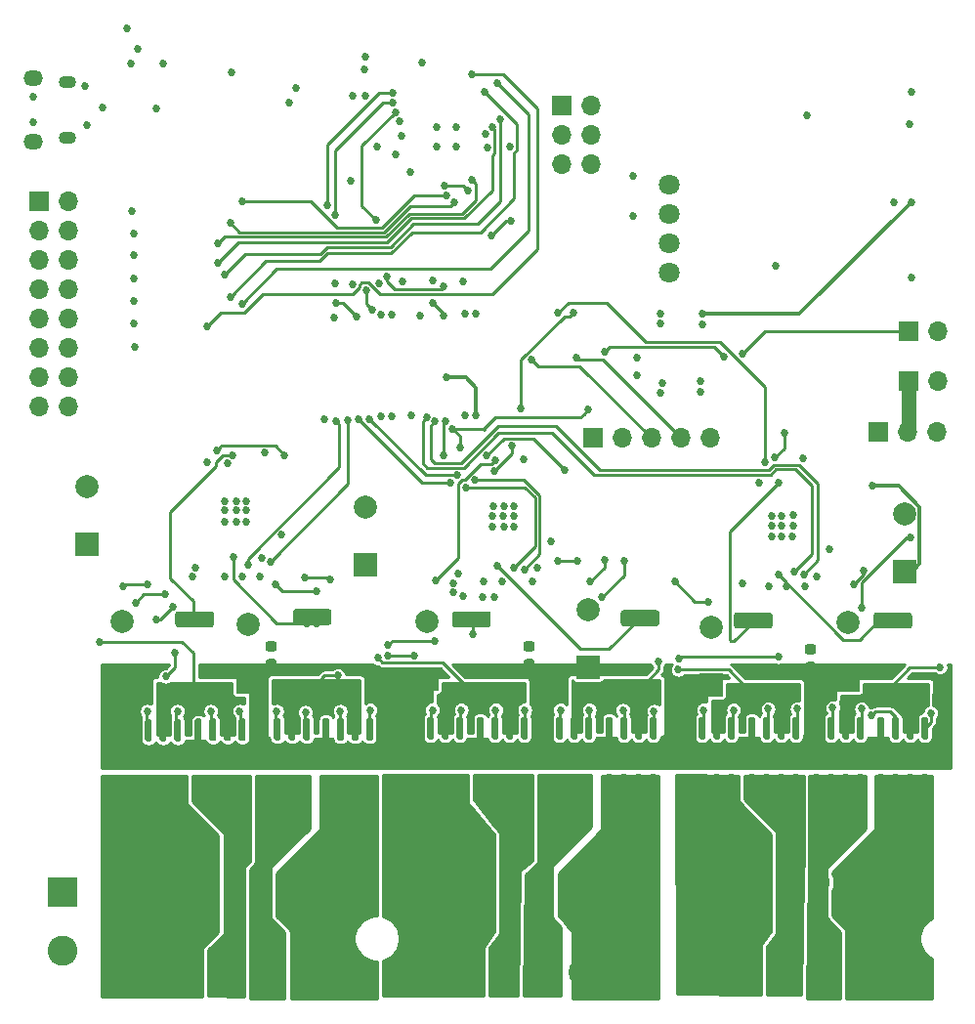
<source format=gbl>
G04 #@! TF.GenerationSoftware,KiCad,Pcbnew,5.1.8*
G04 #@! TF.CreationDate,2021-01-20T23:22:32-05:00*
G04 #@! TF.ProjectId,cnc-controller,636e632d-636f-46e7-9472-6f6c6c65722e,rev?*
G04 #@! TF.SameCoordinates,Original*
G04 #@! TF.FileFunction,Copper,L4,Bot*
G04 #@! TF.FilePolarity,Positive*
%FSLAX46Y46*%
G04 Gerber Fmt 4.6, Leading zero omitted, Abs format (unit mm)*
G04 Created by KiCad (PCBNEW 5.1.8) date 2021-01-20 23:22:32*
%MOMM*%
%LPD*%
G01*
G04 APERTURE LIST*
G04 #@! TA.AperFunction,ComponentPad*
%ADD10C,2.400000*%
G04 #@! TD*
G04 #@! TA.AperFunction,ComponentPad*
%ADD11R,2.400000X2.400000*%
G04 #@! TD*
G04 #@! TA.AperFunction,ComponentPad*
%ADD12O,1.700000X1.950000*%
G04 #@! TD*
G04 #@! TA.AperFunction,ComponentPad*
%ADD13C,1.800000*%
G04 #@! TD*
G04 #@! TA.AperFunction,ComponentPad*
%ADD14O,1.700000X1.700000*%
G04 #@! TD*
G04 #@! TA.AperFunction,ComponentPad*
%ADD15R,1.700000X1.700000*%
G04 #@! TD*
G04 #@! TA.AperFunction,ComponentPad*
%ADD16C,2.600000*%
G04 #@! TD*
G04 #@! TA.AperFunction,ComponentPad*
%ADD17R,2.600000X2.600000*%
G04 #@! TD*
G04 #@! TA.AperFunction,ComponentPad*
%ADD18O,1.700000X1.350000*%
G04 #@! TD*
G04 #@! TA.AperFunction,ComponentPad*
%ADD19O,1.500000X1.100000*%
G04 #@! TD*
G04 #@! TA.AperFunction,ComponentPad*
%ADD20C,2.000000*%
G04 #@! TD*
G04 #@! TA.AperFunction,ComponentPad*
%ADD21R,2.000000X2.000000*%
G04 #@! TD*
G04 #@! TA.AperFunction,ViaPad*
%ADD22C,0.685800*%
G04 #@! TD*
G04 #@! TA.AperFunction,Conductor*
%ADD23C,0.250000*%
G04 #@! TD*
G04 #@! TA.AperFunction,Conductor*
%ADD24C,0.300000*%
G04 #@! TD*
G04 #@! TA.AperFunction,Conductor*
%ADD25C,1.250000*%
G04 #@! TD*
G04 #@! TA.AperFunction,Conductor*
%ADD26C,0.254000*%
G04 #@! TD*
G04 #@! TA.AperFunction,Conductor*
%ADD27C,0.100000*%
G04 #@! TD*
G04 APERTURE END LIST*
D10*
X88570000Y-184040000D03*
X85070000Y-184040000D03*
X81570000Y-184040000D03*
D11*
X78070000Y-184040000D03*
D12*
X79392000Y-176168000D03*
X81892000Y-176168000D03*
X84392000Y-176168000D03*
G04 #@! TA.AperFunction,ComponentPad*
G36*
G01*
X87742000Y-175443000D02*
X87742000Y-176893000D01*
G75*
G02*
X87492000Y-177143000I-250000J0D01*
G01*
X86292000Y-177143000D01*
G75*
G02*
X86042000Y-176893000I0J250000D01*
G01*
X86042000Y-175443000D01*
G75*
G02*
X86292000Y-175193000I250000J0D01*
G01*
X87492000Y-175193000D01*
G75*
G02*
X87742000Y-175443000I0J-250000D01*
G01*
G37*
G04 #@! TD.AperFunction*
D13*
X71340000Y-123270000D03*
X71340000Y-120730000D03*
X71340000Y-118190000D03*
X71340000Y-115650000D03*
G04 #@! TA.AperFunction,SMDPad,CuDef*
G36*
G01*
X55625001Y-154050000D02*
X52774999Y-154050000D01*
G75*
G02*
X52525000Y-153800001I0J249999D01*
G01*
X52525000Y-152899999D01*
G75*
G02*
X52774999Y-152650000I249999J0D01*
G01*
X55625001Y-152650000D01*
G75*
G02*
X55875000Y-152899999I0J-249999D01*
G01*
X55875000Y-153800001D01*
G75*
G02*
X55625001Y-154050000I-249999J0D01*
G01*
G37*
G04 #@! TD.AperFunction*
G04 #@! TA.AperFunction,SMDPad,CuDef*
G36*
G01*
X55625001Y-160150000D02*
X52774999Y-160150000D01*
G75*
G02*
X52525000Y-159900001I0J249999D01*
G01*
X52525000Y-158999999D01*
G75*
G02*
X52774999Y-158750000I249999J0D01*
G01*
X55625001Y-158750000D01*
G75*
G02*
X55875000Y-158999999I0J-249999D01*
G01*
X55875000Y-159900001D01*
G75*
G02*
X55625001Y-160150000I-249999J0D01*
G01*
G37*
G04 #@! TD.AperFunction*
G04 #@! TA.AperFunction,SMDPad,CuDef*
G36*
G01*
X70225001Y-153950000D02*
X67374999Y-153950000D01*
G75*
G02*
X67125000Y-153700001I0J249999D01*
G01*
X67125000Y-152799999D01*
G75*
G02*
X67374999Y-152550000I249999J0D01*
G01*
X70225001Y-152550000D01*
G75*
G02*
X70475000Y-152799999I0J-249999D01*
G01*
X70475000Y-153700001D01*
G75*
G02*
X70225001Y-153950000I-249999J0D01*
G01*
G37*
G04 #@! TD.AperFunction*
G04 #@! TA.AperFunction,SMDPad,CuDef*
G36*
G01*
X70225001Y-160050000D02*
X67374999Y-160050000D01*
G75*
G02*
X67125000Y-159800001I0J249999D01*
G01*
X67125000Y-158899999D01*
G75*
G02*
X67374999Y-158650000I249999J0D01*
G01*
X70225001Y-158650000D01*
G75*
G02*
X70475000Y-158899999I0J-249999D01*
G01*
X70475000Y-159800001D01*
G75*
G02*
X70225001Y-160050000I-249999J0D01*
G01*
G37*
G04 #@! TD.AperFunction*
G04 #@! TA.AperFunction,SMDPad,CuDef*
G36*
G01*
X80025001Y-154150000D02*
X77174999Y-154150000D01*
G75*
G02*
X76925000Y-153900001I0J249999D01*
G01*
X76925000Y-152999999D01*
G75*
G02*
X77174999Y-152750000I249999J0D01*
G01*
X80025001Y-152750000D01*
G75*
G02*
X80275000Y-152999999I0J-249999D01*
G01*
X80275000Y-153900001D01*
G75*
G02*
X80025001Y-154150000I-249999J0D01*
G01*
G37*
G04 #@! TD.AperFunction*
G04 #@! TA.AperFunction,SMDPad,CuDef*
G36*
G01*
X80025001Y-160250000D02*
X77174999Y-160250000D01*
G75*
G02*
X76925000Y-160000001I0J249999D01*
G01*
X76925000Y-159099999D01*
G75*
G02*
X77174999Y-158850000I249999J0D01*
G01*
X80025001Y-158850000D01*
G75*
G02*
X80275000Y-159099999I0J-249999D01*
G01*
X80275000Y-160000001D01*
G75*
G02*
X80025001Y-160250000I-249999J0D01*
G01*
G37*
G04 #@! TD.AperFunction*
G04 #@! TA.AperFunction,SMDPad,CuDef*
G36*
G01*
X92125001Y-154150000D02*
X89274999Y-154150000D01*
G75*
G02*
X89025000Y-153900001I0J249999D01*
G01*
X89025000Y-152999999D01*
G75*
G02*
X89274999Y-152750000I249999J0D01*
G01*
X92125001Y-152750000D01*
G75*
G02*
X92375000Y-152999999I0J-249999D01*
G01*
X92375000Y-153900001D01*
G75*
G02*
X92125001Y-154150000I-249999J0D01*
G01*
G37*
G04 #@! TD.AperFunction*
G04 #@! TA.AperFunction,SMDPad,CuDef*
G36*
G01*
X92125001Y-160250000D02*
X89274999Y-160250000D01*
G75*
G02*
X89025000Y-160000001I0J249999D01*
G01*
X89025000Y-159099999D01*
G75*
G02*
X89274999Y-158850000I249999J0D01*
G01*
X92125001Y-158850000D01*
G75*
G02*
X92375000Y-159099999I0J-249999D01*
G01*
X92375000Y-160000001D01*
G75*
G02*
X92125001Y-160250000I-249999J0D01*
G01*
G37*
G04 #@! TD.AperFunction*
G04 #@! TA.AperFunction,SMDPad,CuDef*
G36*
G01*
X31625001Y-154050000D02*
X28774999Y-154050000D01*
G75*
G02*
X28525000Y-153800001I0J249999D01*
G01*
X28525000Y-152899999D01*
G75*
G02*
X28774999Y-152650000I249999J0D01*
G01*
X31625001Y-152650000D01*
G75*
G02*
X31875000Y-152899999I0J-249999D01*
G01*
X31875000Y-153800001D01*
G75*
G02*
X31625001Y-154050000I-249999J0D01*
G01*
G37*
G04 #@! TD.AperFunction*
G04 #@! TA.AperFunction,SMDPad,CuDef*
G36*
G01*
X31625001Y-160150000D02*
X28774999Y-160150000D01*
G75*
G02*
X28525000Y-159900001I0J249999D01*
G01*
X28525000Y-158999999D01*
G75*
G02*
X28774999Y-158750000I249999J0D01*
G01*
X31625001Y-158750000D01*
G75*
G02*
X31875000Y-158999999I0J-249999D01*
G01*
X31875000Y-159900001D01*
G75*
G02*
X31625001Y-160150000I-249999J0D01*
G01*
G37*
G04 #@! TD.AperFunction*
G04 #@! TA.AperFunction,SMDPad,CuDef*
G36*
G01*
X41825001Y-153850000D02*
X38974999Y-153850000D01*
G75*
G02*
X38725000Y-153600001I0J249999D01*
G01*
X38725000Y-152699999D01*
G75*
G02*
X38974999Y-152450000I249999J0D01*
G01*
X41825001Y-152450000D01*
G75*
G02*
X42075000Y-152699999I0J-249999D01*
G01*
X42075000Y-153600001D01*
G75*
G02*
X41825001Y-153850000I-249999J0D01*
G01*
G37*
G04 #@! TD.AperFunction*
G04 #@! TA.AperFunction,SMDPad,CuDef*
G36*
G01*
X41825001Y-159950000D02*
X38974999Y-159950000D01*
G75*
G02*
X38725000Y-159700001I0J249999D01*
G01*
X38725000Y-158799999D01*
G75*
G02*
X38974999Y-158550000I249999J0D01*
G01*
X41825001Y-158550000D01*
G75*
G02*
X42075000Y-158799999I0J-249999D01*
G01*
X42075000Y-159700001D01*
G75*
G02*
X41825001Y-159950000I-249999J0D01*
G01*
G37*
G04 #@! TD.AperFunction*
G04 #@! TA.AperFunction,SMDPad,CuDef*
G36*
G01*
X60391000Y-166754000D02*
X60691000Y-166754000D01*
G75*
G02*
X60841000Y-166904000I0J-150000D01*
G01*
X60841000Y-168554000D01*
G75*
G02*
X60691000Y-168704000I-150000J0D01*
G01*
X60391000Y-168704000D01*
G75*
G02*
X60241000Y-168554000I0J150000D01*
G01*
X60241000Y-166904000D01*
G75*
G02*
X60391000Y-166754000I150000J0D01*
G01*
G37*
G04 #@! TD.AperFunction*
G04 #@! TA.AperFunction,SMDPad,CuDef*
G36*
G01*
X61661000Y-166754000D02*
X61961000Y-166754000D01*
G75*
G02*
X62111000Y-166904000I0J-150000D01*
G01*
X62111000Y-168554000D01*
G75*
G02*
X61961000Y-168704000I-150000J0D01*
G01*
X61661000Y-168704000D01*
G75*
G02*
X61511000Y-168554000I0J150000D01*
G01*
X61511000Y-166904000D01*
G75*
G02*
X61661000Y-166754000I150000J0D01*
G01*
G37*
G04 #@! TD.AperFunction*
G04 #@! TA.AperFunction,SMDPad,CuDef*
G36*
G01*
X62931000Y-166754000D02*
X63231000Y-166754000D01*
G75*
G02*
X63381000Y-166904000I0J-150000D01*
G01*
X63381000Y-168554000D01*
G75*
G02*
X63231000Y-168704000I-150000J0D01*
G01*
X62931000Y-168704000D01*
G75*
G02*
X62781000Y-168554000I0J150000D01*
G01*
X62781000Y-166904000D01*
G75*
G02*
X62931000Y-166754000I150000J0D01*
G01*
G37*
G04 #@! TD.AperFunction*
G04 #@! TA.AperFunction,SMDPad,CuDef*
G36*
G01*
X64201000Y-166754000D02*
X64501000Y-166754000D01*
G75*
G02*
X64651000Y-166904000I0J-150000D01*
G01*
X64651000Y-168554000D01*
G75*
G02*
X64501000Y-168704000I-150000J0D01*
G01*
X64201000Y-168704000D01*
G75*
G02*
X64051000Y-168554000I0J150000D01*
G01*
X64051000Y-166904000D01*
G75*
G02*
X64201000Y-166754000I150000J0D01*
G01*
G37*
G04 #@! TD.AperFunction*
G04 #@! TA.AperFunction,SMDPad,CuDef*
G36*
G01*
X64201000Y-161804000D02*
X64501000Y-161804000D01*
G75*
G02*
X64651000Y-161954000I0J-150000D01*
G01*
X64651000Y-163604000D01*
G75*
G02*
X64501000Y-163754000I-150000J0D01*
G01*
X64201000Y-163754000D01*
G75*
G02*
X64051000Y-163604000I0J150000D01*
G01*
X64051000Y-161954000D01*
G75*
G02*
X64201000Y-161804000I150000J0D01*
G01*
G37*
G04 #@! TD.AperFunction*
G04 #@! TA.AperFunction,SMDPad,CuDef*
G36*
G01*
X62931000Y-161804000D02*
X63231000Y-161804000D01*
G75*
G02*
X63381000Y-161954000I0J-150000D01*
G01*
X63381000Y-163604000D01*
G75*
G02*
X63231000Y-163754000I-150000J0D01*
G01*
X62931000Y-163754000D01*
G75*
G02*
X62781000Y-163604000I0J150000D01*
G01*
X62781000Y-161954000D01*
G75*
G02*
X62931000Y-161804000I150000J0D01*
G01*
G37*
G04 #@! TD.AperFunction*
G04 #@! TA.AperFunction,SMDPad,CuDef*
G36*
G01*
X61661000Y-161804000D02*
X61961000Y-161804000D01*
G75*
G02*
X62111000Y-161954000I0J-150000D01*
G01*
X62111000Y-163604000D01*
G75*
G02*
X61961000Y-163754000I-150000J0D01*
G01*
X61661000Y-163754000D01*
G75*
G02*
X61511000Y-163604000I0J150000D01*
G01*
X61511000Y-161954000D01*
G75*
G02*
X61661000Y-161804000I150000J0D01*
G01*
G37*
G04 #@! TD.AperFunction*
G04 #@! TA.AperFunction,SMDPad,CuDef*
G36*
G01*
X60391000Y-161804000D02*
X60691000Y-161804000D01*
G75*
G02*
X60841000Y-161954000I0J-150000D01*
G01*
X60841000Y-163604000D01*
G75*
G02*
X60691000Y-163754000I-150000J0D01*
G01*
X60391000Y-163754000D01*
G75*
G02*
X60241000Y-163604000I0J150000D01*
G01*
X60241000Y-161954000D01*
G75*
G02*
X60391000Y-161804000I150000J0D01*
G01*
G37*
G04 #@! TD.AperFunction*
G04 #@! TA.AperFunction,SMDPad,CuDef*
G36*
G01*
X49215000Y-166754000D02*
X49515000Y-166754000D01*
G75*
G02*
X49665000Y-166904000I0J-150000D01*
G01*
X49665000Y-168554000D01*
G75*
G02*
X49515000Y-168704000I-150000J0D01*
G01*
X49215000Y-168704000D01*
G75*
G02*
X49065000Y-168554000I0J150000D01*
G01*
X49065000Y-166904000D01*
G75*
G02*
X49215000Y-166754000I150000J0D01*
G01*
G37*
G04 #@! TD.AperFunction*
G04 #@! TA.AperFunction,SMDPad,CuDef*
G36*
G01*
X50485000Y-166754000D02*
X50785000Y-166754000D01*
G75*
G02*
X50935000Y-166904000I0J-150000D01*
G01*
X50935000Y-168554000D01*
G75*
G02*
X50785000Y-168704000I-150000J0D01*
G01*
X50485000Y-168704000D01*
G75*
G02*
X50335000Y-168554000I0J150000D01*
G01*
X50335000Y-166904000D01*
G75*
G02*
X50485000Y-166754000I150000J0D01*
G01*
G37*
G04 #@! TD.AperFunction*
G04 #@! TA.AperFunction,SMDPad,CuDef*
G36*
G01*
X51755000Y-166754000D02*
X52055000Y-166754000D01*
G75*
G02*
X52205000Y-166904000I0J-150000D01*
G01*
X52205000Y-168554000D01*
G75*
G02*
X52055000Y-168704000I-150000J0D01*
G01*
X51755000Y-168704000D01*
G75*
G02*
X51605000Y-168554000I0J150000D01*
G01*
X51605000Y-166904000D01*
G75*
G02*
X51755000Y-166754000I150000J0D01*
G01*
G37*
G04 #@! TD.AperFunction*
G04 #@! TA.AperFunction,SMDPad,CuDef*
G36*
G01*
X53025000Y-166754000D02*
X53325000Y-166754000D01*
G75*
G02*
X53475000Y-166904000I0J-150000D01*
G01*
X53475000Y-168554000D01*
G75*
G02*
X53325000Y-168704000I-150000J0D01*
G01*
X53025000Y-168704000D01*
G75*
G02*
X52875000Y-168554000I0J150000D01*
G01*
X52875000Y-166904000D01*
G75*
G02*
X53025000Y-166754000I150000J0D01*
G01*
G37*
G04 #@! TD.AperFunction*
G04 #@! TA.AperFunction,SMDPad,CuDef*
G36*
G01*
X53025000Y-161804000D02*
X53325000Y-161804000D01*
G75*
G02*
X53475000Y-161954000I0J-150000D01*
G01*
X53475000Y-163604000D01*
G75*
G02*
X53325000Y-163754000I-150000J0D01*
G01*
X53025000Y-163754000D01*
G75*
G02*
X52875000Y-163604000I0J150000D01*
G01*
X52875000Y-161954000D01*
G75*
G02*
X53025000Y-161804000I150000J0D01*
G01*
G37*
G04 #@! TD.AperFunction*
G04 #@! TA.AperFunction,SMDPad,CuDef*
G36*
G01*
X51755000Y-161804000D02*
X52055000Y-161804000D01*
G75*
G02*
X52205000Y-161954000I0J-150000D01*
G01*
X52205000Y-163604000D01*
G75*
G02*
X52055000Y-163754000I-150000J0D01*
G01*
X51755000Y-163754000D01*
G75*
G02*
X51605000Y-163604000I0J150000D01*
G01*
X51605000Y-161954000D01*
G75*
G02*
X51755000Y-161804000I150000J0D01*
G01*
G37*
G04 #@! TD.AperFunction*
G04 #@! TA.AperFunction,SMDPad,CuDef*
G36*
G01*
X50485000Y-161804000D02*
X50785000Y-161804000D01*
G75*
G02*
X50935000Y-161954000I0J-150000D01*
G01*
X50935000Y-163604000D01*
G75*
G02*
X50785000Y-163754000I-150000J0D01*
G01*
X50485000Y-163754000D01*
G75*
G02*
X50335000Y-163604000I0J150000D01*
G01*
X50335000Y-161954000D01*
G75*
G02*
X50485000Y-161804000I150000J0D01*
G01*
G37*
G04 #@! TD.AperFunction*
G04 #@! TA.AperFunction,SMDPad,CuDef*
G36*
G01*
X49215000Y-161804000D02*
X49515000Y-161804000D01*
G75*
G02*
X49665000Y-161954000I0J-150000D01*
G01*
X49665000Y-163604000D01*
G75*
G02*
X49515000Y-163754000I-150000J0D01*
G01*
X49215000Y-163754000D01*
G75*
G02*
X49065000Y-163604000I0J150000D01*
G01*
X49065000Y-161954000D01*
G75*
G02*
X49215000Y-161804000I150000J0D01*
G01*
G37*
G04 #@! TD.AperFunction*
G04 #@! TA.AperFunction,SMDPad,CuDef*
G36*
G01*
X65979000Y-166754000D02*
X66279000Y-166754000D01*
G75*
G02*
X66429000Y-166904000I0J-150000D01*
G01*
X66429000Y-168554000D01*
G75*
G02*
X66279000Y-168704000I-150000J0D01*
G01*
X65979000Y-168704000D01*
G75*
G02*
X65829000Y-168554000I0J150000D01*
G01*
X65829000Y-166904000D01*
G75*
G02*
X65979000Y-166754000I150000J0D01*
G01*
G37*
G04 #@! TD.AperFunction*
G04 #@! TA.AperFunction,SMDPad,CuDef*
G36*
G01*
X67249000Y-166754000D02*
X67549000Y-166754000D01*
G75*
G02*
X67699000Y-166904000I0J-150000D01*
G01*
X67699000Y-168554000D01*
G75*
G02*
X67549000Y-168704000I-150000J0D01*
G01*
X67249000Y-168704000D01*
G75*
G02*
X67099000Y-168554000I0J150000D01*
G01*
X67099000Y-166904000D01*
G75*
G02*
X67249000Y-166754000I150000J0D01*
G01*
G37*
G04 #@! TD.AperFunction*
G04 #@! TA.AperFunction,SMDPad,CuDef*
G36*
G01*
X68519000Y-166754000D02*
X68819000Y-166754000D01*
G75*
G02*
X68969000Y-166904000I0J-150000D01*
G01*
X68969000Y-168554000D01*
G75*
G02*
X68819000Y-168704000I-150000J0D01*
G01*
X68519000Y-168704000D01*
G75*
G02*
X68369000Y-168554000I0J150000D01*
G01*
X68369000Y-166904000D01*
G75*
G02*
X68519000Y-166754000I150000J0D01*
G01*
G37*
G04 #@! TD.AperFunction*
G04 #@! TA.AperFunction,SMDPad,CuDef*
G36*
G01*
X69789000Y-166754000D02*
X70089000Y-166754000D01*
G75*
G02*
X70239000Y-166904000I0J-150000D01*
G01*
X70239000Y-168554000D01*
G75*
G02*
X70089000Y-168704000I-150000J0D01*
G01*
X69789000Y-168704000D01*
G75*
G02*
X69639000Y-168554000I0J150000D01*
G01*
X69639000Y-166904000D01*
G75*
G02*
X69789000Y-166754000I150000J0D01*
G01*
G37*
G04 #@! TD.AperFunction*
G04 #@! TA.AperFunction,SMDPad,CuDef*
G36*
G01*
X69789000Y-161804000D02*
X70089000Y-161804000D01*
G75*
G02*
X70239000Y-161954000I0J-150000D01*
G01*
X70239000Y-163604000D01*
G75*
G02*
X70089000Y-163754000I-150000J0D01*
G01*
X69789000Y-163754000D01*
G75*
G02*
X69639000Y-163604000I0J150000D01*
G01*
X69639000Y-161954000D01*
G75*
G02*
X69789000Y-161804000I150000J0D01*
G01*
G37*
G04 #@! TD.AperFunction*
G04 #@! TA.AperFunction,SMDPad,CuDef*
G36*
G01*
X68519000Y-161804000D02*
X68819000Y-161804000D01*
G75*
G02*
X68969000Y-161954000I0J-150000D01*
G01*
X68969000Y-163604000D01*
G75*
G02*
X68819000Y-163754000I-150000J0D01*
G01*
X68519000Y-163754000D01*
G75*
G02*
X68369000Y-163604000I0J150000D01*
G01*
X68369000Y-161954000D01*
G75*
G02*
X68519000Y-161804000I150000J0D01*
G01*
G37*
G04 #@! TD.AperFunction*
G04 #@! TA.AperFunction,SMDPad,CuDef*
G36*
G01*
X67249000Y-161804000D02*
X67549000Y-161804000D01*
G75*
G02*
X67699000Y-161954000I0J-150000D01*
G01*
X67699000Y-163604000D01*
G75*
G02*
X67549000Y-163754000I-150000J0D01*
G01*
X67249000Y-163754000D01*
G75*
G02*
X67099000Y-163604000I0J150000D01*
G01*
X67099000Y-161954000D01*
G75*
G02*
X67249000Y-161804000I150000J0D01*
G01*
G37*
G04 #@! TD.AperFunction*
G04 #@! TA.AperFunction,SMDPad,CuDef*
G36*
G01*
X65979000Y-161804000D02*
X66279000Y-161804000D01*
G75*
G02*
X66429000Y-161954000I0J-150000D01*
G01*
X66429000Y-163604000D01*
G75*
G02*
X66279000Y-163754000I-150000J0D01*
G01*
X65979000Y-163754000D01*
G75*
G02*
X65829000Y-163604000I0J150000D01*
G01*
X65829000Y-161954000D01*
G75*
G02*
X65979000Y-161804000I150000J0D01*
G01*
G37*
G04 #@! TD.AperFunction*
G04 #@! TA.AperFunction,SMDPad,CuDef*
G36*
G01*
X54803000Y-166754000D02*
X55103000Y-166754000D01*
G75*
G02*
X55253000Y-166904000I0J-150000D01*
G01*
X55253000Y-168554000D01*
G75*
G02*
X55103000Y-168704000I-150000J0D01*
G01*
X54803000Y-168704000D01*
G75*
G02*
X54653000Y-168554000I0J150000D01*
G01*
X54653000Y-166904000D01*
G75*
G02*
X54803000Y-166754000I150000J0D01*
G01*
G37*
G04 #@! TD.AperFunction*
G04 #@! TA.AperFunction,SMDPad,CuDef*
G36*
G01*
X56073000Y-166754000D02*
X56373000Y-166754000D01*
G75*
G02*
X56523000Y-166904000I0J-150000D01*
G01*
X56523000Y-168554000D01*
G75*
G02*
X56373000Y-168704000I-150000J0D01*
G01*
X56073000Y-168704000D01*
G75*
G02*
X55923000Y-168554000I0J150000D01*
G01*
X55923000Y-166904000D01*
G75*
G02*
X56073000Y-166754000I150000J0D01*
G01*
G37*
G04 #@! TD.AperFunction*
G04 #@! TA.AperFunction,SMDPad,CuDef*
G36*
G01*
X57343000Y-166754000D02*
X57643000Y-166754000D01*
G75*
G02*
X57793000Y-166904000I0J-150000D01*
G01*
X57793000Y-168554000D01*
G75*
G02*
X57643000Y-168704000I-150000J0D01*
G01*
X57343000Y-168704000D01*
G75*
G02*
X57193000Y-168554000I0J150000D01*
G01*
X57193000Y-166904000D01*
G75*
G02*
X57343000Y-166754000I150000J0D01*
G01*
G37*
G04 #@! TD.AperFunction*
G04 #@! TA.AperFunction,SMDPad,CuDef*
G36*
G01*
X58613000Y-166754000D02*
X58913000Y-166754000D01*
G75*
G02*
X59063000Y-166904000I0J-150000D01*
G01*
X59063000Y-168554000D01*
G75*
G02*
X58913000Y-168704000I-150000J0D01*
G01*
X58613000Y-168704000D01*
G75*
G02*
X58463000Y-168554000I0J150000D01*
G01*
X58463000Y-166904000D01*
G75*
G02*
X58613000Y-166754000I150000J0D01*
G01*
G37*
G04 #@! TD.AperFunction*
G04 #@! TA.AperFunction,SMDPad,CuDef*
G36*
G01*
X58613000Y-161804000D02*
X58913000Y-161804000D01*
G75*
G02*
X59063000Y-161954000I0J-150000D01*
G01*
X59063000Y-163604000D01*
G75*
G02*
X58913000Y-163754000I-150000J0D01*
G01*
X58613000Y-163754000D01*
G75*
G02*
X58463000Y-163604000I0J150000D01*
G01*
X58463000Y-161954000D01*
G75*
G02*
X58613000Y-161804000I150000J0D01*
G01*
G37*
G04 #@! TD.AperFunction*
G04 #@! TA.AperFunction,SMDPad,CuDef*
G36*
G01*
X57343000Y-161804000D02*
X57643000Y-161804000D01*
G75*
G02*
X57793000Y-161954000I0J-150000D01*
G01*
X57793000Y-163604000D01*
G75*
G02*
X57643000Y-163754000I-150000J0D01*
G01*
X57343000Y-163754000D01*
G75*
G02*
X57193000Y-163604000I0J150000D01*
G01*
X57193000Y-161954000D01*
G75*
G02*
X57343000Y-161804000I150000J0D01*
G01*
G37*
G04 #@! TD.AperFunction*
G04 #@! TA.AperFunction,SMDPad,CuDef*
G36*
G01*
X56073000Y-161804000D02*
X56373000Y-161804000D01*
G75*
G02*
X56523000Y-161954000I0J-150000D01*
G01*
X56523000Y-163604000D01*
G75*
G02*
X56373000Y-163754000I-150000J0D01*
G01*
X56073000Y-163754000D01*
G75*
G02*
X55923000Y-163604000I0J150000D01*
G01*
X55923000Y-161954000D01*
G75*
G02*
X56073000Y-161804000I150000J0D01*
G01*
G37*
G04 #@! TD.AperFunction*
G04 #@! TA.AperFunction,SMDPad,CuDef*
G36*
G01*
X54803000Y-161804000D02*
X55103000Y-161804000D01*
G75*
G02*
X55253000Y-161954000I0J-150000D01*
G01*
X55253000Y-163604000D01*
G75*
G02*
X55103000Y-163754000I-150000J0D01*
G01*
X54803000Y-163754000D01*
G75*
G02*
X54653000Y-163604000I0J150000D01*
G01*
X54653000Y-161954000D01*
G75*
G02*
X54803000Y-161804000I150000J0D01*
G01*
G37*
G04 #@! TD.AperFunction*
G04 #@! TA.AperFunction,SMDPad,CuDef*
G36*
G01*
X83929000Y-166754000D02*
X84229000Y-166754000D01*
G75*
G02*
X84379000Y-166904000I0J-150000D01*
G01*
X84379000Y-168554000D01*
G75*
G02*
X84229000Y-168704000I-150000J0D01*
G01*
X83929000Y-168704000D01*
G75*
G02*
X83779000Y-168554000I0J150000D01*
G01*
X83779000Y-166904000D01*
G75*
G02*
X83929000Y-166754000I150000J0D01*
G01*
G37*
G04 #@! TD.AperFunction*
G04 #@! TA.AperFunction,SMDPad,CuDef*
G36*
G01*
X85199000Y-166754000D02*
X85499000Y-166754000D01*
G75*
G02*
X85649000Y-166904000I0J-150000D01*
G01*
X85649000Y-168554000D01*
G75*
G02*
X85499000Y-168704000I-150000J0D01*
G01*
X85199000Y-168704000D01*
G75*
G02*
X85049000Y-168554000I0J150000D01*
G01*
X85049000Y-166904000D01*
G75*
G02*
X85199000Y-166754000I150000J0D01*
G01*
G37*
G04 #@! TD.AperFunction*
G04 #@! TA.AperFunction,SMDPad,CuDef*
G36*
G01*
X86469000Y-166754000D02*
X86769000Y-166754000D01*
G75*
G02*
X86919000Y-166904000I0J-150000D01*
G01*
X86919000Y-168554000D01*
G75*
G02*
X86769000Y-168704000I-150000J0D01*
G01*
X86469000Y-168704000D01*
G75*
G02*
X86319000Y-168554000I0J150000D01*
G01*
X86319000Y-166904000D01*
G75*
G02*
X86469000Y-166754000I150000J0D01*
G01*
G37*
G04 #@! TD.AperFunction*
G04 #@! TA.AperFunction,SMDPad,CuDef*
G36*
G01*
X87739000Y-166754000D02*
X88039000Y-166754000D01*
G75*
G02*
X88189000Y-166904000I0J-150000D01*
G01*
X88189000Y-168554000D01*
G75*
G02*
X88039000Y-168704000I-150000J0D01*
G01*
X87739000Y-168704000D01*
G75*
G02*
X87589000Y-168554000I0J150000D01*
G01*
X87589000Y-166904000D01*
G75*
G02*
X87739000Y-166754000I150000J0D01*
G01*
G37*
G04 #@! TD.AperFunction*
G04 #@! TA.AperFunction,SMDPad,CuDef*
G36*
G01*
X87739000Y-161804000D02*
X88039000Y-161804000D01*
G75*
G02*
X88189000Y-161954000I0J-150000D01*
G01*
X88189000Y-163604000D01*
G75*
G02*
X88039000Y-163754000I-150000J0D01*
G01*
X87739000Y-163754000D01*
G75*
G02*
X87589000Y-163604000I0J150000D01*
G01*
X87589000Y-161954000D01*
G75*
G02*
X87739000Y-161804000I150000J0D01*
G01*
G37*
G04 #@! TD.AperFunction*
G04 #@! TA.AperFunction,SMDPad,CuDef*
G36*
G01*
X86469000Y-161804000D02*
X86769000Y-161804000D01*
G75*
G02*
X86919000Y-161954000I0J-150000D01*
G01*
X86919000Y-163604000D01*
G75*
G02*
X86769000Y-163754000I-150000J0D01*
G01*
X86469000Y-163754000D01*
G75*
G02*
X86319000Y-163604000I0J150000D01*
G01*
X86319000Y-161954000D01*
G75*
G02*
X86469000Y-161804000I150000J0D01*
G01*
G37*
G04 #@! TD.AperFunction*
G04 #@! TA.AperFunction,SMDPad,CuDef*
G36*
G01*
X85199000Y-161804000D02*
X85499000Y-161804000D01*
G75*
G02*
X85649000Y-161954000I0J-150000D01*
G01*
X85649000Y-163604000D01*
G75*
G02*
X85499000Y-163754000I-150000J0D01*
G01*
X85199000Y-163754000D01*
G75*
G02*
X85049000Y-163604000I0J150000D01*
G01*
X85049000Y-161954000D01*
G75*
G02*
X85199000Y-161804000I150000J0D01*
G01*
G37*
G04 #@! TD.AperFunction*
G04 #@! TA.AperFunction,SMDPad,CuDef*
G36*
G01*
X83929000Y-161804000D02*
X84229000Y-161804000D01*
G75*
G02*
X84379000Y-161954000I0J-150000D01*
G01*
X84379000Y-163604000D01*
G75*
G02*
X84229000Y-163754000I-150000J0D01*
G01*
X83929000Y-163754000D01*
G75*
G02*
X83779000Y-163604000I0J150000D01*
G01*
X83779000Y-161954000D01*
G75*
G02*
X83929000Y-161804000I150000J0D01*
G01*
G37*
G04 #@! TD.AperFunction*
G04 #@! TA.AperFunction,SMDPad,CuDef*
G36*
G01*
X72753000Y-166754000D02*
X73053000Y-166754000D01*
G75*
G02*
X73203000Y-166904000I0J-150000D01*
G01*
X73203000Y-168554000D01*
G75*
G02*
X73053000Y-168704000I-150000J0D01*
G01*
X72753000Y-168704000D01*
G75*
G02*
X72603000Y-168554000I0J150000D01*
G01*
X72603000Y-166904000D01*
G75*
G02*
X72753000Y-166754000I150000J0D01*
G01*
G37*
G04 #@! TD.AperFunction*
G04 #@! TA.AperFunction,SMDPad,CuDef*
G36*
G01*
X74023000Y-166754000D02*
X74323000Y-166754000D01*
G75*
G02*
X74473000Y-166904000I0J-150000D01*
G01*
X74473000Y-168554000D01*
G75*
G02*
X74323000Y-168704000I-150000J0D01*
G01*
X74023000Y-168704000D01*
G75*
G02*
X73873000Y-168554000I0J150000D01*
G01*
X73873000Y-166904000D01*
G75*
G02*
X74023000Y-166754000I150000J0D01*
G01*
G37*
G04 #@! TD.AperFunction*
G04 #@! TA.AperFunction,SMDPad,CuDef*
G36*
G01*
X75293000Y-166754000D02*
X75593000Y-166754000D01*
G75*
G02*
X75743000Y-166904000I0J-150000D01*
G01*
X75743000Y-168554000D01*
G75*
G02*
X75593000Y-168704000I-150000J0D01*
G01*
X75293000Y-168704000D01*
G75*
G02*
X75143000Y-168554000I0J150000D01*
G01*
X75143000Y-166904000D01*
G75*
G02*
X75293000Y-166754000I150000J0D01*
G01*
G37*
G04 #@! TD.AperFunction*
G04 #@! TA.AperFunction,SMDPad,CuDef*
G36*
G01*
X76563000Y-166754000D02*
X76863000Y-166754000D01*
G75*
G02*
X77013000Y-166904000I0J-150000D01*
G01*
X77013000Y-168554000D01*
G75*
G02*
X76863000Y-168704000I-150000J0D01*
G01*
X76563000Y-168704000D01*
G75*
G02*
X76413000Y-168554000I0J150000D01*
G01*
X76413000Y-166904000D01*
G75*
G02*
X76563000Y-166754000I150000J0D01*
G01*
G37*
G04 #@! TD.AperFunction*
G04 #@! TA.AperFunction,SMDPad,CuDef*
G36*
G01*
X76563000Y-161804000D02*
X76863000Y-161804000D01*
G75*
G02*
X77013000Y-161954000I0J-150000D01*
G01*
X77013000Y-163604000D01*
G75*
G02*
X76863000Y-163754000I-150000J0D01*
G01*
X76563000Y-163754000D01*
G75*
G02*
X76413000Y-163604000I0J150000D01*
G01*
X76413000Y-161954000D01*
G75*
G02*
X76563000Y-161804000I150000J0D01*
G01*
G37*
G04 #@! TD.AperFunction*
G04 #@! TA.AperFunction,SMDPad,CuDef*
G36*
G01*
X75293000Y-161804000D02*
X75593000Y-161804000D01*
G75*
G02*
X75743000Y-161954000I0J-150000D01*
G01*
X75743000Y-163604000D01*
G75*
G02*
X75593000Y-163754000I-150000J0D01*
G01*
X75293000Y-163754000D01*
G75*
G02*
X75143000Y-163604000I0J150000D01*
G01*
X75143000Y-161954000D01*
G75*
G02*
X75293000Y-161804000I150000J0D01*
G01*
G37*
G04 #@! TD.AperFunction*
G04 #@! TA.AperFunction,SMDPad,CuDef*
G36*
G01*
X74023000Y-161804000D02*
X74323000Y-161804000D01*
G75*
G02*
X74473000Y-161954000I0J-150000D01*
G01*
X74473000Y-163604000D01*
G75*
G02*
X74323000Y-163754000I-150000J0D01*
G01*
X74023000Y-163754000D01*
G75*
G02*
X73873000Y-163604000I0J150000D01*
G01*
X73873000Y-161954000D01*
G75*
G02*
X74023000Y-161804000I150000J0D01*
G01*
G37*
G04 #@! TD.AperFunction*
G04 #@! TA.AperFunction,SMDPad,CuDef*
G36*
G01*
X72753000Y-161804000D02*
X73053000Y-161804000D01*
G75*
G02*
X73203000Y-161954000I0J-150000D01*
G01*
X73203000Y-163604000D01*
G75*
G02*
X73053000Y-163754000I-150000J0D01*
G01*
X72753000Y-163754000D01*
G75*
G02*
X72603000Y-163604000I0J150000D01*
G01*
X72603000Y-161954000D01*
G75*
G02*
X72753000Y-161804000I150000J0D01*
G01*
G37*
G04 #@! TD.AperFunction*
G04 #@! TA.AperFunction,SMDPad,CuDef*
G36*
G01*
X89517000Y-166754000D02*
X89817000Y-166754000D01*
G75*
G02*
X89967000Y-166904000I0J-150000D01*
G01*
X89967000Y-168554000D01*
G75*
G02*
X89817000Y-168704000I-150000J0D01*
G01*
X89517000Y-168704000D01*
G75*
G02*
X89367000Y-168554000I0J150000D01*
G01*
X89367000Y-166904000D01*
G75*
G02*
X89517000Y-166754000I150000J0D01*
G01*
G37*
G04 #@! TD.AperFunction*
G04 #@! TA.AperFunction,SMDPad,CuDef*
G36*
G01*
X90787000Y-166754000D02*
X91087000Y-166754000D01*
G75*
G02*
X91237000Y-166904000I0J-150000D01*
G01*
X91237000Y-168554000D01*
G75*
G02*
X91087000Y-168704000I-150000J0D01*
G01*
X90787000Y-168704000D01*
G75*
G02*
X90637000Y-168554000I0J150000D01*
G01*
X90637000Y-166904000D01*
G75*
G02*
X90787000Y-166754000I150000J0D01*
G01*
G37*
G04 #@! TD.AperFunction*
G04 #@! TA.AperFunction,SMDPad,CuDef*
G36*
G01*
X92057000Y-166754000D02*
X92357000Y-166754000D01*
G75*
G02*
X92507000Y-166904000I0J-150000D01*
G01*
X92507000Y-168554000D01*
G75*
G02*
X92357000Y-168704000I-150000J0D01*
G01*
X92057000Y-168704000D01*
G75*
G02*
X91907000Y-168554000I0J150000D01*
G01*
X91907000Y-166904000D01*
G75*
G02*
X92057000Y-166754000I150000J0D01*
G01*
G37*
G04 #@! TD.AperFunction*
G04 #@! TA.AperFunction,SMDPad,CuDef*
G36*
G01*
X93327000Y-166754000D02*
X93627000Y-166754000D01*
G75*
G02*
X93777000Y-166904000I0J-150000D01*
G01*
X93777000Y-168554000D01*
G75*
G02*
X93627000Y-168704000I-150000J0D01*
G01*
X93327000Y-168704000D01*
G75*
G02*
X93177000Y-168554000I0J150000D01*
G01*
X93177000Y-166904000D01*
G75*
G02*
X93327000Y-166754000I150000J0D01*
G01*
G37*
G04 #@! TD.AperFunction*
G04 #@! TA.AperFunction,SMDPad,CuDef*
G36*
G01*
X93327000Y-161804000D02*
X93627000Y-161804000D01*
G75*
G02*
X93777000Y-161954000I0J-150000D01*
G01*
X93777000Y-163604000D01*
G75*
G02*
X93627000Y-163754000I-150000J0D01*
G01*
X93327000Y-163754000D01*
G75*
G02*
X93177000Y-163604000I0J150000D01*
G01*
X93177000Y-161954000D01*
G75*
G02*
X93327000Y-161804000I150000J0D01*
G01*
G37*
G04 #@! TD.AperFunction*
G04 #@! TA.AperFunction,SMDPad,CuDef*
G36*
G01*
X92057000Y-161804000D02*
X92357000Y-161804000D01*
G75*
G02*
X92507000Y-161954000I0J-150000D01*
G01*
X92507000Y-163604000D01*
G75*
G02*
X92357000Y-163754000I-150000J0D01*
G01*
X92057000Y-163754000D01*
G75*
G02*
X91907000Y-163604000I0J150000D01*
G01*
X91907000Y-161954000D01*
G75*
G02*
X92057000Y-161804000I150000J0D01*
G01*
G37*
G04 #@! TD.AperFunction*
G04 #@! TA.AperFunction,SMDPad,CuDef*
G36*
G01*
X90787000Y-161804000D02*
X91087000Y-161804000D01*
G75*
G02*
X91237000Y-161954000I0J-150000D01*
G01*
X91237000Y-163604000D01*
G75*
G02*
X91087000Y-163754000I-150000J0D01*
G01*
X90787000Y-163754000D01*
G75*
G02*
X90637000Y-163604000I0J150000D01*
G01*
X90637000Y-161954000D01*
G75*
G02*
X90787000Y-161804000I150000J0D01*
G01*
G37*
G04 #@! TD.AperFunction*
G04 #@! TA.AperFunction,SMDPad,CuDef*
G36*
G01*
X89517000Y-161804000D02*
X89817000Y-161804000D01*
G75*
G02*
X89967000Y-161954000I0J-150000D01*
G01*
X89967000Y-163604000D01*
G75*
G02*
X89817000Y-163754000I-150000J0D01*
G01*
X89517000Y-163754000D01*
G75*
G02*
X89367000Y-163604000I0J150000D01*
G01*
X89367000Y-161954000D01*
G75*
G02*
X89517000Y-161804000I150000J0D01*
G01*
G37*
G04 #@! TD.AperFunction*
G04 #@! TA.AperFunction,SMDPad,CuDef*
G36*
G01*
X78341000Y-166754000D02*
X78641000Y-166754000D01*
G75*
G02*
X78791000Y-166904000I0J-150000D01*
G01*
X78791000Y-168554000D01*
G75*
G02*
X78641000Y-168704000I-150000J0D01*
G01*
X78341000Y-168704000D01*
G75*
G02*
X78191000Y-168554000I0J150000D01*
G01*
X78191000Y-166904000D01*
G75*
G02*
X78341000Y-166754000I150000J0D01*
G01*
G37*
G04 #@! TD.AperFunction*
G04 #@! TA.AperFunction,SMDPad,CuDef*
G36*
G01*
X79611000Y-166754000D02*
X79911000Y-166754000D01*
G75*
G02*
X80061000Y-166904000I0J-150000D01*
G01*
X80061000Y-168554000D01*
G75*
G02*
X79911000Y-168704000I-150000J0D01*
G01*
X79611000Y-168704000D01*
G75*
G02*
X79461000Y-168554000I0J150000D01*
G01*
X79461000Y-166904000D01*
G75*
G02*
X79611000Y-166754000I150000J0D01*
G01*
G37*
G04 #@! TD.AperFunction*
G04 #@! TA.AperFunction,SMDPad,CuDef*
G36*
G01*
X80881000Y-166754000D02*
X81181000Y-166754000D01*
G75*
G02*
X81331000Y-166904000I0J-150000D01*
G01*
X81331000Y-168554000D01*
G75*
G02*
X81181000Y-168704000I-150000J0D01*
G01*
X80881000Y-168704000D01*
G75*
G02*
X80731000Y-168554000I0J150000D01*
G01*
X80731000Y-166904000D01*
G75*
G02*
X80881000Y-166754000I150000J0D01*
G01*
G37*
G04 #@! TD.AperFunction*
G04 #@! TA.AperFunction,SMDPad,CuDef*
G36*
G01*
X82151000Y-166754000D02*
X82451000Y-166754000D01*
G75*
G02*
X82601000Y-166904000I0J-150000D01*
G01*
X82601000Y-168554000D01*
G75*
G02*
X82451000Y-168704000I-150000J0D01*
G01*
X82151000Y-168704000D01*
G75*
G02*
X82001000Y-168554000I0J150000D01*
G01*
X82001000Y-166904000D01*
G75*
G02*
X82151000Y-166754000I150000J0D01*
G01*
G37*
G04 #@! TD.AperFunction*
G04 #@! TA.AperFunction,SMDPad,CuDef*
G36*
G01*
X82151000Y-161804000D02*
X82451000Y-161804000D01*
G75*
G02*
X82601000Y-161954000I0J-150000D01*
G01*
X82601000Y-163604000D01*
G75*
G02*
X82451000Y-163754000I-150000J0D01*
G01*
X82151000Y-163754000D01*
G75*
G02*
X82001000Y-163604000I0J150000D01*
G01*
X82001000Y-161954000D01*
G75*
G02*
X82151000Y-161804000I150000J0D01*
G01*
G37*
G04 #@! TD.AperFunction*
G04 #@! TA.AperFunction,SMDPad,CuDef*
G36*
G01*
X80881000Y-161804000D02*
X81181000Y-161804000D01*
G75*
G02*
X81331000Y-161954000I0J-150000D01*
G01*
X81331000Y-163604000D01*
G75*
G02*
X81181000Y-163754000I-150000J0D01*
G01*
X80881000Y-163754000D01*
G75*
G02*
X80731000Y-163604000I0J150000D01*
G01*
X80731000Y-161954000D01*
G75*
G02*
X80881000Y-161804000I150000J0D01*
G01*
G37*
G04 #@! TD.AperFunction*
G04 #@! TA.AperFunction,SMDPad,CuDef*
G36*
G01*
X79611000Y-161804000D02*
X79911000Y-161804000D01*
G75*
G02*
X80061000Y-161954000I0J-150000D01*
G01*
X80061000Y-163604000D01*
G75*
G02*
X79911000Y-163754000I-150000J0D01*
G01*
X79611000Y-163754000D01*
G75*
G02*
X79461000Y-163604000I0J150000D01*
G01*
X79461000Y-161954000D01*
G75*
G02*
X79611000Y-161804000I150000J0D01*
G01*
G37*
G04 #@! TD.AperFunction*
G04 #@! TA.AperFunction,SMDPad,CuDef*
G36*
G01*
X78341000Y-161804000D02*
X78641000Y-161804000D01*
G75*
G02*
X78791000Y-161954000I0J-150000D01*
G01*
X78791000Y-163604000D01*
G75*
G02*
X78641000Y-163754000I-150000J0D01*
G01*
X78341000Y-163754000D01*
G75*
G02*
X78191000Y-163604000I0J150000D01*
G01*
X78191000Y-161954000D01*
G75*
G02*
X78341000Y-161804000I150000J0D01*
G01*
G37*
G04 #@! TD.AperFunction*
G04 #@! TA.AperFunction,SMDPad,CuDef*
G36*
G01*
X35951000Y-166850000D02*
X36251000Y-166850000D01*
G75*
G02*
X36401000Y-167000000I0J-150000D01*
G01*
X36401000Y-168650000D01*
G75*
G02*
X36251000Y-168800000I-150000J0D01*
G01*
X35951000Y-168800000D01*
G75*
G02*
X35801000Y-168650000I0J150000D01*
G01*
X35801000Y-167000000D01*
G75*
G02*
X35951000Y-166850000I150000J0D01*
G01*
G37*
G04 #@! TD.AperFunction*
G04 #@! TA.AperFunction,SMDPad,CuDef*
G36*
G01*
X37221000Y-166850000D02*
X37521000Y-166850000D01*
G75*
G02*
X37671000Y-167000000I0J-150000D01*
G01*
X37671000Y-168650000D01*
G75*
G02*
X37521000Y-168800000I-150000J0D01*
G01*
X37221000Y-168800000D01*
G75*
G02*
X37071000Y-168650000I0J150000D01*
G01*
X37071000Y-167000000D01*
G75*
G02*
X37221000Y-166850000I150000J0D01*
G01*
G37*
G04 #@! TD.AperFunction*
G04 #@! TA.AperFunction,SMDPad,CuDef*
G36*
G01*
X38491000Y-166850000D02*
X38791000Y-166850000D01*
G75*
G02*
X38941000Y-167000000I0J-150000D01*
G01*
X38941000Y-168650000D01*
G75*
G02*
X38791000Y-168800000I-150000J0D01*
G01*
X38491000Y-168800000D01*
G75*
G02*
X38341000Y-168650000I0J150000D01*
G01*
X38341000Y-167000000D01*
G75*
G02*
X38491000Y-166850000I150000J0D01*
G01*
G37*
G04 #@! TD.AperFunction*
G04 #@! TA.AperFunction,SMDPad,CuDef*
G36*
G01*
X39761000Y-166850000D02*
X40061000Y-166850000D01*
G75*
G02*
X40211000Y-167000000I0J-150000D01*
G01*
X40211000Y-168650000D01*
G75*
G02*
X40061000Y-168800000I-150000J0D01*
G01*
X39761000Y-168800000D01*
G75*
G02*
X39611000Y-168650000I0J150000D01*
G01*
X39611000Y-167000000D01*
G75*
G02*
X39761000Y-166850000I150000J0D01*
G01*
G37*
G04 #@! TD.AperFunction*
G04 #@! TA.AperFunction,SMDPad,CuDef*
G36*
G01*
X39761000Y-161900000D02*
X40061000Y-161900000D01*
G75*
G02*
X40211000Y-162050000I0J-150000D01*
G01*
X40211000Y-163700000D01*
G75*
G02*
X40061000Y-163850000I-150000J0D01*
G01*
X39761000Y-163850000D01*
G75*
G02*
X39611000Y-163700000I0J150000D01*
G01*
X39611000Y-162050000D01*
G75*
G02*
X39761000Y-161900000I150000J0D01*
G01*
G37*
G04 #@! TD.AperFunction*
G04 #@! TA.AperFunction,SMDPad,CuDef*
G36*
G01*
X38491000Y-161900000D02*
X38791000Y-161900000D01*
G75*
G02*
X38941000Y-162050000I0J-150000D01*
G01*
X38941000Y-163700000D01*
G75*
G02*
X38791000Y-163850000I-150000J0D01*
G01*
X38491000Y-163850000D01*
G75*
G02*
X38341000Y-163700000I0J150000D01*
G01*
X38341000Y-162050000D01*
G75*
G02*
X38491000Y-161900000I150000J0D01*
G01*
G37*
G04 #@! TD.AperFunction*
G04 #@! TA.AperFunction,SMDPad,CuDef*
G36*
G01*
X37221000Y-161900000D02*
X37521000Y-161900000D01*
G75*
G02*
X37671000Y-162050000I0J-150000D01*
G01*
X37671000Y-163700000D01*
G75*
G02*
X37521000Y-163850000I-150000J0D01*
G01*
X37221000Y-163850000D01*
G75*
G02*
X37071000Y-163700000I0J150000D01*
G01*
X37071000Y-162050000D01*
G75*
G02*
X37221000Y-161900000I150000J0D01*
G01*
G37*
G04 #@! TD.AperFunction*
G04 #@! TA.AperFunction,SMDPad,CuDef*
G36*
G01*
X35951000Y-161900000D02*
X36251000Y-161900000D01*
G75*
G02*
X36401000Y-162050000I0J-150000D01*
G01*
X36401000Y-163700000D01*
G75*
G02*
X36251000Y-163850000I-150000J0D01*
G01*
X35951000Y-163850000D01*
G75*
G02*
X35801000Y-163700000I0J150000D01*
G01*
X35801000Y-162050000D01*
G75*
G02*
X35951000Y-161900000I150000J0D01*
G01*
G37*
G04 #@! TD.AperFunction*
G04 #@! TA.AperFunction,SMDPad,CuDef*
G36*
G01*
X24775000Y-166954000D02*
X25075000Y-166954000D01*
G75*
G02*
X25225000Y-167104000I0J-150000D01*
G01*
X25225000Y-168754000D01*
G75*
G02*
X25075000Y-168904000I-150000J0D01*
G01*
X24775000Y-168904000D01*
G75*
G02*
X24625000Y-168754000I0J150000D01*
G01*
X24625000Y-167104000D01*
G75*
G02*
X24775000Y-166954000I150000J0D01*
G01*
G37*
G04 #@! TD.AperFunction*
G04 #@! TA.AperFunction,SMDPad,CuDef*
G36*
G01*
X26045000Y-166954000D02*
X26345000Y-166954000D01*
G75*
G02*
X26495000Y-167104000I0J-150000D01*
G01*
X26495000Y-168754000D01*
G75*
G02*
X26345000Y-168904000I-150000J0D01*
G01*
X26045000Y-168904000D01*
G75*
G02*
X25895000Y-168754000I0J150000D01*
G01*
X25895000Y-167104000D01*
G75*
G02*
X26045000Y-166954000I150000J0D01*
G01*
G37*
G04 #@! TD.AperFunction*
G04 #@! TA.AperFunction,SMDPad,CuDef*
G36*
G01*
X27315000Y-166954000D02*
X27615000Y-166954000D01*
G75*
G02*
X27765000Y-167104000I0J-150000D01*
G01*
X27765000Y-168754000D01*
G75*
G02*
X27615000Y-168904000I-150000J0D01*
G01*
X27315000Y-168904000D01*
G75*
G02*
X27165000Y-168754000I0J150000D01*
G01*
X27165000Y-167104000D01*
G75*
G02*
X27315000Y-166954000I150000J0D01*
G01*
G37*
G04 #@! TD.AperFunction*
G04 #@! TA.AperFunction,SMDPad,CuDef*
G36*
G01*
X28585000Y-166954000D02*
X28885000Y-166954000D01*
G75*
G02*
X29035000Y-167104000I0J-150000D01*
G01*
X29035000Y-168754000D01*
G75*
G02*
X28885000Y-168904000I-150000J0D01*
G01*
X28585000Y-168904000D01*
G75*
G02*
X28435000Y-168754000I0J150000D01*
G01*
X28435000Y-167104000D01*
G75*
G02*
X28585000Y-166954000I150000J0D01*
G01*
G37*
G04 #@! TD.AperFunction*
G04 #@! TA.AperFunction,SMDPad,CuDef*
G36*
G01*
X28585000Y-162004000D02*
X28885000Y-162004000D01*
G75*
G02*
X29035000Y-162154000I0J-150000D01*
G01*
X29035000Y-163804000D01*
G75*
G02*
X28885000Y-163954000I-150000J0D01*
G01*
X28585000Y-163954000D01*
G75*
G02*
X28435000Y-163804000I0J150000D01*
G01*
X28435000Y-162154000D01*
G75*
G02*
X28585000Y-162004000I150000J0D01*
G01*
G37*
G04 #@! TD.AperFunction*
G04 #@! TA.AperFunction,SMDPad,CuDef*
G36*
G01*
X27315000Y-162004000D02*
X27615000Y-162004000D01*
G75*
G02*
X27765000Y-162154000I0J-150000D01*
G01*
X27765000Y-163804000D01*
G75*
G02*
X27615000Y-163954000I-150000J0D01*
G01*
X27315000Y-163954000D01*
G75*
G02*
X27165000Y-163804000I0J150000D01*
G01*
X27165000Y-162154000D01*
G75*
G02*
X27315000Y-162004000I150000J0D01*
G01*
G37*
G04 #@! TD.AperFunction*
G04 #@! TA.AperFunction,SMDPad,CuDef*
G36*
G01*
X26045000Y-162004000D02*
X26345000Y-162004000D01*
G75*
G02*
X26495000Y-162154000I0J-150000D01*
G01*
X26495000Y-163804000D01*
G75*
G02*
X26345000Y-163954000I-150000J0D01*
G01*
X26045000Y-163954000D01*
G75*
G02*
X25895000Y-163804000I0J150000D01*
G01*
X25895000Y-162154000D01*
G75*
G02*
X26045000Y-162004000I150000J0D01*
G01*
G37*
G04 #@! TD.AperFunction*
G04 #@! TA.AperFunction,SMDPad,CuDef*
G36*
G01*
X24775000Y-162004000D02*
X25075000Y-162004000D01*
G75*
G02*
X25225000Y-162154000I0J-150000D01*
G01*
X25225000Y-163804000D01*
G75*
G02*
X25075000Y-163954000I-150000J0D01*
G01*
X24775000Y-163954000D01*
G75*
G02*
X24625000Y-163804000I0J150000D01*
G01*
X24625000Y-162154000D01*
G75*
G02*
X24775000Y-162004000I150000J0D01*
G01*
G37*
G04 #@! TD.AperFunction*
G04 #@! TA.AperFunction,SMDPad,CuDef*
G36*
G01*
X41415000Y-166850000D02*
X41715000Y-166850000D01*
G75*
G02*
X41865000Y-167000000I0J-150000D01*
G01*
X41865000Y-168650000D01*
G75*
G02*
X41715000Y-168800000I-150000J0D01*
G01*
X41415000Y-168800000D01*
G75*
G02*
X41265000Y-168650000I0J150000D01*
G01*
X41265000Y-167000000D01*
G75*
G02*
X41415000Y-166850000I150000J0D01*
G01*
G37*
G04 #@! TD.AperFunction*
G04 #@! TA.AperFunction,SMDPad,CuDef*
G36*
G01*
X42685000Y-166850000D02*
X42985000Y-166850000D01*
G75*
G02*
X43135000Y-167000000I0J-150000D01*
G01*
X43135000Y-168650000D01*
G75*
G02*
X42985000Y-168800000I-150000J0D01*
G01*
X42685000Y-168800000D01*
G75*
G02*
X42535000Y-168650000I0J150000D01*
G01*
X42535000Y-167000000D01*
G75*
G02*
X42685000Y-166850000I150000J0D01*
G01*
G37*
G04 #@! TD.AperFunction*
G04 #@! TA.AperFunction,SMDPad,CuDef*
G36*
G01*
X43955000Y-166850000D02*
X44255000Y-166850000D01*
G75*
G02*
X44405000Y-167000000I0J-150000D01*
G01*
X44405000Y-168650000D01*
G75*
G02*
X44255000Y-168800000I-150000J0D01*
G01*
X43955000Y-168800000D01*
G75*
G02*
X43805000Y-168650000I0J150000D01*
G01*
X43805000Y-167000000D01*
G75*
G02*
X43955000Y-166850000I150000J0D01*
G01*
G37*
G04 #@! TD.AperFunction*
G04 #@! TA.AperFunction,SMDPad,CuDef*
G36*
G01*
X45225000Y-166850000D02*
X45525000Y-166850000D01*
G75*
G02*
X45675000Y-167000000I0J-150000D01*
G01*
X45675000Y-168650000D01*
G75*
G02*
X45525000Y-168800000I-150000J0D01*
G01*
X45225000Y-168800000D01*
G75*
G02*
X45075000Y-168650000I0J150000D01*
G01*
X45075000Y-167000000D01*
G75*
G02*
X45225000Y-166850000I150000J0D01*
G01*
G37*
G04 #@! TD.AperFunction*
G04 #@! TA.AperFunction,SMDPad,CuDef*
G36*
G01*
X45225000Y-161900000D02*
X45525000Y-161900000D01*
G75*
G02*
X45675000Y-162050000I0J-150000D01*
G01*
X45675000Y-163700000D01*
G75*
G02*
X45525000Y-163850000I-150000J0D01*
G01*
X45225000Y-163850000D01*
G75*
G02*
X45075000Y-163700000I0J150000D01*
G01*
X45075000Y-162050000D01*
G75*
G02*
X45225000Y-161900000I150000J0D01*
G01*
G37*
G04 #@! TD.AperFunction*
G04 #@! TA.AperFunction,SMDPad,CuDef*
G36*
G01*
X43955000Y-161900000D02*
X44255000Y-161900000D01*
G75*
G02*
X44405000Y-162050000I0J-150000D01*
G01*
X44405000Y-163700000D01*
G75*
G02*
X44255000Y-163850000I-150000J0D01*
G01*
X43955000Y-163850000D01*
G75*
G02*
X43805000Y-163700000I0J150000D01*
G01*
X43805000Y-162050000D01*
G75*
G02*
X43955000Y-161900000I150000J0D01*
G01*
G37*
G04 #@! TD.AperFunction*
G04 #@! TA.AperFunction,SMDPad,CuDef*
G36*
G01*
X42685000Y-161900000D02*
X42985000Y-161900000D01*
G75*
G02*
X43135000Y-162050000I0J-150000D01*
G01*
X43135000Y-163700000D01*
G75*
G02*
X42985000Y-163850000I-150000J0D01*
G01*
X42685000Y-163850000D01*
G75*
G02*
X42535000Y-163700000I0J150000D01*
G01*
X42535000Y-162050000D01*
G75*
G02*
X42685000Y-161900000I150000J0D01*
G01*
G37*
G04 #@! TD.AperFunction*
G04 #@! TA.AperFunction,SMDPad,CuDef*
G36*
G01*
X41415000Y-161900000D02*
X41715000Y-161900000D01*
G75*
G02*
X41865000Y-162050000I0J-150000D01*
G01*
X41865000Y-163700000D01*
G75*
G02*
X41715000Y-163850000I-150000J0D01*
G01*
X41415000Y-163850000D01*
G75*
G02*
X41265000Y-163700000I0J150000D01*
G01*
X41265000Y-162050000D01*
G75*
G02*
X41415000Y-161900000I150000J0D01*
G01*
G37*
G04 #@! TD.AperFunction*
G04 #@! TA.AperFunction,SMDPad,CuDef*
G36*
G01*
X30363000Y-166900000D02*
X30663000Y-166900000D01*
G75*
G02*
X30813000Y-167050000I0J-150000D01*
G01*
X30813000Y-168700000D01*
G75*
G02*
X30663000Y-168850000I-150000J0D01*
G01*
X30363000Y-168850000D01*
G75*
G02*
X30213000Y-168700000I0J150000D01*
G01*
X30213000Y-167050000D01*
G75*
G02*
X30363000Y-166900000I150000J0D01*
G01*
G37*
G04 #@! TD.AperFunction*
G04 #@! TA.AperFunction,SMDPad,CuDef*
G36*
G01*
X31633000Y-166900000D02*
X31933000Y-166900000D01*
G75*
G02*
X32083000Y-167050000I0J-150000D01*
G01*
X32083000Y-168700000D01*
G75*
G02*
X31933000Y-168850000I-150000J0D01*
G01*
X31633000Y-168850000D01*
G75*
G02*
X31483000Y-168700000I0J150000D01*
G01*
X31483000Y-167050000D01*
G75*
G02*
X31633000Y-166900000I150000J0D01*
G01*
G37*
G04 #@! TD.AperFunction*
G04 #@! TA.AperFunction,SMDPad,CuDef*
G36*
G01*
X32903000Y-166900000D02*
X33203000Y-166900000D01*
G75*
G02*
X33353000Y-167050000I0J-150000D01*
G01*
X33353000Y-168700000D01*
G75*
G02*
X33203000Y-168850000I-150000J0D01*
G01*
X32903000Y-168850000D01*
G75*
G02*
X32753000Y-168700000I0J150000D01*
G01*
X32753000Y-167050000D01*
G75*
G02*
X32903000Y-166900000I150000J0D01*
G01*
G37*
G04 #@! TD.AperFunction*
G04 #@! TA.AperFunction,SMDPad,CuDef*
G36*
G01*
X34173000Y-166900000D02*
X34473000Y-166900000D01*
G75*
G02*
X34623000Y-167050000I0J-150000D01*
G01*
X34623000Y-168700000D01*
G75*
G02*
X34473000Y-168850000I-150000J0D01*
G01*
X34173000Y-168850000D01*
G75*
G02*
X34023000Y-168700000I0J150000D01*
G01*
X34023000Y-167050000D01*
G75*
G02*
X34173000Y-166900000I150000J0D01*
G01*
G37*
G04 #@! TD.AperFunction*
G04 #@! TA.AperFunction,SMDPad,CuDef*
G36*
G01*
X34173000Y-161950000D02*
X34473000Y-161950000D01*
G75*
G02*
X34623000Y-162100000I0J-150000D01*
G01*
X34623000Y-163750000D01*
G75*
G02*
X34473000Y-163900000I-150000J0D01*
G01*
X34173000Y-163900000D01*
G75*
G02*
X34023000Y-163750000I0J150000D01*
G01*
X34023000Y-162100000D01*
G75*
G02*
X34173000Y-161950000I150000J0D01*
G01*
G37*
G04 #@! TD.AperFunction*
G04 #@! TA.AperFunction,SMDPad,CuDef*
G36*
G01*
X32903000Y-161950000D02*
X33203000Y-161950000D01*
G75*
G02*
X33353000Y-162100000I0J-150000D01*
G01*
X33353000Y-163750000D01*
G75*
G02*
X33203000Y-163900000I-150000J0D01*
G01*
X32903000Y-163900000D01*
G75*
G02*
X32753000Y-163750000I0J150000D01*
G01*
X32753000Y-162100000D01*
G75*
G02*
X32903000Y-161950000I150000J0D01*
G01*
G37*
G04 #@! TD.AperFunction*
G04 #@! TA.AperFunction,SMDPad,CuDef*
G36*
G01*
X31633000Y-161950000D02*
X31933000Y-161950000D01*
G75*
G02*
X32083000Y-162100000I0J-150000D01*
G01*
X32083000Y-163750000D01*
G75*
G02*
X31933000Y-163900000I-150000J0D01*
G01*
X31633000Y-163900000D01*
G75*
G02*
X31483000Y-163750000I0J150000D01*
G01*
X31483000Y-162100000D01*
G75*
G02*
X31633000Y-161950000I150000J0D01*
G01*
G37*
G04 #@! TD.AperFunction*
G04 #@! TA.AperFunction,SMDPad,CuDef*
G36*
G01*
X30363000Y-161950000D02*
X30663000Y-161950000D01*
G75*
G02*
X30813000Y-162100000I0J-150000D01*
G01*
X30813000Y-163750000D01*
G75*
G02*
X30663000Y-163900000I-150000J0D01*
G01*
X30363000Y-163900000D01*
G75*
G02*
X30213000Y-163750000I0J150000D01*
G01*
X30213000Y-162100000D01*
G75*
G02*
X30363000Y-161950000I150000J0D01*
G01*
G37*
G04 #@! TD.AperFunction*
D14*
X94498000Y-137140000D03*
X91958000Y-137140000D03*
D15*
X89418000Y-137140000D03*
D14*
X94608000Y-132700000D03*
D15*
X92068000Y-132700000D03*
D14*
X74860000Y-137600000D03*
X72320000Y-137600000D03*
X69780000Y-137600000D03*
X67240000Y-137600000D03*
D15*
X64700000Y-137600000D03*
D14*
X94608000Y-128350000D03*
D15*
X92068000Y-128350000D03*
D14*
X19270000Y-134920000D03*
X16730000Y-134920000D03*
X19270000Y-132380000D03*
X16730000Y-132380000D03*
X19270000Y-129840000D03*
X16730000Y-129840000D03*
X19270000Y-127300000D03*
X16730000Y-127300000D03*
X19270000Y-124760000D03*
X16730000Y-124760000D03*
X19270000Y-122220000D03*
X16730000Y-122220000D03*
X19270000Y-119680000D03*
X16730000Y-119680000D03*
X19270000Y-117140000D03*
D15*
X16730000Y-117140000D03*
D10*
X63830000Y-183960000D03*
X60330000Y-183960000D03*
X56830000Y-183960000D03*
D11*
X53330000Y-183960000D03*
D12*
X55108000Y-176076000D03*
X57608000Y-176076000D03*
X60108000Y-176076000D03*
G04 #@! TA.AperFunction,ComponentPad*
G36*
G01*
X63458000Y-175351000D02*
X63458000Y-176801000D01*
G75*
G02*
X63208000Y-177051000I-250000J0D01*
G01*
X62008000Y-177051000D01*
G75*
G02*
X61758000Y-176801000I0J250000D01*
G01*
X61758000Y-175351000D01*
G75*
G02*
X62008000Y-175101000I250000J0D01*
G01*
X63208000Y-175101000D01*
G75*
G02*
X63458000Y-175351000I0J-250000D01*
G01*
G37*
G04 #@! TD.AperFunction*
D10*
X39930000Y-183840000D03*
X36430000Y-183840000D03*
X32930000Y-183840000D03*
D11*
X29430000Y-183840000D03*
D12*
X31070000Y-176250000D03*
X33570000Y-176250000D03*
X36070000Y-176250000D03*
G04 #@! TA.AperFunction,ComponentPad*
G36*
G01*
X39420000Y-175525000D02*
X39420000Y-176975000D01*
G75*
G02*
X39170000Y-177225000I-250000J0D01*
G01*
X37970000Y-177225000D01*
G75*
G02*
X37720000Y-176975000I0J250000D01*
G01*
X37720000Y-175525000D01*
G75*
G02*
X37970000Y-175275000I250000J0D01*
G01*
X39170000Y-175275000D01*
G75*
G02*
X39420000Y-175525000I0J-250000D01*
G01*
G37*
G04 #@! TD.AperFunction*
D16*
X18770000Y-182050000D03*
D17*
X18770000Y-176970000D03*
D14*
X64530000Y-113900000D03*
X61990000Y-113900000D03*
X64530000Y-111360000D03*
X61990000Y-111360000D03*
X64530000Y-108820000D03*
D15*
X61990000Y-108820000D03*
D18*
X16195000Y-111925000D03*
X16195000Y-106465000D03*
D19*
X19195000Y-111615000D03*
X19195000Y-106775000D03*
G04 #@! TA.AperFunction,SMDPad,CuDef*
G36*
G01*
X37080000Y-156139000D02*
X36580000Y-156139000D01*
G75*
G02*
X36355000Y-155914000I0J225000D01*
G01*
X36355000Y-155464000D01*
G75*
G02*
X36580000Y-155239000I225000J0D01*
G01*
X37080000Y-155239000D01*
G75*
G02*
X37305000Y-155464000I0J-225000D01*
G01*
X37305000Y-155914000D01*
G75*
G02*
X37080000Y-156139000I-225000J0D01*
G01*
G37*
G04 #@! TD.AperFunction*
G04 #@! TA.AperFunction,SMDPad,CuDef*
G36*
G01*
X37080000Y-157689000D02*
X36580000Y-157689000D01*
G75*
G02*
X36355000Y-157464000I0J225000D01*
G01*
X36355000Y-157014000D01*
G75*
G02*
X36580000Y-156789000I225000J0D01*
G01*
X37080000Y-156789000D01*
G75*
G02*
X37305000Y-157014000I0J-225000D01*
G01*
X37305000Y-157464000D01*
G75*
G02*
X37080000Y-157689000I-225000J0D01*
G01*
G37*
G04 #@! TD.AperFunction*
D20*
X20828000Y-141812000D03*
D21*
X20828000Y-146812000D03*
D20*
X34798000Y-153750000D03*
D21*
X34798000Y-158750000D03*
D20*
X23876000Y-153496000D03*
D21*
X23876000Y-158496000D03*
G04 #@! TA.AperFunction,SMDPad,CuDef*
G36*
G01*
X59432000Y-156139000D02*
X58932000Y-156139000D01*
G75*
G02*
X58707000Y-155914000I0J225000D01*
G01*
X58707000Y-155464000D01*
G75*
G02*
X58932000Y-155239000I225000J0D01*
G01*
X59432000Y-155239000D01*
G75*
G02*
X59657000Y-155464000I0J-225000D01*
G01*
X59657000Y-155914000D01*
G75*
G02*
X59432000Y-156139000I-225000J0D01*
G01*
G37*
G04 #@! TD.AperFunction*
G04 #@! TA.AperFunction,SMDPad,CuDef*
G36*
G01*
X59432000Y-157689000D02*
X58932000Y-157689000D01*
G75*
G02*
X58707000Y-157464000I0J225000D01*
G01*
X58707000Y-157014000D01*
G75*
G02*
X58932000Y-156789000I225000J0D01*
G01*
X59432000Y-156789000D01*
G75*
G02*
X59657000Y-157014000I0J-225000D01*
G01*
X59657000Y-157464000D01*
G75*
G02*
X59432000Y-157689000I-225000J0D01*
G01*
G37*
G04 #@! TD.AperFunction*
D20*
X64300000Y-152500000D03*
D21*
X64300000Y-157500000D03*
D20*
X44958000Y-143590000D03*
D21*
X44958000Y-148590000D03*
D20*
X50292000Y-153496000D03*
D21*
X50292000Y-158496000D03*
G04 #@! TA.AperFunction,SMDPad,CuDef*
G36*
G01*
X83816000Y-156393000D02*
X83316000Y-156393000D01*
G75*
G02*
X83091000Y-156168000I0J225000D01*
G01*
X83091000Y-155718000D01*
G75*
G02*
X83316000Y-155493000I225000J0D01*
G01*
X83816000Y-155493000D01*
G75*
G02*
X84041000Y-155718000I0J-225000D01*
G01*
X84041000Y-156168000D01*
G75*
G02*
X83816000Y-156393000I-225000J0D01*
G01*
G37*
G04 #@! TD.AperFunction*
G04 #@! TA.AperFunction,SMDPad,CuDef*
G36*
G01*
X83816000Y-157943000D02*
X83316000Y-157943000D01*
G75*
G02*
X83091000Y-157718000I0J225000D01*
G01*
X83091000Y-157268000D01*
G75*
G02*
X83316000Y-157043000I225000J0D01*
G01*
X83816000Y-157043000D01*
G75*
G02*
X84041000Y-157268000I0J-225000D01*
G01*
X84041000Y-157718000D01*
G75*
G02*
X83816000Y-157943000I-225000J0D01*
G01*
G37*
G04 #@! TD.AperFunction*
D20*
X74930000Y-154004000D03*
D21*
X74930000Y-159004000D03*
D20*
X91694000Y-144200000D03*
D21*
X91694000Y-149200000D03*
D20*
X86800000Y-153600000D03*
D21*
X86800000Y-158600000D03*
D22*
X51200000Y-112400000D03*
X52900000Y-112400000D03*
X52900000Y-110700000D03*
X51200000Y-110700000D03*
X48900000Y-114600000D03*
X43900000Y-108000000D03*
X43691250Y-115308750D03*
X46020310Y-112342500D03*
X24300000Y-102100000D03*
X25300000Y-103900000D03*
X24700000Y-105200000D03*
X38400000Y-108600000D03*
X33375000Y-105975000D03*
X26900000Y-109100000D03*
X57500000Y-112400000D03*
X68200000Y-114900000D03*
X53500000Y-124100000D03*
X48100000Y-111420000D03*
X48000000Y-110179389D03*
X53600000Y-126890000D03*
X46340000Y-126930000D03*
X50800000Y-124000000D03*
X48200000Y-124100000D03*
X46200000Y-124200000D03*
X43900000Y-124300000D03*
X42400000Y-124200000D03*
X49700000Y-127000000D03*
X42300000Y-127200000D03*
X55400000Y-111300000D03*
X24800000Y-118000000D03*
X24900000Y-119900000D03*
X24900000Y-121800000D03*
X24900000Y-123800000D03*
X24900000Y-125800000D03*
X24900000Y-127700000D03*
X25000000Y-129700000D03*
X16195000Y-108105000D03*
X16195000Y-110295000D03*
X20900000Y-110500000D03*
X47600000Y-113100000D03*
X45000000Y-108000000D03*
X27485000Y-105200000D03*
X39000000Y-107300000D03*
X45000000Y-104600000D03*
X44900000Y-105700000D03*
X22200000Y-109000000D03*
X20700000Y-107100000D03*
X49900000Y-105100000D03*
X55556978Y-112500000D03*
X68200000Y-118400000D03*
X54560000Y-126890000D03*
X47300000Y-126930000D03*
X82100000Y-144300000D03*
X82000000Y-146200000D03*
X81100000Y-146200000D03*
X80200000Y-146200000D03*
X80200000Y-145200000D03*
X82100000Y-145200000D03*
X81100000Y-144400000D03*
X80200000Y-144400000D03*
X81100000Y-145200000D03*
X34700000Y-144900000D03*
X33800000Y-144900000D03*
X32800000Y-144900000D03*
X32800000Y-143900000D03*
X34700000Y-143900000D03*
X34700000Y-143100000D03*
X33800000Y-143100000D03*
X32800000Y-143100000D03*
X33800000Y-143900000D03*
X57900000Y-144400000D03*
X57900000Y-145300000D03*
X57000000Y-145300000D03*
X56000000Y-145300000D03*
X56000000Y-144400000D03*
X56100000Y-143500000D03*
X57000000Y-143500000D03*
X57900000Y-143500000D03*
X56900000Y-144400000D03*
X56400000Y-148700000D03*
X51100000Y-150000000D03*
X54300000Y-154600000D03*
X80800000Y-149500000D03*
X32779000Y-149606000D03*
X34300000Y-149600000D03*
X36800000Y-155600000D03*
X59100000Y-155600000D03*
X83600000Y-156000000D03*
X89486000Y-153414000D03*
X90500000Y-153400000D03*
X91400000Y-153300000D03*
X78900000Y-153400000D03*
X77900000Y-153400000D03*
X79900000Y-153400000D03*
X68580000Y-153414000D03*
X69400000Y-153400000D03*
X67600000Y-153400000D03*
X54102000Y-153414000D03*
X53100000Y-153400000D03*
X55100000Y-153400000D03*
X39878000Y-153668000D03*
X40800000Y-153700000D03*
X40500000Y-152800000D03*
X31100000Y-153500000D03*
X29300000Y-153500000D03*
X30076000Y-153540000D03*
X82900000Y-139400000D03*
X68530000Y-132215000D03*
X70700000Y-132900000D03*
X70600000Y-133700000D03*
X70600000Y-126900000D03*
X70600000Y-127700000D03*
X33497456Y-139108825D03*
X36300000Y-138900000D03*
X80831740Y-141520280D03*
X53647500Y-135632500D03*
X46323963Y-135761000D03*
X90763000Y-117186000D03*
X92153000Y-110416000D03*
X92300000Y-107600000D03*
X92315500Y-123736000D03*
X83300000Y-109700000D03*
X79100000Y-141500000D03*
X84100000Y-149600000D03*
X85200000Y-147300000D03*
X61100000Y-146600000D03*
X59900000Y-148900000D03*
X31300000Y-139700000D03*
X33527282Y-147967805D03*
X36000000Y-148000000D03*
X37733860Y-146025346D03*
X80600000Y-122700000D03*
X58700000Y-139500000D03*
X56263628Y-139527745D03*
X49000000Y-135700000D03*
X41400000Y-136000000D03*
X55271000Y-150054690D03*
X55200000Y-151445310D03*
X56831000Y-150054690D03*
X56200000Y-151445310D03*
X80000000Y-150454690D03*
X81500000Y-150454690D03*
X35827000Y-149606000D03*
X68530000Y-130665000D03*
X74000000Y-132700000D03*
X74000000Y-133600000D03*
X47280000Y-135760000D03*
X54580000Y-135660000D03*
X52000000Y-132400000D03*
X59500000Y-150054690D03*
X83071000Y-150454690D03*
X92313000Y-117186000D03*
X74200000Y-126900000D03*
X74200000Y-127800000D03*
X52600000Y-150200000D03*
X53500000Y-151300000D03*
X52600000Y-151000000D03*
X53000000Y-149400000D03*
X77700000Y-150200000D03*
X36830000Y-157239000D03*
X59200000Y-157200000D03*
X83600000Y-157500000D03*
X88900000Y-141800000D03*
X30300000Y-148900000D03*
X30000000Y-149600000D03*
X65800000Y-164100000D03*
X66700000Y-164100000D03*
X66200000Y-164900000D03*
X60200000Y-164700000D03*
X61100000Y-164700000D03*
X60541000Y-163559000D03*
X55400000Y-164200000D03*
X54400000Y-164100000D03*
X54700000Y-165000000D03*
X89800000Y-163900000D03*
X89000000Y-164000000D03*
X89500000Y-164500000D03*
X83900000Y-163700000D03*
X84500000Y-164300000D03*
X83800000Y-164800000D03*
X78700000Y-164100000D03*
X77900000Y-164200000D03*
X78300000Y-164900000D03*
X72200000Y-163400000D03*
X72200000Y-162500000D03*
X72100000Y-164600000D03*
X50000000Y-164500000D03*
X49000000Y-164300000D03*
X49400000Y-165100000D03*
X41900000Y-164100000D03*
X41000000Y-164100000D03*
X41400000Y-164900000D03*
X36000000Y-164200000D03*
X35250000Y-163850000D03*
X35300000Y-164800000D03*
X30900000Y-164400000D03*
X29900000Y-164400000D03*
X30300000Y-165200000D03*
X25500000Y-164700000D03*
X24600000Y-164700000D03*
X23876000Y-164224000D03*
X47400000Y-107700000D03*
X41700000Y-117500000D03*
X44259534Y-127111245D03*
X42500000Y-125900000D03*
X47400000Y-108600000D03*
X42400000Y-118300000D03*
X45568070Y-126534303D03*
X45081454Y-124862118D03*
X47603296Y-109413185D03*
X45892280Y-118774868D03*
X51800000Y-124500000D03*
X50800000Y-125900000D03*
X51757190Y-126992940D03*
X46900000Y-123620310D03*
X54200000Y-115300000D03*
X32200000Y-120800000D03*
X57600000Y-118800000D03*
X55900000Y-120100000D03*
X26108473Y-150308473D03*
X24000000Y-150500000D03*
X28500000Y-156200000D03*
X27700000Y-158300000D03*
X65700000Y-148200000D03*
X64500000Y-150054690D03*
X65700000Y-130200000D03*
X76100000Y-130600000D03*
X77700000Y-130300000D03*
X63300000Y-130700000D03*
X59423173Y-130876827D03*
X34100000Y-161300000D03*
X21948310Y-155300000D03*
X31600000Y-161300000D03*
X28345155Y-152268002D03*
X26837736Y-153384081D03*
X45400000Y-161200000D03*
X39720310Y-149682710D03*
X41960064Y-149882813D03*
X42600000Y-158200000D03*
X42800000Y-161300000D03*
X37200000Y-150300000D03*
X40762491Y-150904877D03*
X28700000Y-161300000D03*
X26100000Y-161300000D03*
X27679690Y-151200000D03*
X25085752Y-151883845D03*
X39800000Y-161400000D03*
X37300000Y-161300000D03*
X82400000Y-161100000D03*
X80800000Y-156600000D03*
X72179690Y-156730277D03*
X72100000Y-157700000D03*
X79900000Y-161100000D03*
X93994122Y-161476905D03*
X94800000Y-157500000D03*
X88893341Y-161695572D03*
X76900000Y-161200000D03*
X74700000Y-151800000D03*
X71800000Y-150054690D03*
X74300000Y-161200000D03*
X88000000Y-161100000D03*
X88024500Y-152345310D03*
X92200000Y-146274868D03*
X85500000Y-161000000D03*
X87300000Y-150300000D03*
X88161374Y-149161374D03*
X58800000Y-161200000D03*
X51000000Y-155200000D03*
X46979688Y-155559407D03*
X46078310Y-156700000D03*
X56300000Y-161200000D03*
X70000000Y-161300000D03*
X70377279Y-157001748D03*
X63400000Y-148300000D03*
X61700000Y-148300000D03*
X67317878Y-161208966D03*
X53300000Y-161200000D03*
X46979690Y-156479690D03*
X49232498Y-156479690D03*
X50800000Y-161200000D03*
X67400000Y-148300000D03*
X64400000Y-161200000D03*
X65495921Y-151445310D03*
X61900000Y-161200000D03*
X56400000Y-106900000D03*
X34300000Y-126000000D03*
X56000000Y-110700000D03*
X32200000Y-122500000D03*
X56700000Y-110000000D03*
X32800000Y-123500000D03*
X55300000Y-107600000D03*
X33300000Y-125400000D03*
X54200000Y-106100000D03*
X31300000Y-128000000D03*
X52003967Y-116631739D03*
X34300000Y-117100000D03*
X52700000Y-117200000D03*
X33300000Y-119000000D03*
X53900000Y-116200000D03*
X51854567Y-115800267D03*
X81300000Y-137200000D03*
X52575551Y-136857662D03*
X53200000Y-138479690D03*
X64300000Y-135200000D03*
X80501248Y-139336668D03*
X61700000Y-126800000D03*
X79596825Y-139692481D03*
X58500000Y-135100000D03*
X63000000Y-126800000D03*
X56161809Y-140506816D03*
X57737295Y-138285453D03*
X33054502Y-139845506D03*
X62300000Y-140400000D03*
X38000000Y-139100000D03*
X32088973Y-138677841D03*
X51800000Y-139100000D03*
X51910446Y-136210446D03*
X55525069Y-139131350D03*
X43513291Y-136063960D03*
X36763627Y-148345650D03*
X42500000Y-136200000D03*
X34810264Y-148630392D03*
X52971707Y-140833142D03*
X54513981Y-141279690D03*
X45365877Y-135965877D03*
X58798690Y-149011298D03*
X52400000Y-141500000D03*
X53700000Y-141900000D03*
X44427251Y-136027251D03*
X57878784Y-148860486D03*
X82972749Y-149459755D03*
X51027772Y-136215869D03*
X82165320Y-149234680D03*
X50300000Y-135800000D03*
D23*
X54300000Y-153612000D02*
X54102000Y-153414000D01*
X54300000Y-154600000D02*
X54300000Y-153612000D01*
X36830000Y-155630000D02*
X36800000Y-155600000D01*
X36830000Y-155689000D02*
X36830000Y-155630000D01*
X59182000Y-155682000D02*
X59100000Y-155600000D01*
X59182000Y-155689000D02*
X59182000Y-155682000D01*
X83566000Y-155966000D02*
X83600000Y-156000000D01*
X83566000Y-155943000D02*
X83566000Y-155966000D01*
X90170000Y-153414000D02*
X89486000Y-153414000D01*
X90486000Y-153414000D02*
X90500000Y-153400000D01*
X90170000Y-153414000D02*
X90486000Y-153414000D01*
X91286000Y-153414000D02*
X91400000Y-153300000D01*
X90170000Y-153414000D02*
X91286000Y-153414000D01*
X78886000Y-153414000D02*
X78900000Y-153400000D01*
X78740000Y-153414000D02*
X78886000Y-153414000D01*
X77914000Y-153414000D02*
X77900000Y-153400000D01*
X78740000Y-153414000D02*
X77914000Y-153414000D01*
X79886000Y-153414000D02*
X79900000Y-153400000D01*
X78740000Y-153414000D02*
X79886000Y-153414000D01*
X68580000Y-153414000D02*
X69386000Y-153414000D01*
X69386000Y-153414000D02*
X69400000Y-153400000D01*
X67614000Y-153414000D02*
X67600000Y-153400000D01*
X68580000Y-153414000D02*
X67614000Y-153414000D01*
X53114000Y-153414000D02*
X53100000Y-153400000D01*
X54102000Y-153414000D02*
X53114000Y-153414000D01*
X55086000Y-153414000D02*
X55100000Y-153400000D01*
X54102000Y-153414000D02*
X55086000Y-153414000D01*
X40768000Y-153668000D02*
X40800000Y-153700000D01*
X39878000Y-153668000D02*
X40768000Y-153668000D01*
X39878000Y-153668000D02*
X39878000Y-153522000D01*
X40500000Y-152900000D02*
X40500000Y-152800000D01*
X39878000Y-153522000D02*
X40500000Y-152900000D01*
X29340000Y-153540000D02*
X29300000Y-153500000D01*
X30076000Y-153540000D02*
X29340000Y-153540000D01*
X30000000Y-153464000D02*
X30076000Y-153540000D01*
X30000000Y-153400000D02*
X30000000Y-153464000D01*
X66094000Y-155900000D02*
X68580000Y-153414000D01*
X63600000Y-155900000D02*
X66094000Y-155900000D01*
X56400000Y-148700000D02*
X63600000Y-155900000D01*
X32079699Y-140102403D02*
X32079699Y-139702255D01*
X28100000Y-149800000D02*
X28100000Y-144082102D01*
X30076000Y-151776000D02*
X28100000Y-149800000D01*
X32079699Y-139702255D02*
X32673129Y-139108825D01*
X28100000Y-144082102D02*
X32079699Y-140102403D01*
X32673129Y-139108825D02*
X33497456Y-139108825D01*
X30076000Y-153540000D02*
X30076000Y-151776000D01*
X76700000Y-155200000D02*
X76600000Y-155100000D01*
X76600000Y-155100000D02*
X76600000Y-145752020D01*
X76954000Y-155200000D02*
X76700000Y-155200000D01*
X76600000Y-145752020D02*
X80831740Y-141520280D01*
X78740000Y-153414000D02*
X76954000Y-155200000D01*
X39878000Y-153668000D02*
X37268000Y-153668000D01*
X37268000Y-153668000D02*
X33527282Y-149927282D01*
X33527282Y-149927282D02*
X33527282Y-147967805D01*
X51100000Y-150000000D02*
X53079699Y-148020301D01*
X55920729Y-139870644D02*
X56263628Y-139527745D01*
X55004981Y-139870644D02*
X55920729Y-139870644D01*
X53402255Y-141279699D02*
X53595926Y-141279699D01*
X53079699Y-148020301D02*
X53079699Y-141602255D01*
X53079699Y-141602255D02*
X53402255Y-141279699D01*
X53595926Y-141279699D02*
X55004981Y-139870644D01*
X87800000Y-155100000D02*
X89486000Y-153414000D01*
X86400000Y-155100000D02*
X87800000Y-155100000D01*
X80800000Y-149500000D02*
X86400000Y-155100000D01*
D24*
X52000000Y-132400000D02*
X53700000Y-132400000D01*
X54580000Y-133280000D02*
X54580000Y-135660000D01*
X53700000Y-132400000D02*
X54580000Y-133280000D01*
X82599000Y-126900000D02*
X92313000Y-117186000D01*
X74200000Y-126900000D02*
X82599000Y-126900000D01*
D25*
X92068000Y-137030000D02*
X91958000Y-137140000D01*
X92068000Y-132700000D02*
X92068000Y-137030000D01*
D23*
X36861000Y-157239000D02*
X36830000Y-157239000D01*
X59182000Y-157218000D02*
X59200000Y-157200000D01*
X59182000Y-157239000D02*
X59182000Y-157218000D01*
X83593000Y-157493000D02*
X83600000Y-157500000D01*
X83566000Y-157493000D02*
X83593000Y-157493000D01*
D24*
X66129000Y-163771000D02*
X65800000Y-164100000D01*
X66129000Y-162779000D02*
X66129000Y-163771000D01*
X66129000Y-163529000D02*
X66700000Y-164100000D01*
X66129000Y-162779000D02*
X66129000Y-163529000D01*
X66129000Y-164829000D02*
X66200000Y-164900000D01*
X66129000Y-162779000D02*
X66129000Y-164829000D01*
X60541000Y-164359000D02*
X60200000Y-164700000D01*
X60541000Y-162779000D02*
X60541000Y-164359000D01*
X60541000Y-164141000D02*
X61100000Y-164700000D01*
X60541000Y-162779000D02*
X60541000Y-163559000D01*
X60541000Y-163559000D02*
X60541000Y-164141000D01*
X54953000Y-163753000D02*
X55400000Y-164200000D01*
X54953000Y-162779000D02*
X54953000Y-163753000D01*
X54953000Y-163547000D02*
X54400000Y-164100000D01*
X54953000Y-162779000D02*
X54953000Y-163547000D01*
X54953000Y-164747000D02*
X54700000Y-165000000D01*
X54953000Y-162779000D02*
X54953000Y-164747000D01*
X89667000Y-163767000D02*
X89800000Y-163900000D01*
X89667000Y-162779000D02*
X89667000Y-163767000D01*
X89667000Y-163333000D02*
X89000000Y-164000000D01*
X89667000Y-162779000D02*
X89667000Y-163333000D01*
X89667000Y-164333000D02*
X89500000Y-164500000D01*
X89667000Y-162779000D02*
X89667000Y-164333000D01*
X84079000Y-163521000D02*
X83900000Y-163700000D01*
X84079000Y-162779000D02*
X84079000Y-163521000D01*
X84079000Y-163879000D02*
X84500000Y-164300000D01*
X84079000Y-162779000D02*
X84079000Y-163879000D01*
X84079000Y-164521000D02*
X83800000Y-164800000D01*
X84079000Y-162779000D02*
X84079000Y-164521000D01*
X78491000Y-163891000D02*
X78700000Y-164100000D01*
X78491000Y-162779000D02*
X78491000Y-163891000D01*
X78491000Y-163609000D02*
X77900000Y-164200000D01*
X78491000Y-162779000D02*
X78491000Y-163609000D01*
X78491000Y-164709000D02*
X78300000Y-164900000D01*
X78491000Y-162779000D02*
X78491000Y-164709000D01*
X72821000Y-162779000D02*
X72200000Y-163400000D01*
X72903000Y-162779000D02*
X72821000Y-162779000D01*
X72479000Y-162779000D02*
X72200000Y-162500000D01*
X72903000Y-162779000D02*
X72479000Y-162779000D01*
X72200000Y-164500000D02*
X72100000Y-164600000D01*
X72200000Y-163400000D02*
X72200000Y-164500000D01*
X49365000Y-163865000D02*
X50000000Y-164500000D01*
X49365000Y-162779000D02*
X49365000Y-163865000D01*
X49365000Y-163935000D02*
X49000000Y-164300000D01*
X49365000Y-162779000D02*
X49365000Y-163935000D01*
X49365000Y-165065000D02*
X49400000Y-165100000D01*
X49365000Y-162779000D02*
X49365000Y-165065000D01*
X41565000Y-163765000D02*
X41900000Y-164100000D01*
X41565000Y-162875000D02*
X41565000Y-163765000D01*
X41565000Y-163535000D02*
X41000000Y-164100000D01*
X41565000Y-162875000D02*
X41565000Y-163535000D01*
X41565000Y-164735000D02*
X41400000Y-164900000D01*
X41565000Y-162875000D02*
X41565000Y-164735000D01*
X36101000Y-164099000D02*
X36000000Y-164200000D01*
X36101000Y-162875000D02*
X36101000Y-164099000D01*
X36101000Y-162999000D02*
X35250000Y-163850000D01*
X36101000Y-162875000D02*
X36101000Y-162999000D01*
X36101000Y-163999000D02*
X35300000Y-164800000D01*
X36101000Y-162875000D02*
X36101000Y-163999000D01*
X30513000Y-164013000D02*
X30900000Y-164400000D01*
X30513000Y-162925000D02*
X30513000Y-164013000D01*
X30513000Y-163787000D02*
X29900000Y-164400000D01*
X30513000Y-162925000D02*
X30513000Y-163787000D01*
X30513000Y-164987000D02*
X30300000Y-165200000D01*
X30513000Y-162925000D02*
X30513000Y-164987000D01*
X24925000Y-164125000D02*
X25500000Y-164700000D01*
X24925000Y-162979000D02*
X24925000Y-164125000D01*
X24925000Y-164375000D02*
X24600000Y-164700000D01*
X24925000Y-162979000D02*
X24925000Y-164375000D01*
X24925000Y-162979000D02*
X24925000Y-163175000D01*
X24925000Y-163175000D02*
X23876000Y-164224000D01*
X92996401Y-148557599D02*
X91694000Y-149860000D01*
X92996401Y-143596401D02*
X92996401Y-148557599D01*
X91200000Y-141800000D02*
X92996401Y-143596401D01*
X88900000Y-141800000D02*
X91200000Y-141800000D01*
D23*
X47400000Y-107700000D02*
X46200000Y-107700000D01*
X41700000Y-112200000D02*
X41700000Y-117500000D01*
X46200000Y-107700000D02*
X41700000Y-112200000D01*
X44259534Y-127111245D02*
X43048289Y-125900000D01*
X43048289Y-125900000D02*
X42500000Y-125900000D01*
X47400000Y-108600000D02*
X46500000Y-108600000D01*
X42400000Y-112700000D02*
X42400000Y-118300000D01*
X46500000Y-108600000D02*
X42400000Y-112700000D01*
X45081454Y-126047687D02*
X45081454Y-124862118D01*
X45568070Y-126534303D02*
X45081454Y-126047687D01*
X47603296Y-109413185D02*
X44700000Y-112316481D01*
X44700000Y-112316481D02*
X44700000Y-117582588D01*
X44700000Y-117582588D02*
X45892280Y-118774868D01*
X50800000Y-125900000D02*
X51757190Y-126857190D01*
X51757190Y-126857190D02*
X51757190Y-126992940D01*
X46900000Y-124105243D02*
X46900000Y-123620310D01*
X51579699Y-124720301D02*
X47515058Y-124720301D01*
X51800000Y-124500000D02*
X51579699Y-124720301D01*
X47515058Y-124720301D02*
X46900000Y-124105243D01*
X32800000Y-120200000D02*
X32200000Y-120800000D01*
X46800000Y-120200000D02*
X32800000Y-120200000D01*
X48800000Y-118200000D02*
X46800000Y-120200000D01*
X53400000Y-118200000D02*
X48800000Y-118200000D01*
X54542899Y-115642899D02*
X54542899Y-117057101D01*
X54542899Y-117057101D02*
X53400000Y-118200000D01*
X54200000Y-115300000D02*
X54542899Y-115642899D01*
X57200000Y-118800000D02*
X55900000Y-120100000D01*
X57600000Y-118800000D02*
X57200000Y-118800000D01*
X24191527Y-150308473D02*
X24000000Y-150500000D01*
X26108473Y-150308473D02*
X24191527Y-150308473D01*
X28500000Y-157500000D02*
X27700000Y-158300000D01*
X28500000Y-156200000D02*
X28500000Y-157500000D01*
X65700000Y-148854690D02*
X64500000Y-150054690D01*
X65700000Y-148200000D02*
X65700000Y-148854690D01*
X65700000Y-130200000D02*
X66200000Y-129700000D01*
X66200000Y-129700000D02*
X75200000Y-129700000D01*
X75200000Y-129700000D02*
X76100000Y-130600000D01*
X79650000Y-128350000D02*
X92068000Y-128350000D01*
X77700000Y-130300000D02*
X79650000Y-128350000D01*
X63300000Y-130700000D02*
X63420301Y-130820301D01*
X63420301Y-130820301D02*
X65540301Y-130820301D01*
X65540301Y-130820301D02*
X72320000Y-137600000D01*
X69780000Y-137600000D02*
X63580000Y-131400000D01*
X63580000Y-131400000D02*
X59946346Y-131400000D01*
X59946346Y-131400000D02*
X59423173Y-130876827D01*
X34163000Y-161363000D02*
X34100000Y-161300000D01*
X34163000Y-162879000D02*
X34163000Y-161363000D01*
X30076000Y-156276000D02*
X29100000Y-155300000D01*
X30076000Y-159640000D02*
X30076000Y-156276000D01*
X29100000Y-155300000D02*
X21948310Y-155300000D01*
X31623000Y-161323000D02*
X31600000Y-161300000D01*
X31623000Y-162879000D02*
X31623000Y-161323000D01*
X27229076Y-153384081D02*
X26837736Y-153384081D01*
X28345155Y-152268002D02*
X27229076Y-153384081D01*
X45339000Y-161261000D02*
X45400000Y-161200000D01*
X45339000Y-162879000D02*
X45339000Y-161261000D01*
X39720310Y-149682710D02*
X41759961Y-149682710D01*
X41759961Y-149682710D02*
X41960064Y-149882813D01*
X41446000Y-158200000D02*
X39878000Y-159768000D01*
X42600000Y-158200000D02*
X41446000Y-158200000D01*
X42799000Y-161301000D02*
X42800000Y-161300000D01*
X42799000Y-162879000D02*
X42799000Y-161301000D01*
X37804877Y-150904877D02*
X40762491Y-150904877D01*
X37200000Y-150300000D02*
X37804877Y-150904877D01*
X28575000Y-161425000D02*
X28700000Y-161300000D01*
X28575000Y-162879000D02*
X28575000Y-161425000D01*
X26035000Y-161365000D02*
X26100000Y-161300000D01*
X26035000Y-162879000D02*
X26035000Y-161365000D01*
X25800000Y-151200000D02*
X25116155Y-151883845D01*
X25116155Y-151883845D02*
X25085752Y-151883845D01*
X27679690Y-151200000D02*
X25800000Y-151200000D01*
X39751000Y-161449000D02*
X39800000Y-161400000D01*
X39751000Y-162879000D02*
X39751000Y-161449000D01*
X37211000Y-161389000D02*
X37300000Y-161300000D01*
X37211000Y-162879000D02*
X37211000Y-161389000D01*
X82423000Y-161123000D02*
X82400000Y-161100000D01*
X82423000Y-162825000D02*
X82423000Y-161123000D01*
X80800000Y-156600000D02*
X72309967Y-156600000D01*
X72309967Y-156600000D02*
X72179690Y-156730277D01*
X72100000Y-157700000D02*
X76500000Y-157700000D01*
X78314000Y-159514000D02*
X78740000Y-159514000D01*
X76500000Y-157700000D02*
X78314000Y-159514000D01*
X79883000Y-161117000D02*
X79900000Y-161100000D01*
X79883000Y-162825000D02*
X79883000Y-161117000D01*
X93475000Y-162775000D02*
X93994122Y-162255878D01*
X93994122Y-162255878D02*
X93994122Y-161476905D01*
X92184000Y-157500000D02*
X90170000Y-159514000D01*
X94800000Y-157500000D02*
X92184000Y-157500000D01*
X90935000Y-161800000D02*
X90487673Y-161352673D01*
X89236240Y-161352673D02*
X88893341Y-161695572D01*
X90487673Y-161352673D02*
X89236240Y-161352673D01*
X90935000Y-162775000D02*
X90935000Y-161800000D01*
X76835000Y-161265000D02*
X76900000Y-161200000D01*
X76835000Y-162879000D02*
X76835000Y-161265000D01*
X74700000Y-151800000D02*
X73545310Y-151800000D01*
X73545310Y-151800000D02*
X71800000Y-150054690D01*
X74295000Y-161205000D02*
X74300000Y-161200000D01*
X74295000Y-162879000D02*
X74295000Y-161205000D01*
X88011000Y-161111000D02*
X88000000Y-161100000D01*
X88011000Y-162775000D02*
X88011000Y-161111000D01*
X91925132Y-146274868D02*
X92200000Y-146274868D01*
X88024500Y-150175500D02*
X91925132Y-146274868D01*
X88024500Y-152345310D02*
X88024500Y-150175500D01*
X85471000Y-161029000D02*
X85500000Y-161000000D01*
X85471000Y-162775000D02*
X85471000Y-161029000D01*
X87300000Y-150300000D02*
X88161374Y-149438626D01*
X88161374Y-149438626D02*
X88161374Y-149161374D01*
X58801000Y-161201000D02*
X58800000Y-161200000D01*
X58801000Y-162879000D02*
X58801000Y-161201000D01*
X47339095Y-155200000D02*
X46979688Y-155559407D01*
X51000000Y-155200000D02*
X47339095Y-155200000D01*
X54102000Y-159514000D02*
X51688000Y-157100000D01*
X51688000Y-157100000D02*
X46478310Y-157100000D01*
X46478310Y-157100000D02*
X46078310Y-156700000D01*
X56261000Y-161239000D02*
X56300000Y-161200000D01*
X56261000Y-162879000D02*
X56261000Y-161239000D01*
X69977000Y-161323000D02*
X70000000Y-161300000D01*
X69977000Y-162879000D02*
X69977000Y-161323000D01*
X68580000Y-159514000D02*
X70377279Y-157716721D01*
X70377279Y-157716721D02*
X70377279Y-157001748D01*
D24*
X63993599Y-160306401D02*
X67843599Y-160306401D01*
X63081000Y-162779000D02*
X63081000Y-161219000D01*
X67843599Y-160306401D02*
X68800000Y-159350000D01*
X63081000Y-161219000D02*
X63993599Y-160306401D01*
D23*
X63400000Y-148300000D02*
X61700000Y-148300000D01*
X67437000Y-162879000D02*
X67437000Y-161328088D01*
X67437000Y-161328088D02*
X67317878Y-161208966D01*
X53213000Y-161287000D02*
X53300000Y-161200000D01*
X53213000Y-162879000D02*
X53213000Y-161287000D01*
X49232498Y-156479690D02*
X46979690Y-156479690D01*
X50673000Y-161327000D02*
X50800000Y-161200000D01*
X50673000Y-162879000D02*
X50673000Y-161327000D01*
X64389000Y-162879000D02*
X64389000Y-161211000D01*
X64389000Y-161211000D02*
X64400000Y-161200000D01*
X67400000Y-149541231D02*
X65495921Y-151445310D01*
X67400000Y-148300000D02*
X67400000Y-149541231D01*
X61849000Y-161251000D02*
X61900000Y-161200000D01*
X61849000Y-162879000D02*
X61849000Y-161251000D01*
X37300000Y-123000000D02*
X34300000Y-126000000D01*
X55800000Y-123000000D02*
X37300000Y-123000000D01*
X59100000Y-119700000D02*
X55800000Y-123000000D01*
X59100000Y-109600000D02*
X59100000Y-119700000D01*
X56400000Y-106900000D02*
X59100000Y-109600000D01*
X46876327Y-120692768D02*
X46699948Y-120692768D01*
X48966684Y-118602411D02*
X46876327Y-120692768D01*
X33997589Y-120702411D02*
X33500000Y-121200000D01*
X46690305Y-120702411D02*
X33997589Y-120702411D01*
X53566684Y-118602411D02*
X48966684Y-118602411D01*
X46699948Y-120692768D02*
X46690305Y-120702411D01*
X56000000Y-116169095D02*
X53566684Y-118602411D01*
X56000000Y-113118046D02*
X56000000Y-116169095D01*
X56177288Y-112940758D02*
X56000000Y-113118046D01*
X56177288Y-110877288D02*
X56177288Y-112940758D01*
X56000000Y-110700000D02*
X56177288Y-110877288D01*
X33500000Y-121200000D02*
X32200000Y-122500000D01*
X41071454Y-121700000D02*
X36400000Y-121700000D01*
X41666632Y-121104822D02*
X41071454Y-121700000D01*
X46856989Y-121104822D02*
X41666632Y-121104822D01*
X54700000Y-119100000D02*
X49161811Y-119100000D01*
X46866632Y-121095179D02*
X46856989Y-121104822D01*
X56700000Y-117100000D02*
X54700000Y-119100000D01*
X49161811Y-119100000D02*
X47166632Y-121095179D01*
X47166632Y-121095179D02*
X46866632Y-121095179D01*
X56700000Y-110000000D02*
X56700000Y-117100000D01*
X34600000Y-121700000D02*
X32800000Y-123500000D01*
X36400000Y-121700000D02*
X34600000Y-121700000D01*
X36400000Y-122300000D02*
X33300000Y-125400000D01*
X41040548Y-122300000D02*
X36400000Y-122300000D01*
X41733315Y-121607233D02*
X41040548Y-122300000D01*
X46523673Y-121607233D02*
X41733315Y-121607233D01*
X47233316Y-121597590D02*
X46533316Y-121597590D01*
X55000000Y-119800000D02*
X49030906Y-119800000D01*
X57900000Y-112918046D02*
X57900000Y-116900000D01*
X57900000Y-116900000D02*
X55000000Y-119800000D01*
X58120301Y-112697745D02*
X57900000Y-112918046D01*
X46533316Y-121597590D02*
X46523673Y-121607233D01*
X49030906Y-119800000D02*
X47233316Y-121597590D01*
X58120301Y-110420301D02*
X58120301Y-112697745D01*
X55300000Y-107600000D02*
X58120301Y-110420301D01*
X46300166Y-125200000D02*
X56000000Y-125200000D01*
X44520301Y-124597745D02*
X44520301Y-124373581D01*
X59900000Y-109100000D02*
X56900000Y-106100000D01*
X59900000Y-121300000D02*
X59900000Y-109100000D01*
X56900000Y-106100000D02*
X54200000Y-106100000D01*
X34500000Y-126800000D02*
X36100000Y-125200000D01*
X56000000Y-125200000D02*
X59900000Y-121300000D01*
X43918046Y-125200000D02*
X44520301Y-124597745D01*
X44699448Y-124194434D02*
X45294600Y-124194434D01*
X45294600Y-124194434D02*
X46300166Y-125200000D01*
X44520301Y-124373581D02*
X44699448Y-124194434D01*
X36100000Y-125200000D02*
X43918046Y-125200000D01*
X32500000Y-126800000D02*
X34500000Y-126800000D01*
X31300000Y-128000000D02*
X32500000Y-126800000D01*
X40281952Y-117100000D02*
X42577130Y-119395178D01*
X46466633Y-119395178D02*
X49230072Y-116631739D01*
X42577130Y-119395178D02*
X46466633Y-119395178D01*
X49230072Y-116631739D02*
X52003967Y-116631739D01*
X38700000Y-117100000D02*
X40281952Y-117100000D01*
X38700000Y-117100000D02*
X34300000Y-117100000D01*
X48888007Y-117542899D02*
X46633317Y-119797589D01*
X52700000Y-117200000D02*
X52357101Y-117542899D01*
X52357101Y-117542899D02*
X48888007Y-117542899D01*
X46633317Y-119797589D02*
X34097589Y-119797589D01*
X34097589Y-119797589D02*
X33300000Y-119000000D01*
X53800000Y-116100000D02*
X53900000Y-116200000D01*
X53797590Y-116100000D02*
X53800000Y-116100000D01*
X53797590Y-116100000D02*
X53497857Y-115800267D01*
X53497857Y-115800267D02*
X51854567Y-115800267D01*
X53200000Y-138400000D02*
X53200000Y-138479690D01*
X63657101Y-135842899D02*
X63957101Y-135542899D01*
X63957101Y-135542899D02*
X64300000Y-135200000D01*
X57442899Y-135842899D02*
X63657101Y-135842899D01*
X55257662Y-136857662D02*
X55300000Y-136900000D01*
X52575551Y-136857662D02*
X55257662Y-136857662D01*
X56272425Y-135842899D02*
X55257662Y-136857662D01*
X57442899Y-135842899D02*
X56272425Y-135842899D01*
X53200000Y-137482111D02*
X52575551Y-136857662D01*
X53200000Y-138479690D02*
X53200000Y-137482111D01*
X81300000Y-138537916D02*
X80501248Y-139336668D01*
X81300000Y-137200000D02*
X81300000Y-138537916D01*
X62600000Y-125900000D02*
X65900000Y-125900000D01*
X79596825Y-133178777D02*
X79596825Y-139692481D01*
X69297589Y-129297589D02*
X75715637Y-129297589D01*
X61700000Y-126800000D02*
X62600000Y-125900000D01*
X75715637Y-129297589D02*
X79596825Y-133178777D01*
X65900000Y-125900000D02*
X69297589Y-129297589D01*
X62657101Y-127142899D02*
X63000000Y-126800000D01*
X58500000Y-135100000D02*
X58500000Y-130881952D01*
X58500000Y-130881952D02*
X62239053Y-127142899D01*
X62239053Y-127142899D02*
X62657101Y-127142899D01*
X57737295Y-138931330D02*
X57737295Y-138285453D01*
X56161809Y-140506816D02*
X57737295Y-138931330D01*
X32431872Y-138334942D02*
X32088973Y-138677841D01*
X38000000Y-139100000D02*
X37179699Y-138279699D01*
X37179699Y-138279699D02*
X32487115Y-138279699D01*
X32487115Y-138279699D02*
X32431872Y-138334942D01*
X51800000Y-139100000D02*
X51800000Y-136320892D01*
X51800000Y-136320892D02*
X51910446Y-136210446D01*
X56991268Y-137665151D02*
X55525069Y-139131350D01*
X59565151Y-137665151D02*
X56991268Y-137665151D01*
X62300000Y-140400000D02*
X59565151Y-137665151D01*
X43513291Y-136063960D02*
X43513291Y-141595986D01*
X43513291Y-141595986D02*
X36763627Y-148345650D01*
X42700000Y-140181954D02*
X34810264Y-148071690D01*
X34810264Y-148071690D02*
X34810264Y-148630392D01*
X42700000Y-136400000D02*
X42700000Y-140181954D01*
X42500000Y-136200000D02*
X42700000Y-136400000D01*
X50233142Y-140833142D02*
X45365877Y-135965877D01*
X52971707Y-140833142D02*
X50233142Y-140833142D01*
X60102411Y-147707577D02*
X58798690Y-149011298D01*
X60102411Y-142633316D02*
X60102411Y-147707577D01*
X54513981Y-141279690D02*
X58748785Y-141279690D01*
X58748785Y-141279690D02*
X60102411Y-142633316D01*
X52400000Y-141500000D02*
X49900000Y-141500000D01*
X49900000Y-141500000D02*
X44427251Y-136027251D01*
X59700000Y-147039270D02*
X57878784Y-148860486D01*
X59700000Y-142800000D02*
X59700000Y-147039270D01*
X53700000Y-141900000D02*
X58800000Y-141900000D01*
X58800000Y-141900000D02*
X59700000Y-142800000D01*
X80367311Y-139956978D02*
X79926700Y-140397589D01*
X65298267Y-140397589D02*
X61500678Y-136600000D01*
X53330906Y-139800000D02*
X51000000Y-139800000D01*
X51000000Y-139800000D02*
X50684873Y-139484873D01*
X84200000Y-148232504D02*
X84200000Y-141600000D01*
X61500678Y-136600000D02*
X56530906Y-136600000D01*
X82556978Y-139956978D02*
X80367311Y-139956978D01*
X50684873Y-136558768D02*
X51027772Y-136215869D01*
X56530906Y-136600000D02*
X53330906Y-139800000D01*
X82972749Y-149459755D02*
X84200000Y-148232504D01*
X50684873Y-139484873D02*
X50684873Y-136558768D01*
X79926700Y-140397589D02*
X65298267Y-140397589D01*
X84200000Y-141600000D02*
X82556978Y-139956978D01*
X80533995Y-140359389D02*
X80093384Y-140800000D01*
X50312841Y-140212841D02*
X49957101Y-139857101D01*
X83700000Y-141800000D02*
X82259389Y-140359389D01*
X82165320Y-149234680D02*
X83700000Y-147700000D01*
X56538373Y-137200000D02*
X53525532Y-140212841D01*
X49957101Y-139857101D02*
X49957101Y-136142899D01*
X83700000Y-147700000D02*
X83700000Y-141800000D01*
X49957101Y-136142899D02*
X50300000Y-135800000D01*
X80093384Y-140800000D02*
X64800000Y-140800000D01*
X82259389Y-140359389D02*
X80533995Y-140359389D01*
X61200000Y-137200000D02*
X56538373Y-137200000D01*
X64800000Y-140800000D02*
X61200000Y-137200000D01*
X53525532Y-140212841D02*
X50312841Y-140212841D01*
D26*
X27241091Y-158859183D02*
X27359000Y-158937967D01*
X27490013Y-158992234D01*
X27629096Y-159019900D01*
X27770904Y-159019900D01*
X27909987Y-158992234D01*
X28041000Y-158937967D01*
X28158909Y-158859183D01*
X28191092Y-158827000D01*
X33419176Y-158827000D01*
X33419176Y-159750000D01*
X33426455Y-159823905D01*
X33448012Y-159894970D01*
X33483019Y-159960463D01*
X33530131Y-160017869D01*
X33587537Y-160064981D01*
X33653030Y-160099988D01*
X33724095Y-160121545D01*
X33798000Y-160128824D01*
X34473000Y-160128824D01*
X34473000Y-160683415D01*
X34441000Y-160662033D01*
X34309987Y-160607766D01*
X34170904Y-160580100D01*
X34029096Y-160580100D01*
X33890013Y-160607766D01*
X33759000Y-160662033D01*
X33641091Y-160740817D01*
X33540817Y-160841091D01*
X33462033Y-160959000D01*
X33407766Y-161090013D01*
X33380100Y-161229096D01*
X33380100Y-161370904D01*
X33407766Y-161509987D01*
X33462033Y-161641000D01*
X33540817Y-161758909D01*
X33641091Y-161859183D01*
X33661001Y-161872486D01*
X33661001Y-161974865D01*
X33654337Y-161996832D01*
X33644176Y-162100000D01*
X33644176Y-163373000D01*
X32461824Y-163373000D01*
X32461824Y-162100000D01*
X32451663Y-161996832D01*
X32421570Y-161897628D01*
X32372701Y-161806201D01*
X32306935Y-161726065D01*
X32226799Y-161660299D01*
X32225526Y-161659619D01*
X32237967Y-161641000D01*
X32292234Y-161509987D01*
X32319900Y-161370904D01*
X32319900Y-161229096D01*
X32292234Y-161090013D01*
X32237967Y-160959000D01*
X32159183Y-160841091D01*
X32058909Y-160740817D01*
X31941000Y-160662033D01*
X31809987Y-160607766D01*
X31670904Y-160580100D01*
X31529096Y-160580100D01*
X31390013Y-160607766D01*
X31259000Y-160662033D01*
X31141091Y-160740817D01*
X31040817Y-160841091D01*
X30962033Y-160959000D01*
X30907766Y-161090013D01*
X30880100Y-161229096D01*
X30880100Y-161370904D01*
X30907766Y-161509987D01*
X30962033Y-161641000D01*
X30996940Y-161693242D01*
X30956799Y-161660299D01*
X30865372Y-161611430D01*
X30766168Y-161581337D01*
X30663000Y-161571176D01*
X30363000Y-161571176D01*
X30259832Y-161581337D01*
X30160628Y-161611430D01*
X30069201Y-161660299D01*
X29989065Y-161726065D01*
X29923299Y-161806201D01*
X29874430Y-161897628D01*
X29844337Y-161996832D01*
X29834176Y-162100000D01*
X29834176Y-163373000D01*
X29413824Y-163373000D01*
X29413824Y-162154000D01*
X29403663Y-162050832D01*
X29373570Y-161951628D01*
X29324701Y-161860201D01*
X29258935Y-161780065D01*
X29247451Y-161770641D01*
X29259183Y-161758909D01*
X29337967Y-161641000D01*
X29392234Y-161509987D01*
X29419900Y-161370904D01*
X29419900Y-161229096D01*
X29392234Y-161090013D01*
X29337967Y-160959000D01*
X29259183Y-160841091D01*
X29158909Y-160740817D01*
X29041000Y-160662033D01*
X28909987Y-160607766D01*
X28770904Y-160580100D01*
X28629096Y-160580100D01*
X28490013Y-160607766D01*
X28359000Y-160662033D01*
X28241091Y-160740817D01*
X28140817Y-160841091D01*
X28062033Y-160959000D01*
X28007766Y-161090013D01*
X27980100Y-161229096D01*
X27980100Y-161370904D01*
X28007766Y-161509987D01*
X28062033Y-161641000D01*
X28073001Y-161657415D01*
X28073001Y-162028865D01*
X28066337Y-162050832D01*
X28056176Y-162154000D01*
X28056176Y-163373000D01*
X26927000Y-163373000D01*
X26927000Y-158827000D01*
X27208908Y-158827000D01*
X27241091Y-158859183D01*
G04 #@! TA.AperFunction,Conductor*
D27*
G36*
X27241091Y-158859183D02*
G01*
X27359000Y-158937967D01*
X27490013Y-158992234D01*
X27629096Y-159019900D01*
X27770904Y-159019900D01*
X27909987Y-158992234D01*
X28041000Y-158937967D01*
X28158909Y-158859183D01*
X28191092Y-158827000D01*
X33419176Y-158827000D01*
X33419176Y-159750000D01*
X33426455Y-159823905D01*
X33448012Y-159894970D01*
X33483019Y-159960463D01*
X33530131Y-160017869D01*
X33587537Y-160064981D01*
X33653030Y-160099988D01*
X33724095Y-160121545D01*
X33798000Y-160128824D01*
X34473000Y-160128824D01*
X34473000Y-160683415D01*
X34441000Y-160662033D01*
X34309987Y-160607766D01*
X34170904Y-160580100D01*
X34029096Y-160580100D01*
X33890013Y-160607766D01*
X33759000Y-160662033D01*
X33641091Y-160740817D01*
X33540817Y-160841091D01*
X33462033Y-160959000D01*
X33407766Y-161090013D01*
X33380100Y-161229096D01*
X33380100Y-161370904D01*
X33407766Y-161509987D01*
X33462033Y-161641000D01*
X33540817Y-161758909D01*
X33641091Y-161859183D01*
X33661001Y-161872486D01*
X33661001Y-161974865D01*
X33654337Y-161996832D01*
X33644176Y-162100000D01*
X33644176Y-163373000D01*
X32461824Y-163373000D01*
X32461824Y-162100000D01*
X32451663Y-161996832D01*
X32421570Y-161897628D01*
X32372701Y-161806201D01*
X32306935Y-161726065D01*
X32226799Y-161660299D01*
X32225526Y-161659619D01*
X32237967Y-161641000D01*
X32292234Y-161509987D01*
X32319900Y-161370904D01*
X32319900Y-161229096D01*
X32292234Y-161090013D01*
X32237967Y-160959000D01*
X32159183Y-160841091D01*
X32058909Y-160740817D01*
X31941000Y-160662033D01*
X31809987Y-160607766D01*
X31670904Y-160580100D01*
X31529096Y-160580100D01*
X31390013Y-160607766D01*
X31259000Y-160662033D01*
X31141091Y-160740817D01*
X31040817Y-160841091D01*
X30962033Y-160959000D01*
X30907766Y-161090013D01*
X30880100Y-161229096D01*
X30880100Y-161370904D01*
X30907766Y-161509987D01*
X30962033Y-161641000D01*
X30996940Y-161693242D01*
X30956799Y-161660299D01*
X30865372Y-161611430D01*
X30766168Y-161581337D01*
X30663000Y-161571176D01*
X30363000Y-161571176D01*
X30259832Y-161581337D01*
X30160628Y-161611430D01*
X30069201Y-161660299D01*
X29989065Y-161726065D01*
X29923299Y-161806201D01*
X29874430Y-161897628D01*
X29844337Y-161996832D01*
X29834176Y-162100000D01*
X29834176Y-163373000D01*
X29413824Y-163373000D01*
X29413824Y-162154000D01*
X29403663Y-162050832D01*
X29373570Y-161951628D01*
X29324701Y-161860201D01*
X29258935Y-161780065D01*
X29247451Y-161770641D01*
X29259183Y-161758909D01*
X29337967Y-161641000D01*
X29392234Y-161509987D01*
X29419900Y-161370904D01*
X29419900Y-161229096D01*
X29392234Y-161090013D01*
X29337967Y-160959000D01*
X29259183Y-160841091D01*
X29158909Y-160740817D01*
X29041000Y-160662033D01*
X28909987Y-160607766D01*
X28770904Y-160580100D01*
X28629096Y-160580100D01*
X28490013Y-160607766D01*
X28359000Y-160662033D01*
X28241091Y-160740817D01*
X28140817Y-160841091D01*
X28062033Y-160959000D01*
X28007766Y-161090013D01*
X27980100Y-161229096D01*
X27980100Y-161370904D01*
X28007766Y-161509987D01*
X28062033Y-161641000D01*
X28073001Y-161657415D01*
X28073001Y-162028865D01*
X28066337Y-162050832D01*
X28056176Y-162154000D01*
X28056176Y-163373000D01*
X26927000Y-163373000D01*
X26927000Y-158827000D01*
X27208908Y-158827000D01*
X27241091Y-158859183D01*
G37*
G04 #@! TD.AperFunction*
D26*
X44473000Y-163173000D02*
X43513824Y-163173000D01*
X43513824Y-162050000D01*
X43503663Y-161946832D01*
X43473570Y-161847628D01*
X43424701Y-161756201D01*
X43389584Y-161713411D01*
X43437967Y-161641000D01*
X43492234Y-161509987D01*
X43519900Y-161370904D01*
X43519900Y-161229096D01*
X43492234Y-161090013D01*
X43437967Y-160959000D01*
X43359183Y-160841091D01*
X43258909Y-160740817D01*
X43141000Y-160662033D01*
X43009987Y-160607766D01*
X42870904Y-160580100D01*
X42729096Y-160580100D01*
X42590013Y-160607766D01*
X42459000Y-160662033D01*
X42341091Y-160740817D01*
X42240817Y-160841091D01*
X42162033Y-160959000D01*
X42107766Y-161090013D01*
X42080100Y-161229096D01*
X42080100Y-161370904D01*
X42107766Y-161509987D01*
X42162033Y-161641000D01*
X42240817Y-161758909D01*
X42242795Y-161760887D01*
X42200000Y-161840949D01*
X42154701Y-161756201D01*
X42088935Y-161676065D01*
X42008799Y-161610299D01*
X41917372Y-161561430D01*
X41818168Y-161531337D01*
X41715000Y-161521176D01*
X41415000Y-161521176D01*
X41311832Y-161531337D01*
X41212628Y-161561430D01*
X41121201Y-161610299D01*
X41041065Y-161676065D01*
X40975299Y-161756201D01*
X40926430Y-161847628D01*
X40896337Y-161946832D01*
X40886176Y-162050000D01*
X40886176Y-163173000D01*
X40589824Y-163173000D01*
X40589824Y-162050000D01*
X40579663Y-161946832D01*
X40549570Y-161847628D01*
X40500701Y-161756201D01*
X40454825Y-161700301D01*
X40492234Y-161609987D01*
X40519900Y-161470904D01*
X40519900Y-161329096D01*
X40492234Y-161190013D01*
X40437967Y-161059000D01*
X40359183Y-160941091D01*
X40258909Y-160840817D01*
X40141000Y-160762033D01*
X40009987Y-160707766D01*
X39870904Y-160680100D01*
X39729096Y-160680100D01*
X39590013Y-160707766D01*
X39459000Y-160762033D01*
X39341091Y-160840817D01*
X39240817Y-160941091D01*
X39162033Y-161059000D01*
X39107766Y-161190013D01*
X39080100Y-161329096D01*
X39080100Y-161470904D01*
X39107766Y-161609987D01*
X39162033Y-161741000D01*
X39240817Y-161858909D01*
X39249001Y-161867093D01*
X39249001Y-161924865D01*
X39242337Y-161946832D01*
X39232176Y-162050000D01*
X39232176Y-163173000D01*
X38049824Y-163173000D01*
X38049824Y-162050000D01*
X38039663Y-161946832D01*
X38009570Y-161847628D01*
X37960701Y-161756201D01*
X37905740Y-161689231D01*
X37937967Y-161641000D01*
X37992234Y-161509987D01*
X38019900Y-161370904D01*
X38019900Y-161229096D01*
X37992234Y-161090013D01*
X37937967Y-160959000D01*
X37859183Y-160841091D01*
X37758909Y-160740817D01*
X37641000Y-160662033D01*
X37509987Y-160607766D01*
X37370904Y-160580100D01*
X37229096Y-160580100D01*
X37090013Y-160607766D01*
X36959000Y-160662033D01*
X36927000Y-160683415D01*
X36927000Y-158627000D01*
X44473000Y-158627000D01*
X44473000Y-163173000D01*
G04 #@! TA.AperFunction,Conductor*
D27*
G36*
X44473000Y-163173000D02*
G01*
X43513824Y-163173000D01*
X43513824Y-162050000D01*
X43503663Y-161946832D01*
X43473570Y-161847628D01*
X43424701Y-161756201D01*
X43389584Y-161713411D01*
X43437967Y-161641000D01*
X43492234Y-161509987D01*
X43519900Y-161370904D01*
X43519900Y-161229096D01*
X43492234Y-161090013D01*
X43437967Y-160959000D01*
X43359183Y-160841091D01*
X43258909Y-160740817D01*
X43141000Y-160662033D01*
X43009987Y-160607766D01*
X42870904Y-160580100D01*
X42729096Y-160580100D01*
X42590013Y-160607766D01*
X42459000Y-160662033D01*
X42341091Y-160740817D01*
X42240817Y-160841091D01*
X42162033Y-160959000D01*
X42107766Y-161090013D01*
X42080100Y-161229096D01*
X42080100Y-161370904D01*
X42107766Y-161509987D01*
X42162033Y-161641000D01*
X42240817Y-161758909D01*
X42242795Y-161760887D01*
X42200000Y-161840949D01*
X42154701Y-161756201D01*
X42088935Y-161676065D01*
X42008799Y-161610299D01*
X41917372Y-161561430D01*
X41818168Y-161531337D01*
X41715000Y-161521176D01*
X41415000Y-161521176D01*
X41311832Y-161531337D01*
X41212628Y-161561430D01*
X41121201Y-161610299D01*
X41041065Y-161676065D01*
X40975299Y-161756201D01*
X40926430Y-161847628D01*
X40896337Y-161946832D01*
X40886176Y-162050000D01*
X40886176Y-163173000D01*
X40589824Y-163173000D01*
X40589824Y-162050000D01*
X40579663Y-161946832D01*
X40549570Y-161847628D01*
X40500701Y-161756201D01*
X40454825Y-161700301D01*
X40492234Y-161609987D01*
X40519900Y-161470904D01*
X40519900Y-161329096D01*
X40492234Y-161190013D01*
X40437967Y-161059000D01*
X40359183Y-160941091D01*
X40258909Y-160840817D01*
X40141000Y-160762033D01*
X40009987Y-160707766D01*
X39870904Y-160680100D01*
X39729096Y-160680100D01*
X39590013Y-160707766D01*
X39459000Y-160762033D01*
X39341091Y-160840817D01*
X39240817Y-160941091D01*
X39162033Y-161059000D01*
X39107766Y-161190013D01*
X39080100Y-161329096D01*
X39080100Y-161470904D01*
X39107766Y-161609987D01*
X39162033Y-161741000D01*
X39240817Y-161858909D01*
X39249001Y-161867093D01*
X39249001Y-161924865D01*
X39242337Y-161946832D01*
X39232176Y-162050000D01*
X39232176Y-163173000D01*
X38049824Y-163173000D01*
X38049824Y-162050000D01*
X38039663Y-161946832D01*
X38009570Y-161847628D01*
X37960701Y-161756201D01*
X37905740Y-161689231D01*
X37937967Y-161641000D01*
X37992234Y-161509987D01*
X38019900Y-161370904D01*
X38019900Y-161229096D01*
X37992234Y-161090013D01*
X37937967Y-160959000D01*
X37859183Y-160841091D01*
X37758909Y-160740817D01*
X37641000Y-160662033D01*
X37509987Y-160607766D01*
X37370904Y-160580100D01*
X37229096Y-160580100D01*
X37090013Y-160607766D01*
X36959000Y-160662033D01*
X36927000Y-160683415D01*
X36927000Y-158627000D01*
X44473000Y-158627000D01*
X44473000Y-163173000D01*
G37*
G04 #@! TD.AperFunction*
D26*
X58811668Y-160480100D02*
X58729096Y-160480100D01*
X58590013Y-160507766D01*
X58459000Y-160562033D01*
X58341091Y-160640817D01*
X58240817Y-160741091D01*
X58162033Y-160859000D01*
X58107766Y-160990013D01*
X58080100Y-161129096D01*
X58080100Y-161270904D01*
X58107766Y-161409987D01*
X58162033Y-161541000D01*
X58210992Y-161614272D01*
X58173299Y-161660201D01*
X58124430Y-161751628D01*
X58094337Y-161850832D01*
X58084176Y-161954000D01*
X58084176Y-163173000D01*
X56901824Y-163173000D01*
X56901824Y-161954000D01*
X56891663Y-161850832D01*
X56861570Y-161751628D01*
X56828442Y-161689650D01*
X56859183Y-161658909D01*
X56937967Y-161541000D01*
X56992234Y-161409987D01*
X57019900Y-161270904D01*
X57019900Y-161129096D01*
X56992234Y-160990013D01*
X56937967Y-160859000D01*
X56859183Y-160741091D01*
X56758909Y-160640817D01*
X56641000Y-160562033D01*
X56509987Y-160507766D01*
X56370904Y-160480100D01*
X56229096Y-160480100D01*
X56090013Y-160507766D01*
X55959000Y-160562033D01*
X55841091Y-160640817D01*
X55740817Y-160741091D01*
X55662033Y-160859000D01*
X55607766Y-160990013D01*
X55580100Y-161129096D01*
X55580100Y-161270904D01*
X55607766Y-161409987D01*
X55662033Y-161541000D01*
X55693040Y-161587406D01*
X55633299Y-161660201D01*
X55588000Y-161744949D01*
X55542701Y-161660201D01*
X55476935Y-161580065D01*
X55396799Y-161514299D01*
X55305372Y-161465430D01*
X55206168Y-161435337D01*
X55103000Y-161425176D01*
X54803000Y-161425176D01*
X54699832Y-161435337D01*
X54600628Y-161465430D01*
X54509201Y-161514299D01*
X54429065Y-161580065D01*
X54363299Y-161660201D01*
X54314430Y-161751628D01*
X54284337Y-161850832D01*
X54274176Y-161954000D01*
X54274176Y-163173000D01*
X53853824Y-163173000D01*
X53853824Y-161954000D01*
X53843663Y-161850832D01*
X53813570Y-161751628D01*
X53797162Y-161720930D01*
X53859183Y-161658909D01*
X53937967Y-161541000D01*
X53992234Y-161409987D01*
X54019900Y-161270904D01*
X54019900Y-161129096D01*
X53992234Y-160990013D01*
X53937967Y-160859000D01*
X53859183Y-160741091D01*
X53758909Y-160640817D01*
X53641000Y-160562033D01*
X53509987Y-160507766D01*
X53370904Y-160480100D01*
X53229096Y-160480100D01*
X53090013Y-160507766D01*
X52959000Y-160562033D01*
X52841091Y-160640817D01*
X52740817Y-160741091D01*
X52662033Y-160859000D01*
X52607766Y-160990013D01*
X52580100Y-161129096D01*
X52580100Y-161270904D01*
X52607766Y-161409987D01*
X52662033Y-161541000D01*
X52675007Y-161560417D01*
X52651065Y-161580065D01*
X52585299Y-161660201D01*
X52536430Y-161751628D01*
X52506337Y-161850832D01*
X52496176Y-161954000D01*
X52496176Y-163173000D01*
X51324269Y-163173000D01*
X51313824Y-162692529D01*
X51313824Y-161954000D01*
X51303663Y-161850832D01*
X51294898Y-161821938D01*
X51292797Y-161725295D01*
X51359183Y-161658909D01*
X51437967Y-161541000D01*
X51492234Y-161409987D01*
X51519900Y-161270904D01*
X51519900Y-161129096D01*
X51492234Y-160990013D01*
X51437967Y-160859000D01*
X51359183Y-160741091D01*
X51269451Y-160651359D01*
X51252570Y-159874824D01*
X51292000Y-159874824D01*
X51365905Y-159867545D01*
X51436970Y-159845988D01*
X51502463Y-159810981D01*
X51559869Y-159763869D01*
X51606981Y-159706463D01*
X51641988Y-159640970D01*
X51663545Y-159569905D01*
X51670824Y-159496000D01*
X51670824Y-158827000D01*
X58775731Y-158827000D01*
X58811668Y-160480100D01*
G04 #@! TA.AperFunction,Conductor*
D27*
G36*
X58811668Y-160480100D02*
G01*
X58729096Y-160480100D01*
X58590013Y-160507766D01*
X58459000Y-160562033D01*
X58341091Y-160640817D01*
X58240817Y-160741091D01*
X58162033Y-160859000D01*
X58107766Y-160990013D01*
X58080100Y-161129096D01*
X58080100Y-161270904D01*
X58107766Y-161409987D01*
X58162033Y-161541000D01*
X58210992Y-161614272D01*
X58173299Y-161660201D01*
X58124430Y-161751628D01*
X58094337Y-161850832D01*
X58084176Y-161954000D01*
X58084176Y-163173000D01*
X56901824Y-163173000D01*
X56901824Y-161954000D01*
X56891663Y-161850832D01*
X56861570Y-161751628D01*
X56828442Y-161689650D01*
X56859183Y-161658909D01*
X56937967Y-161541000D01*
X56992234Y-161409987D01*
X57019900Y-161270904D01*
X57019900Y-161129096D01*
X56992234Y-160990013D01*
X56937967Y-160859000D01*
X56859183Y-160741091D01*
X56758909Y-160640817D01*
X56641000Y-160562033D01*
X56509987Y-160507766D01*
X56370904Y-160480100D01*
X56229096Y-160480100D01*
X56090013Y-160507766D01*
X55959000Y-160562033D01*
X55841091Y-160640817D01*
X55740817Y-160741091D01*
X55662033Y-160859000D01*
X55607766Y-160990013D01*
X55580100Y-161129096D01*
X55580100Y-161270904D01*
X55607766Y-161409987D01*
X55662033Y-161541000D01*
X55693040Y-161587406D01*
X55633299Y-161660201D01*
X55588000Y-161744949D01*
X55542701Y-161660201D01*
X55476935Y-161580065D01*
X55396799Y-161514299D01*
X55305372Y-161465430D01*
X55206168Y-161435337D01*
X55103000Y-161425176D01*
X54803000Y-161425176D01*
X54699832Y-161435337D01*
X54600628Y-161465430D01*
X54509201Y-161514299D01*
X54429065Y-161580065D01*
X54363299Y-161660201D01*
X54314430Y-161751628D01*
X54284337Y-161850832D01*
X54274176Y-161954000D01*
X54274176Y-163173000D01*
X53853824Y-163173000D01*
X53853824Y-161954000D01*
X53843663Y-161850832D01*
X53813570Y-161751628D01*
X53797162Y-161720930D01*
X53859183Y-161658909D01*
X53937967Y-161541000D01*
X53992234Y-161409987D01*
X54019900Y-161270904D01*
X54019900Y-161129096D01*
X53992234Y-160990013D01*
X53937967Y-160859000D01*
X53859183Y-160741091D01*
X53758909Y-160640817D01*
X53641000Y-160562033D01*
X53509987Y-160507766D01*
X53370904Y-160480100D01*
X53229096Y-160480100D01*
X53090013Y-160507766D01*
X52959000Y-160562033D01*
X52841091Y-160640817D01*
X52740817Y-160741091D01*
X52662033Y-160859000D01*
X52607766Y-160990013D01*
X52580100Y-161129096D01*
X52580100Y-161270904D01*
X52607766Y-161409987D01*
X52662033Y-161541000D01*
X52675007Y-161560417D01*
X52651065Y-161580065D01*
X52585299Y-161660201D01*
X52536430Y-161751628D01*
X52506337Y-161850832D01*
X52496176Y-161954000D01*
X52496176Y-163173000D01*
X51324269Y-163173000D01*
X51313824Y-162692529D01*
X51313824Y-161954000D01*
X51303663Y-161850832D01*
X51294898Y-161821938D01*
X51292797Y-161725295D01*
X51359183Y-161658909D01*
X51437967Y-161541000D01*
X51492234Y-161409987D01*
X51519900Y-161270904D01*
X51519900Y-161129096D01*
X51492234Y-160990013D01*
X51437967Y-160859000D01*
X51359183Y-160741091D01*
X51269451Y-160651359D01*
X51252570Y-159874824D01*
X51292000Y-159874824D01*
X51365905Y-159867545D01*
X51436970Y-159845988D01*
X51502463Y-159810981D01*
X51559869Y-159763869D01*
X51606981Y-159706463D01*
X51641988Y-159640970D01*
X51663545Y-159569905D01*
X51670824Y-159496000D01*
X51670824Y-158827000D01*
X58775731Y-158827000D01*
X58811668Y-160480100D01*
G37*
G04 #@! TD.AperFunction*
D26*
X82573000Y-160400409D02*
X82470904Y-160380100D01*
X82329096Y-160380100D01*
X82190013Y-160407766D01*
X82059000Y-160462033D01*
X81941091Y-160540817D01*
X81840817Y-160641091D01*
X81762033Y-160759000D01*
X81707766Y-160890013D01*
X81680100Y-161029096D01*
X81680100Y-161170904D01*
X81707766Y-161309987D01*
X81762033Y-161441000D01*
X81827369Y-161538782D01*
X81777065Y-161580065D01*
X81711299Y-161660201D01*
X81662430Y-161751628D01*
X81632337Y-161850832D01*
X81622176Y-161954000D01*
X81622176Y-163073000D01*
X80439824Y-163073000D01*
X80439824Y-161954000D01*
X80429663Y-161850832D01*
X80399570Y-161751628D01*
X80385000Y-161724370D01*
X80385000Y-161633092D01*
X80459183Y-161558909D01*
X80537967Y-161441000D01*
X80592234Y-161309987D01*
X80619900Y-161170904D01*
X80619900Y-161029096D01*
X80592234Y-160890013D01*
X80537967Y-160759000D01*
X80459183Y-160641091D01*
X80358909Y-160540817D01*
X80241000Y-160462033D01*
X80109987Y-160407766D01*
X79970904Y-160380100D01*
X79829096Y-160380100D01*
X79690013Y-160407766D01*
X79559000Y-160462033D01*
X79441091Y-160540817D01*
X79340817Y-160641091D01*
X79262033Y-160759000D01*
X79207766Y-160890013D01*
X79180100Y-161029096D01*
X79180100Y-161170904D01*
X79207766Y-161309987D01*
X79262033Y-161441000D01*
X79313202Y-161517581D01*
X79237065Y-161580065D01*
X79171299Y-161660201D01*
X79126000Y-161744949D01*
X79080701Y-161660201D01*
X79014935Y-161580065D01*
X78934799Y-161514299D01*
X78843372Y-161465430D01*
X78744168Y-161435337D01*
X78641000Y-161425176D01*
X78341000Y-161425176D01*
X78237832Y-161435337D01*
X78138628Y-161465430D01*
X78047201Y-161514299D01*
X77967065Y-161580065D01*
X77901299Y-161660201D01*
X77852430Y-161751628D01*
X77822337Y-161850832D01*
X77812176Y-161954000D01*
X77812176Y-163073000D01*
X77391824Y-163073000D01*
X77391824Y-161954000D01*
X77381663Y-161850832D01*
X77354712Y-161761987D01*
X77358909Y-161759183D01*
X77459183Y-161658909D01*
X77537967Y-161541000D01*
X77592234Y-161409987D01*
X77619900Y-161270904D01*
X77619900Y-161129096D01*
X77592234Y-160990013D01*
X77537967Y-160859000D01*
X77459183Y-160741091D01*
X77358909Y-160640817D01*
X77241000Y-160562033D01*
X77109987Y-160507766D01*
X76970904Y-160480100D01*
X76829096Y-160480100D01*
X76690013Y-160507766D01*
X76559000Y-160562033D01*
X76441091Y-160640817D01*
X76340817Y-160741091D01*
X76262033Y-160859000D01*
X76207766Y-160990013D01*
X76180100Y-161129096D01*
X76180100Y-161270904D01*
X76207766Y-161409987D01*
X76255597Y-161525463D01*
X76189065Y-161580065D01*
X76123299Y-161660201D01*
X76074430Y-161751628D01*
X76044337Y-161850832D01*
X76034176Y-161954000D01*
X76034176Y-163073000D01*
X75027000Y-163073000D01*
X75027000Y-160382824D01*
X75930000Y-160382824D01*
X76003905Y-160375545D01*
X76074970Y-160353988D01*
X76140463Y-160318981D01*
X76197869Y-160271869D01*
X76244981Y-160214463D01*
X76279988Y-160148970D01*
X76301545Y-160077905D01*
X76308824Y-160004000D01*
X76308824Y-158927000D01*
X82573000Y-158927000D01*
X82573000Y-160400409D01*
G04 #@! TA.AperFunction,Conductor*
D27*
G36*
X82573000Y-160400409D02*
G01*
X82470904Y-160380100D01*
X82329096Y-160380100D01*
X82190013Y-160407766D01*
X82059000Y-160462033D01*
X81941091Y-160540817D01*
X81840817Y-160641091D01*
X81762033Y-160759000D01*
X81707766Y-160890013D01*
X81680100Y-161029096D01*
X81680100Y-161170904D01*
X81707766Y-161309987D01*
X81762033Y-161441000D01*
X81827369Y-161538782D01*
X81777065Y-161580065D01*
X81711299Y-161660201D01*
X81662430Y-161751628D01*
X81632337Y-161850832D01*
X81622176Y-161954000D01*
X81622176Y-163073000D01*
X80439824Y-163073000D01*
X80439824Y-161954000D01*
X80429663Y-161850832D01*
X80399570Y-161751628D01*
X80385000Y-161724370D01*
X80385000Y-161633092D01*
X80459183Y-161558909D01*
X80537967Y-161441000D01*
X80592234Y-161309987D01*
X80619900Y-161170904D01*
X80619900Y-161029096D01*
X80592234Y-160890013D01*
X80537967Y-160759000D01*
X80459183Y-160641091D01*
X80358909Y-160540817D01*
X80241000Y-160462033D01*
X80109987Y-160407766D01*
X79970904Y-160380100D01*
X79829096Y-160380100D01*
X79690013Y-160407766D01*
X79559000Y-160462033D01*
X79441091Y-160540817D01*
X79340817Y-160641091D01*
X79262033Y-160759000D01*
X79207766Y-160890013D01*
X79180100Y-161029096D01*
X79180100Y-161170904D01*
X79207766Y-161309987D01*
X79262033Y-161441000D01*
X79313202Y-161517581D01*
X79237065Y-161580065D01*
X79171299Y-161660201D01*
X79126000Y-161744949D01*
X79080701Y-161660201D01*
X79014935Y-161580065D01*
X78934799Y-161514299D01*
X78843372Y-161465430D01*
X78744168Y-161435337D01*
X78641000Y-161425176D01*
X78341000Y-161425176D01*
X78237832Y-161435337D01*
X78138628Y-161465430D01*
X78047201Y-161514299D01*
X77967065Y-161580065D01*
X77901299Y-161660201D01*
X77852430Y-161751628D01*
X77822337Y-161850832D01*
X77812176Y-161954000D01*
X77812176Y-163073000D01*
X77391824Y-163073000D01*
X77391824Y-161954000D01*
X77381663Y-161850832D01*
X77354712Y-161761987D01*
X77358909Y-161759183D01*
X77459183Y-161658909D01*
X77537967Y-161541000D01*
X77592234Y-161409987D01*
X77619900Y-161270904D01*
X77619900Y-161129096D01*
X77592234Y-160990013D01*
X77537967Y-160859000D01*
X77459183Y-160741091D01*
X77358909Y-160640817D01*
X77241000Y-160562033D01*
X77109987Y-160507766D01*
X76970904Y-160480100D01*
X76829096Y-160480100D01*
X76690013Y-160507766D01*
X76559000Y-160562033D01*
X76441091Y-160640817D01*
X76340817Y-160741091D01*
X76262033Y-160859000D01*
X76207766Y-160990013D01*
X76180100Y-161129096D01*
X76180100Y-161270904D01*
X76207766Y-161409987D01*
X76255597Y-161525463D01*
X76189065Y-161580065D01*
X76123299Y-161660201D01*
X76074430Y-161751628D01*
X76044337Y-161850832D01*
X76034176Y-161954000D01*
X76034176Y-163073000D01*
X75027000Y-163073000D01*
X75027000Y-160382824D01*
X75930000Y-160382824D01*
X76003905Y-160375545D01*
X76074970Y-160353988D01*
X76140463Y-160318981D01*
X76197869Y-160271869D01*
X76244981Y-160214463D01*
X76279988Y-160148970D01*
X76301545Y-160077905D01*
X76308824Y-160004000D01*
X76308824Y-158927000D01*
X82573000Y-158927000D01*
X82573000Y-160400409D01*
G37*
G04 #@! TD.AperFunction*
D26*
X93727327Y-160808202D02*
X93653122Y-160838938D01*
X93535213Y-160917722D01*
X93434939Y-161017996D01*
X93356155Y-161135905D01*
X93301888Y-161266918D01*
X93274222Y-161406001D01*
X93274222Y-161430374D01*
X93223832Y-161435337D01*
X93124628Y-161465430D01*
X93033201Y-161514299D01*
X92953065Y-161580065D01*
X92887299Y-161660201D01*
X92838430Y-161751628D01*
X92808337Y-161850832D01*
X92798176Y-161954000D01*
X92798176Y-163073000D01*
X91615824Y-163073000D01*
X91615824Y-161954000D01*
X91605663Y-161850832D01*
X91575570Y-161751628D01*
X91526701Y-161660201D01*
X91460935Y-161580065D01*
X91380799Y-161514299D01*
X91325823Y-161484913D01*
X91291684Y-161443316D01*
X91272538Y-161427603D01*
X90860074Y-161015140D01*
X90844357Y-160995989D01*
X90767918Y-160933256D01*
X90680709Y-160886642D01*
X90586082Y-160857937D01*
X90512326Y-160850673D01*
X90512316Y-160850673D01*
X90487673Y-160848246D01*
X90463030Y-160850673D01*
X89260882Y-160850673D01*
X89236239Y-160848246D01*
X89211596Y-160850673D01*
X89211587Y-160850673D01*
X89137831Y-160857937D01*
X89043204Y-160886642D01*
X88955995Y-160933256D01*
X88904312Y-160975672D01*
X88822437Y-160975672D01*
X88713580Y-160997325D01*
X88692234Y-160890013D01*
X88637967Y-160759000D01*
X88559183Y-160641091D01*
X88458909Y-160540817D01*
X88341000Y-160462033D01*
X88209987Y-160407766D01*
X88070904Y-160380100D01*
X87929096Y-160380100D01*
X87790013Y-160407766D01*
X87659000Y-160462033D01*
X87541091Y-160540817D01*
X87440817Y-160641091D01*
X87362033Y-160759000D01*
X87307766Y-160890013D01*
X87280100Y-161029096D01*
X87280100Y-161170904D01*
X87307766Y-161309987D01*
X87362033Y-161441000D01*
X87423119Y-161532422D01*
X87365065Y-161580065D01*
X87299299Y-161660201D01*
X87250430Y-161751628D01*
X87220337Y-161850832D01*
X87210176Y-161954000D01*
X87210176Y-163073000D01*
X86129919Y-163073000D01*
X86171101Y-161261008D01*
X86192234Y-161209987D01*
X86219900Y-161070904D01*
X86219900Y-160929096D01*
X86192234Y-160790013D01*
X86182347Y-160766144D01*
X86200241Y-159978824D01*
X87800000Y-159978824D01*
X87873905Y-159971545D01*
X87944970Y-159949988D01*
X88010463Y-159914981D01*
X88067869Y-159867869D01*
X88114981Y-159810463D01*
X88149988Y-159744970D01*
X88171545Y-159673905D01*
X88178824Y-159600000D01*
X88178824Y-158927000D01*
X93770081Y-158927000D01*
X93727327Y-160808202D01*
G04 #@! TA.AperFunction,Conductor*
D27*
G36*
X93727327Y-160808202D02*
G01*
X93653122Y-160838938D01*
X93535213Y-160917722D01*
X93434939Y-161017996D01*
X93356155Y-161135905D01*
X93301888Y-161266918D01*
X93274222Y-161406001D01*
X93274222Y-161430374D01*
X93223832Y-161435337D01*
X93124628Y-161465430D01*
X93033201Y-161514299D01*
X92953065Y-161580065D01*
X92887299Y-161660201D01*
X92838430Y-161751628D01*
X92808337Y-161850832D01*
X92798176Y-161954000D01*
X92798176Y-163073000D01*
X91615824Y-163073000D01*
X91615824Y-161954000D01*
X91605663Y-161850832D01*
X91575570Y-161751628D01*
X91526701Y-161660201D01*
X91460935Y-161580065D01*
X91380799Y-161514299D01*
X91325823Y-161484913D01*
X91291684Y-161443316D01*
X91272538Y-161427603D01*
X90860074Y-161015140D01*
X90844357Y-160995989D01*
X90767918Y-160933256D01*
X90680709Y-160886642D01*
X90586082Y-160857937D01*
X90512326Y-160850673D01*
X90512316Y-160850673D01*
X90487673Y-160848246D01*
X90463030Y-160850673D01*
X89260882Y-160850673D01*
X89236239Y-160848246D01*
X89211596Y-160850673D01*
X89211587Y-160850673D01*
X89137831Y-160857937D01*
X89043204Y-160886642D01*
X88955995Y-160933256D01*
X88904312Y-160975672D01*
X88822437Y-160975672D01*
X88713580Y-160997325D01*
X88692234Y-160890013D01*
X88637967Y-160759000D01*
X88559183Y-160641091D01*
X88458909Y-160540817D01*
X88341000Y-160462033D01*
X88209987Y-160407766D01*
X88070904Y-160380100D01*
X87929096Y-160380100D01*
X87790013Y-160407766D01*
X87659000Y-160462033D01*
X87541091Y-160540817D01*
X87440817Y-160641091D01*
X87362033Y-160759000D01*
X87307766Y-160890013D01*
X87280100Y-161029096D01*
X87280100Y-161170904D01*
X87307766Y-161309987D01*
X87362033Y-161441000D01*
X87423119Y-161532422D01*
X87365065Y-161580065D01*
X87299299Y-161660201D01*
X87250430Y-161751628D01*
X87220337Y-161850832D01*
X87210176Y-161954000D01*
X87210176Y-163073000D01*
X86129919Y-163073000D01*
X86171101Y-161261008D01*
X86192234Y-161209987D01*
X86219900Y-161070904D01*
X86219900Y-160929096D01*
X86192234Y-160790013D01*
X86182347Y-160766144D01*
X86200241Y-159978824D01*
X87800000Y-159978824D01*
X87873905Y-159971545D01*
X87944970Y-159949988D01*
X88010463Y-159914981D01*
X88067869Y-159867869D01*
X88114981Y-159810463D01*
X88149988Y-159744970D01*
X88171545Y-159673905D01*
X88178824Y-159600000D01*
X88178824Y-158927000D01*
X93770081Y-158927000D01*
X93727327Y-160808202D01*
G37*
G04 #@! TD.AperFunction*
D26*
X62950012Y-158644970D02*
X62985019Y-158710463D01*
X63032131Y-158767869D01*
X63089537Y-158814981D01*
X63155030Y-158849988D01*
X63226095Y-158871545D01*
X63300000Y-158878824D01*
X65300000Y-158878824D01*
X65373905Y-158871545D01*
X65444970Y-158849988D01*
X65510463Y-158814981D01*
X65567869Y-158767869D01*
X65614981Y-158710463D01*
X65649988Y-158644970D01*
X65655439Y-158627000D01*
X70473000Y-158627000D01*
X70473000Y-160754908D01*
X70458909Y-160740817D01*
X70341000Y-160662033D01*
X70209987Y-160607766D01*
X70070904Y-160580100D01*
X69929096Y-160580100D01*
X69790013Y-160607766D01*
X69659000Y-160662033D01*
X69541091Y-160740817D01*
X69440817Y-160841091D01*
X69362033Y-160959000D01*
X69307766Y-161090013D01*
X69280100Y-161229096D01*
X69280100Y-161370904D01*
X69307766Y-161509987D01*
X69362033Y-161641000D01*
X69363390Y-161643031D01*
X69349299Y-161660201D01*
X69300430Y-161751628D01*
X69270337Y-161850832D01*
X69260176Y-161954000D01*
X69260176Y-163073000D01*
X68077824Y-163073000D01*
X68077824Y-161954000D01*
X68067663Y-161850832D01*
X68037570Y-161751628D01*
X67988701Y-161660201D01*
X67939000Y-161599640D01*
X67939000Y-161575176D01*
X67955845Y-161549966D01*
X68010112Y-161418953D01*
X68037778Y-161279870D01*
X68037778Y-161138062D01*
X68010112Y-160998979D01*
X67955845Y-160867966D01*
X67877061Y-160750057D01*
X67776787Y-160649783D01*
X67658878Y-160570999D01*
X67527865Y-160516732D01*
X67388782Y-160489066D01*
X67246974Y-160489066D01*
X67107891Y-160516732D01*
X66976878Y-160570999D01*
X66858969Y-160649783D01*
X66758695Y-160750057D01*
X66679911Y-160867966D01*
X66625644Y-160998979D01*
X66597978Y-161138062D01*
X66597978Y-161279870D01*
X66625644Y-161418953D01*
X66679911Y-161549966D01*
X66758695Y-161667875D01*
X66788999Y-161698179D01*
X66764000Y-161744949D01*
X66718701Y-161660201D01*
X66652935Y-161580065D01*
X66572799Y-161514299D01*
X66481372Y-161465430D01*
X66382168Y-161435337D01*
X66279000Y-161425176D01*
X65979000Y-161425176D01*
X65875832Y-161435337D01*
X65776628Y-161465430D01*
X65685201Y-161514299D01*
X65605065Y-161580065D01*
X65539299Y-161660201D01*
X65490430Y-161751628D01*
X65460337Y-161850832D01*
X65450176Y-161954000D01*
X65450176Y-163073000D01*
X65029824Y-163073000D01*
X65029824Y-161954000D01*
X65019663Y-161850832D01*
X64989570Y-161751628D01*
X64946689Y-161671403D01*
X64959183Y-161658909D01*
X65037967Y-161541000D01*
X65092234Y-161409987D01*
X65119900Y-161270904D01*
X65119900Y-161129096D01*
X65092234Y-160990013D01*
X65037967Y-160859000D01*
X64959183Y-160741091D01*
X64858909Y-160640817D01*
X64741000Y-160562033D01*
X64609987Y-160507766D01*
X64470904Y-160480100D01*
X64329096Y-160480100D01*
X64190013Y-160507766D01*
X64059000Y-160562033D01*
X63941091Y-160640817D01*
X63840817Y-160741091D01*
X63762033Y-160859000D01*
X63707766Y-160990013D01*
X63680100Y-161129096D01*
X63680100Y-161270904D01*
X63707766Y-161409987D01*
X63762033Y-161541000D01*
X63805606Y-161606212D01*
X63761299Y-161660201D01*
X63712430Y-161751628D01*
X63682337Y-161850832D01*
X63672176Y-161954000D01*
X63672176Y-163073000D01*
X62927000Y-163073000D01*
X62927000Y-158627000D01*
X62944561Y-158627000D01*
X62950012Y-158644970D01*
G04 #@! TA.AperFunction,Conductor*
D27*
G36*
X62950012Y-158644970D02*
G01*
X62985019Y-158710463D01*
X63032131Y-158767869D01*
X63089537Y-158814981D01*
X63155030Y-158849988D01*
X63226095Y-158871545D01*
X63300000Y-158878824D01*
X65300000Y-158878824D01*
X65373905Y-158871545D01*
X65444970Y-158849988D01*
X65510463Y-158814981D01*
X65567869Y-158767869D01*
X65614981Y-158710463D01*
X65649988Y-158644970D01*
X65655439Y-158627000D01*
X70473000Y-158627000D01*
X70473000Y-160754908D01*
X70458909Y-160740817D01*
X70341000Y-160662033D01*
X70209987Y-160607766D01*
X70070904Y-160580100D01*
X69929096Y-160580100D01*
X69790013Y-160607766D01*
X69659000Y-160662033D01*
X69541091Y-160740817D01*
X69440817Y-160841091D01*
X69362033Y-160959000D01*
X69307766Y-161090013D01*
X69280100Y-161229096D01*
X69280100Y-161370904D01*
X69307766Y-161509987D01*
X69362033Y-161641000D01*
X69363390Y-161643031D01*
X69349299Y-161660201D01*
X69300430Y-161751628D01*
X69270337Y-161850832D01*
X69260176Y-161954000D01*
X69260176Y-163073000D01*
X68077824Y-163073000D01*
X68077824Y-161954000D01*
X68067663Y-161850832D01*
X68037570Y-161751628D01*
X67988701Y-161660201D01*
X67939000Y-161599640D01*
X67939000Y-161575176D01*
X67955845Y-161549966D01*
X68010112Y-161418953D01*
X68037778Y-161279870D01*
X68037778Y-161138062D01*
X68010112Y-160998979D01*
X67955845Y-160867966D01*
X67877061Y-160750057D01*
X67776787Y-160649783D01*
X67658878Y-160570999D01*
X67527865Y-160516732D01*
X67388782Y-160489066D01*
X67246974Y-160489066D01*
X67107891Y-160516732D01*
X66976878Y-160570999D01*
X66858969Y-160649783D01*
X66758695Y-160750057D01*
X66679911Y-160867966D01*
X66625644Y-160998979D01*
X66597978Y-161138062D01*
X66597978Y-161279870D01*
X66625644Y-161418953D01*
X66679911Y-161549966D01*
X66758695Y-161667875D01*
X66788999Y-161698179D01*
X66764000Y-161744949D01*
X66718701Y-161660201D01*
X66652935Y-161580065D01*
X66572799Y-161514299D01*
X66481372Y-161465430D01*
X66382168Y-161435337D01*
X66279000Y-161425176D01*
X65979000Y-161425176D01*
X65875832Y-161435337D01*
X65776628Y-161465430D01*
X65685201Y-161514299D01*
X65605065Y-161580065D01*
X65539299Y-161660201D01*
X65490430Y-161751628D01*
X65460337Y-161850832D01*
X65450176Y-161954000D01*
X65450176Y-163073000D01*
X65029824Y-163073000D01*
X65029824Y-161954000D01*
X65019663Y-161850832D01*
X64989570Y-161751628D01*
X64946689Y-161671403D01*
X64959183Y-161658909D01*
X65037967Y-161541000D01*
X65092234Y-161409987D01*
X65119900Y-161270904D01*
X65119900Y-161129096D01*
X65092234Y-160990013D01*
X65037967Y-160859000D01*
X64959183Y-160741091D01*
X64858909Y-160640817D01*
X64741000Y-160562033D01*
X64609987Y-160507766D01*
X64470904Y-160480100D01*
X64329096Y-160480100D01*
X64190013Y-160507766D01*
X64059000Y-160562033D01*
X63941091Y-160640817D01*
X63840817Y-160741091D01*
X63762033Y-160859000D01*
X63707766Y-160990013D01*
X63680100Y-161129096D01*
X63680100Y-161270904D01*
X63707766Y-161409987D01*
X63762033Y-161541000D01*
X63805606Y-161606212D01*
X63761299Y-161660201D01*
X63712430Y-161751628D01*
X63682337Y-161850832D01*
X63672176Y-161954000D01*
X63672176Y-163073000D01*
X62927000Y-163073000D01*
X62927000Y-158627000D01*
X62944561Y-158627000D01*
X62950012Y-158644970D01*
G37*
G04 #@! TD.AperFunction*
D26*
X27998001Y-157292064D02*
X27709965Y-157580100D01*
X27629096Y-157580100D01*
X27490013Y-157607766D01*
X27359000Y-157662033D01*
X27241091Y-157740817D01*
X27140817Y-157841091D01*
X27062033Y-157959000D01*
X27007766Y-158090013D01*
X26980100Y-158229096D01*
X26980100Y-158323000D01*
X26800000Y-158323000D01*
X26726451Y-158330244D01*
X26655728Y-158351697D01*
X26590550Y-158386536D01*
X26533421Y-158433421D01*
X26486536Y-158490550D01*
X26451697Y-158555728D01*
X26430244Y-158626451D01*
X26423000Y-158700000D01*
X26423000Y-160654577D01*
X26309987Y-160607766D01*
X26170904Y-160580100D01*
X26029096Y-160580100D01*
X25890013Y-160607766D01*
X25759000Y-160662033D01*
X25641091Y-160740817D01*
X25540817Y-160841091D01*
X25462033Y-160959000D01*
X25407766Y-161090013D01*
X25380100Y-161229096D01*
X25380100Y-161370904D01*
X25407766Y-161509987D01*
X25462033Y-161641000D01*
X25533001Y-161747211D01*
X25533001Y-162028865D01*
X25526337Y-162050832D01*
X25516176Y-162154000D01*
X25516176Y-163804000D01*
X25526337Y-163907168D01*
X25556430Y-164006372D01*
X25605299Y-164097799D01*
X25671065Y-164177935D01*
X25751201Y-164243701D01*
X25842628Y-164292570D01*
X25941832Y-164322663D01*
X26045000Y-164332824D01*
X26345000Y-164332824D01*
X26448168Y-164322663D01*
X26547372Y-164292570D01*
X26638799Y-164243701D01*
X26718935Y-164177935D01*
X26784701Y-164097799D01*
X26830000Y-164013051D01*
X26875299Y-164097799D01*
X26941065Y-164177935D01*
X27021201Y-164243701D01*
X27112628Y-164292570D01*
X27211832Y-164322663D01*
X27315000Y-164332824D01*
X27615000Y-164332824D01*
X27718168Y-164322663D01*
X27817372Y-164292570D01*
X27908799Y-164243701D01*
X27988935Y-164177935D01*
X28054701Y-164097799D01*
X28100000Y-164013051D01*
X28145299Y-164097799D01*
X28211065Y-164177935D01*
X28291201Y-164243701D01*
X28382628Y-164292570D01*
X28481832Y-164322663D01*
X28585000Y-164332824D01*
X28885000Y-164332824D01*
X28988168Y-164322663D01*
X29087372Y-164292570D01*
X29178799Y-164243701D01*
X29258935Y-164177935D01*
X29324701Y-164097799D01*
X29373570Y-164006372D01*
X29403663Y-163907168D01*
X29406634Y-163877000D01*
X31121566Y-163877000D01*
X31144430Y-163952372D01*
X31193299Y-164043799D01*
X31259065Y-164123935D01*
X31339201Y-164189701D01*
X31430628Y-164238570D01*
X31529832Y-164268663D01*
X31633000Y-164278824D01*
X31933000Y-164278824D01*
X32036168Y-164268663D01*
X32135372Y-164238570D01*
X32226799Y-164189701D01*
X32306935Y-164123935D01*
X32372701Y-164043799D01*
X32418000Y-163959051D01*
X32463299Y-164043799D01*
X32529065Y-164123935D01*
X32609201Y-164189701D01*
X32700628Y-164238570D01*
X32799832Y-164268663D01*
X32903000Y-164278824D01*
X33203000Y-164278824D01*
X33306168Y-164268663D01*
X33405372Y-164238570D01*
X33496799Y-164189701D01*
X33576935Y-164123935D01*
X33642701Y-164043799D01*
X33688000Y-163959051D01*
X33733299Y-164043799D01*
X33799065Y-164123935D01*
X33879201Y-164189701D01*
X33970628Y-164238570D01*
X34069832Y-164268663D01*
X34173000Y-164278824D01*
X34473000Y-164278824D01*
X34576168Y-164268663D01*
X34675372Y-164238570D01*
X34766799Y-164189701D01*
X34846935Y-164123935D01*
X34912701Y-164043799D01*
X34961570Y-163952372D01*
X34991663Y-163853168D01*
X35001824Y-163750000D01*
X35001824Y-162100000D01*
X34991663Y-161996832D01*
X34977000Y-161948494D01*
X34977000Y-158700000D01*
X34969756Y-158626451D01*
X34948303Y-158555728D01*
X34918516Y-158500000D01*
X36423000Y-158500000D01*
X36423000Y-163300000D01*
X36430244Y-163373549D01*
X36451697Y-163444272D01*
X36486536Y-163509450D01*
X36533421Y-163566579D01*
X36590550Y-163613464D01*
X36655728Y-163648303D01*
X36692176Y-163659359D01*
X36692176Y-163700000D01*
X36702337Y-163803168D01*
X36732430Y-163902372D01*
X36781299Y-163993799D01*
X36847065Y-164073935D01*
X36927201Y-164139701D01*
X37018628Y-164188570D01*
X37117832Y-164218663D01*
X37221000Y-164228824D01*
X37521000Y-164228824D01*
X37624168Y-164218663D01*
X37723372Y-164188570D01*
X37814799Y-164139701D01*
X37894935Y-164073935D01*
X37960701Y-163993799D01*
X38006000Y-163909051D01*
X38051299Y-163993799D01*
X38117065Y-164073935D01*
X38197201Y-164139701D01*
X38288628Y-164188570D01*
X38387832Y-164218663D01*
X38491000Y-164228824D01*
X38791000Y-164228824D01*
X38894168Y-164218663D01*
X38993372Y-164188570D01*
X39084799Y-164139701D01*
X39164935Y-164073935D01*
X39230701Y-163993799D01*
X39276000Y-163909051D01*
X39321299Y-163993799D01*
X39387065Y-164073935D01*
X39467201Y-164139701D01*
X39558628Y-164188570D01*
X39657832Y-164218663D01*
X39761000Y-164228824D01*
X40061000Y-164228824D01*
X40164168Y-164218663D01*
X40263372Y-164188570D01*
X40354799Y-164139701D01*
X40434935Y-164073935D01*
X40500701Y-163993799D01*
X40549570Y-163902372D01*
X40579663Y-163803168D01*
X40589824Y-163700000D01*
X40589824Y-163677000D01*
X42156176Y-163677000D01*
X42156176Y-163700000D01*
X42166337Y-163803168D01*
X42196430Y-163902372D01*
X42245299Y-163993799D01*
X42311065Y-164073935D01*
X42391201Y-164139701D01*
X42482628Y-164188570D01*
X42581832Y-164218663D01*
X42685000Y-164228824D01*
X42985000Y-164228824D01*
X43088168Y-164218663D01*
X43187372Y-164188570D01*
X43278799Y-164139701D01*
X43358935Y-164073935D01*
X43424701Y-163993799D01*
X43470000Y-163909051D01*
X43515299Y-163993799D01*
X43581065Y-164073935D01*
X43661201Y-164139701D01*
X43752628Y-164188570D01*
X43851832Y-164218663D01*
X43955000Y-164228824D01*
X44255000Y-164228824D01*
X44358168Y-164218663D01*
X44457372Y-164188570D01*
X44548799Y-164139701D01*
X44628935Y-164073935D01*
X44694701Y-163993799D01*
X44740000Y-163909051D01*
X44785299Y-163993799D01*
X44851065Y-164073935D01*
X44931201Y-164139701D01*
X45022628Y-164188570D01*
X45121832Y-164218663D01*
X45225000Y-164228824D01*
X45525000Y-164228824D01*
X45628168Y-164218663D01*
X45727372Y-164188570D01*
X45818799Y-164139701D01*
X45898935Y-164073935D01*
X45964701Y-163993799D01*
X46013570Y-163902372D01*
X46043663Y-163803168D01*
X46053824Y-163700000D01*
X46053824Y-162050000D01*
X46043663Y-161946832D01*
X46013570Y-161847628D01*
X45964701Y-161756201D01*
X45918359Y-161699733D01*
X45959183Y-161658909D01*
X46037967Y-161541000D01*
X46092234Y-161409987D01*
X46119900Y-161270904D01*
X46119900Y-161129096D01*
X46092234Y-160990013D01*
X46037967Y-160859000D01*
X45959183Y-160741091D01*
X45858909Y-160640817D01*
X45741000Y-160562033D01*
X45609987Y-160507766D01*
X45470904Y-160480100D01*
X45329096Y-160480100D01*
X45190013Y-160507766D01*
X45059000Y-160562033D01*
X44977000Y-160616823D01*
X44977000Y-158500000D01*
X44969756Y-158426451D01*
X44948303Y-158355728D01*
X44913464Y-158290550D01*
X44866579Y-158233421D01*
X44809450Y-158186536D01*
X44744272Y-158151697D01*
X44673549Y-158130244D01*
X44600000Y-158123000D01*
X43318687Y-158123000D01*
X43292234Y-157990013D01*
X43237967Y-157859000D01*
X43159183Y-157741091D01*
X43058909Y-157640817D01*
X42941000Y-157562033D01*
X42809987Y-157507766D01*
X42670904Y-157480100D01*
X42529096Y-157480100D01*
X42390013Y-157507766D01*
X42259000Y-157562033D01*
X42141091Y-157640817D01*
X42083908Y-157698000D01*
X41470643Y-157698000D01*
X41446000Y-157695573D01*
X41421357Y-157698000D01*
X41421347Y-157698000D01*
X41347591Y-157705264D01*
X41252964Y-157733969D01*
X41165755Y-157780583D01*
X41165753Y-157780584D01*
X41165754Y-157780584D01*
X41108464Y-157827600D01*
X41108456Y-157827608D01*
X41089316Y-157843316D01*
X41073607Y-157862457D01*
X40813064Y-158123000D01*
X36800000Y-158123000D01*
X36726451Y-158130244D01*
X36655728Y-158151697D01*
X36590550Y-158186536D01*
X36533421Y-158233421D01*
X36486536Y-158290550D01*
X36451697Y-158355728D01*
X36430244Y-158426451D01*
X36423000Y-158500000D01*
X34918516Y-158500000D01*
X34913464Y-158490550D01*
X34866579Y-158433421D01*
X34809450Y-158386536D01*
X34744272Y-158351697D01*
X34673549Y-158330244D01*
X34600000Y-158323000D01*
X30578000Y-158323000D01*
X30578000Y-157227000D01*
X45587218Y-157227000D01*
X45619401Y-157259183D01*
X45737310Y-157337967D01*
X45868323Y-157392234D01*
X46007406Y-157419900D01*
X46088275Y-157419900D01*
X46105913Y-157437538D01*
X46121626Y-157456684D01*
X46198065Y-157519417D01*
X46285274Y-157566031D01*
X46379901Y-157594736D01*
X46453657Y-157602000D01*
X46453666Y-157602000D01*
X46478309Y-157604427D01*
X46502952Y-157602000D01*
X51480066Y-157602000D01*
X52201066Y-158323000D01*
X51100000Y-158323000D01*
X51018432Y-158331930D01*
X50948192Y-158354915D01*
X50883787Y-158391162D01*
X50827690Y-158439278D01*
X50782058Y-158497412D01*
X50748644Y-158563332D01*
X50728733Y-158634505D01*
X50723089Y-158708194D01*
X50761609Y-160480100D01*
X50729096Y-160480100D01*
X50590013Y-160507766D01*
X50459000Y-160562033D01*
X50341091Y-160640817D01*
X50240817Y-160741091D01*
X50162033Y-160859000D01*
X50107766Y-160990013D01*
X50080100Y-161129096D01*
X50080100Y-161270904D01*
X50107766Y-161409987D01*
X50161179Y-161538938D01*
X50111065Y-161580065D01*
X50045299Y-161660201D01*
X49996430Y-161751628D01*
X49966337Y-161850832D01*
X49956176Y-161954000D01*
X49956176Y-163604000D01*
X49966337Y-163707168D01*
X49996430Y-163806372D01*
X50045299Y-163897799D01*
X50111065Y-163977935D01*
X50191201Y-164043701D01*
X50282628Y-164092570D01*
X50381832Y-164122663D01*
X50485000Y-164132824D01*
X50785000Y-164132824D01*
X50888168Y-164122663D01*
X50987372Y-164092570D01*
X51078799Y-164043701D01*
X51158935Y-163977935D01*
X51224701Y-163897799D01*
X51270000Y-163813051D01*
X51315299Y-163897799D01*
X51381065Y-163977935D01*
X51461201Y-164043701D01*
X51552628Y-164092570D01*
X51651832Y-164122663D01*
X51755000Y-164132824D01*
X52055000Y-164132824D01*
X52158168Y-164122663D01*
X52257372Y-164092570D01*
X52348799Y-164043701D01*
X52428935Y-163977935D01*
X52494701Y-163897799D01*
X52540000Y-163813051D01*
X52585299Y-163897799D01*
X52651065Y-163977935D01*
X52731201Y-164043701D01*
X52822628Y-164092570D01*
X52921832Y-164122663D01*
X53025000Y-164132824D01*
X53325000Y-164132824D01*
X53428168Y-164122663D01*
X53527372Y-164092570D01*
X53618799Y-164043701D01*
X53698935Y-163977935D01*
X53764701Y-163897799D01*
X53813570Y-163806372D01*
X53843663Y-163707168D01*
X53846634Y-163677000D01*
X55551366Y-163677000D01*
X55554337Y-163707168D01*
X55584430Y-163806372D01*
X55633299Y-163897799D01*
X55699065Y-163977935D01*
X55779201Y-164043701D01*
X55870628Y-164092570D01*
X55969832Y-164122663D01*
X56073000Y-164132824D01*
X56373000Y-164132824D01*
X56476168Y-164122663D01*
X56575372Y-164092570D01*
X56666799Y-164043701D01*
X56746935Y-163977935D01*
X56812701Y-163897799D01*
X56858000Y-163813051D01*
X56903299Y-163897799D01*
X56969065Y-163977935D01*
X57049201Y-164043701D01*
X57140628Y-164092570D01*
X57239832Y-164122663D01*
X57343000Y-164132824D01*
X57643000Y-164132824D01*
X57746168Y-164122663D01*
X57845372Y-164092570D01*
X57936799Y-164043701D01*
X58016935Y-163977935D01*
X58082701Y-163897799D01*
X58128000Y-163813051D01*
X58173299Y-163897799D01*
X58239065Y-163977935D01*
X58319201Y-164043701D01*
X58410628Y-164092570D01*
X58509832Y-164122663D01*
X58613000Y-164132824D01*
X58913000Y-164132824D01*
X59016168Y-164122663D01*
X59115372Y-164092570D01*
X59206799Y-164043701D01*
X59286935Y-163977935D01*
X59352701Y-163897799D01*
X59401570Y-163806372D01*
X59431663Y-163707168D01*
X59441824Y-163604000D01*
X59441824Y-161954000D01*
X59431663Y-161850832D01*
X59401570Y-161751628D01*
X59354509Y-161663583D01*
X59359183Y-161658909D01*
X59437967Y-161541000D01*
X59492234Y-161409987D01*
X59519900Y-161270904D01*
X59519900Y-161129096D01*
X59492234Y-160990013D01*
X59437967Y-160859000D01*
X59359183Y-160741091D01*
X59320622Y-160702530D01*
X59276911Y-158691806D01*
X59269756Y-158626451D01*
X59248303Y-158555728D01*
X59213464Y-158490550D01*
X59166579Y-158433421D01*
X59109450Y-158386536D01*
X59044272Y-158351697D01*
X58973549Y-158330244D01*
X58900000Y-158323000D01*
X53620935Y-158323000D01*
X52524935Y-157227000D01*
X69691368Y-157227000D01*
X69739312Y-157342748D01*
X69818096Y-157460657D01*
X69870752Y-157513313D01*
X69261065Y-158123000D01*
X62800000Y-158123000D01*
X62726451Y-158130244D01*
X62655728Y-158151697D01*
X62590550Y-158186536D01*
X62533421Y-158233421D01*
X62486536Y-158290550D01*
X62451697Y-158355728D01*
X62430244Y-158426451D01*
X62423000Y-158500000D01*
X62423000Y-160704908D01*
X62358909Y-160640817D01*
X62241000Y-160562033D01*
X62109987Y-160507766D01*
X61970904Y-160480100D01*
X61829096Y-160480100D01*
X61690013Y-160507766D01*
X61559000Y-160562033D01*
X61441091Y-160640817D01*
X61340817Y-160741091D01*
X61262033Y-160859000D01*
X61207766Y-160990013D01*
X61180100Y-161129096D01*
X61180100Y-161270904D01*
X61207766Y-161409987D01*
X61262033Y-161541000D01*
X61287756Y-161579498D01*
X61287065Y-161580065D01*
X61221299Y-161660201D01*
X61172430Y-161751628D01*
X61142337Y-161850832D01*
X61132176Y-161954000D01*
X61132176Y-163604000D01*
X61142337Y-163707168D01*
X61172430Y-163806372D01*
X61221299Y-163897799D01*
X61287065Y-163977935D01*
X61367201Y-164043701D01*
X61458628Y-164092570D01*
X61557832Y-164122663D01*
X61661000Y-164132824D01*
X61961000Y-164132824D01*
X62064168Y-164122663D01*
X62163372Y-164092570D01*
X62254799Y-164043701D01*
X62334935Y-163977935D01*
X62400701Y-163897799D01*
X62446000Y-163813051D01*
X62491299Y-163897799D01*
X62557065Y-163977935D01*
X62637201Y-164043701D01*
X62728628Y-164092570D01*
X62827832Y-164122663D01*
X62931000Y-164132824D01*
X63231000Y-164132824D01*
X63334168Y-164122663D01*
X63433372Y-164092570D01*
X63524799Y-164043701D01*
X63604935Y-163977935D01*
X63670701Y-163897799D01*
X63716000Y-163813051D01*
X63761299Y-163897799D01*
X63827065Y-163977935D01*
X63907201Y-164043701D01*
X63998628Y-164092570D01*
X64097832Y-164122663D01*
X64201000Y-164132824D01*
X64501000Y-164132824D01*
X64604168Y-164122663D01*
X64703372Y-164092570D01*
X64794799Y-164043701D01*
X64874935Y-163977935D01*
X64940701Y-163897799D01*
X64989570Y-163806372D01*
X65019663Y-163707168D01*
X65029824Y-163604000D01*
X65029824Y-163577000D01*
X66720176Y-163577000D01*
X66720176Y-163604000D01*
X66730337Y-163707168D01*
X66760430Y-163806372D01*
X66809299Y-163897799D01*
X66875065Y-163977935D01*
X66955201Y-164043701D01*
X67046628Y-164092570D01*
X67145832Y-164122663D01*
X67249000Y-164132824D01*
X67549000Y-164132824D01*
X67652168Y-164122663D01*
X67751372Y-164092570D01*
X67842799Y-164043701D01*
X67922935Y-163977935D01*
X67988701Y-163897799D01*
X68034000Y-163813051D01*
X68079299Y-163897799D01*
X68145065Y-163977935D01*
X68225201Y-164043701D01*
X68316628Y-164092570D01*
X68415832Y-164122663D01*
X68519000Y-164132824D01*
X68819000Y-164132824D01*
X68922168Y-164122663D01*
X69021372Y-164092570D01*
X69112799Y-164043701D01*
X69192935Y-163977935D01*
X69258701Y-163897799D01*
X69304000Y-163813051D01*
X69349299Y-163897799D01*
X69415065Y-163977935D01*
X69495201Y-164043701D01*
X69586628Y-164092570D01*
X69685832Y-164122663D01*
X69789000Y-164132824D01*
X70089000Y-164132824D01*
X70192168Y-164122663D01*
X70291372Y-164092570D01*
X70382799Y-164043701D01*
X70462935Y-163977935D01*
X70528701Y-163897799D01*
X70577570Y-163806372D01*
X70607663Y-163707168D01*
X70617824Y-163604000D01*
X70617824Y-163575244D01*
X70673549Y-163569756D01*
X70744272Y-163548303D01*
X70809450Y-163513464D01*
X70866579Y-163466579D01*
X70913464Y-163409450D01*
X70948303Y-163344272D01*
X70969756Y-163273549D01*
X70977000Y-163200000D01*
X70977000Y-158500000D01*
X70969756Y-158426451D01*
X70948303Y-158355728D01*
X70913464Y-158290550D01*
X70866579Y-158233421D01*
X70809450Y-158186536D01*
X70744272Y-158151697D01*
X70673658Y-158130277D01*
X70714817Y-158089118D01*
X70733963Y-158073405D01*
X70796696Y-157996966D01*
X70843310Y-157909757D01*
X70872015Y-157815130D01*
X70879279Y-157741374D01*
X70879279Y-157741365D01*
X70881706Y-157716722D01*
X70879279Y-157692079D01*
X70879279Y-157517840D01*
X70936462Y-157460657D01*
X71015246Y-157342748D01*
X71063190Y-157227000D01*
X71554908Y-157227000D01*
X71540817Y-157241091D01*
X71462033Y-157359000D01*
X71407766Y-157490013D01*
X71380100Y-157629096D01*
X71380100Y-157770904D01*
X71407766Y-157909987D01*
X71462033Y-158041000D01*
X71540817Y-158158909D01*
X71641091Y-158259183D01*
X71759000Y-158337967D01*
X71890013Y-158392234D01*
X72029096Y-158419900D01*
X72170904Y-158419900D01*
X72309987Y-158392234D01*
X72441000Y-158337967D01*
X72558909Y-158259183D01*
X72616092Y-158202000D01*
X76292066Y-158202000D01*
X76513066Y-158423000D01*
X74900000Y-158423000D01*
X74826451Y-158430244D01*
X74755728Y-158451697D01*
X74690550Y-158486536D01*
X74633421Y-158533421D01*
X74586536Y-158590550D01*
X74551697Y-158655728D01*
X74530244Y-158726451D01*
X74523000Y-158800000D01*
X74523000Y-160513156D01*
X74509987Y-160507766D01*
X74370904Y-160480100D01*
X74229096Y-160480100D01*
X74090013Y-160507766D01*
X73959000Y-160562033D01*
X73841091Y-160640817D01*
X73740817Y-160741091D01*
X73662033Y-160859000D01*
X73607766Y-160990013D01*
X73580100Y-161129096D01*
X73580100Y-161270904D01*
X73607766Y-161409987D01*
X73662033Y-161541000D01*
X73674298Y-161559356D01*
X73649065Y-161580065D01*
X73583299Y-161660201D01*
X73534430Y-161751628D01*
X73504337Y-161850832D01*
X73494176Y-161954000D01*
X73494176Y-163604000D01*
X73504337Y-163707168D01*
X73534430Y-163806372D01*
X73583299Y-163897799D01*
X73649065Y-163977935D01*
X73729201Y-164043701D01*
X73820628Y-164092570D01*
X73919832Y-164122663D01*
X74023000Y-164132824D01*
X74323000Y-164132824D01*
X74426168Y-164122663D01*
X74525372Y-164092570D01*
X74616799Y-164043701D01*
X74696935Y-163977935D01*
X74762701Y-163897799D01*
X74808000Y-163813051D01*
X74853299Y-163897799D01*
X74919065Y-163977935D01*
X74999201Y-164043701D01*
X75090628Y-164092570D01*
X75189832Y-164122663D01*
X75293000Y-164132824D01*
X75593000Y-164132824D01*
X75696168Y-164122663D01*
X75795372Y-164092570D01*
X75886799Y-164043701D01*
X75966935Y-163977935D01*
X76032701Y-163897799D01*
X76078000Y-163813051D01*
X76123299Y-163897799D01*
X76189065Y-163977935D01*
X76269201Y-164043701D01*
X76360628Y-164092570D01*
X76459832Y-164122663D01*
X76563000Y-164132824D01*
X76863000Y-164132824D01*
X76966168Y-164122663D01*
X77065372Y-164092570D01*
X77156799Y-164043701D01*
X77236935Y-163977935D01*
X77302701Y-163897799D01*
X77351570Y-163806372D01*
X77381663Y-163707168D01*
X77391824Y-163604000D01*
X77391824Y-163577000D01*
X79082176Y-163577000D01*
X79082176Y-163604000D01*
X79092337Y-163707168D01*
X79122430Y-163806372D01*
X79171299Y-163897799D01*
X79237065Y-163977935D01*
X79317201Y-164043701D01*
X79408628Y-164092570D01*
X79507832Y-164122663D01*
X79611000Y-164132824D01*
X79911000Y-164132824D01*
X80014168Y-164122663D01*
X80113372Y-164092570D01*
X80204799Y-164043701D01*
X80284935Y-163977935D01*
X80350701Y-163897799D01*
X80396000Y-163813051D01*
X80441299Y-163897799D01*
X80507065Y-163977935D01*
X80587201Y-164043701D01*
X80678628Y-164092570D01*
X80777832Y-164122663D01*
X80881000Y-164132824D01*
X81181000Y-164132824D01*
X81284168Y-164122663D01*
X81383372Y-164092570D01*
X81474799Y-164043701D01*
X81554935Y-163977935D01*
X81620701Y-163897799D01*
X81666000Y-163813051D01*
X81711299Y-163897799D01*
X81777065Y-163977935D01*
X81857201Y-164043701D01*
X81948628Y-164092570D01*
X82047832Y-164122663D01*
X82151000Y-164132824D01*
X82451000Y-164132824D01*
X82554168Y-164122663D01*
X82653372Y-164092570D01*
X82744799Y-164043701D01*
X82824935Y-163977935D01*
X82890701Y-163897799D01*
X82939570Y-163806372D01*
X82969663Y-163707168D01*
X82979824Y-163604000D01*
X82979824Y-163450440D01*
X83013464Y-163409450D01*
X83048303Y-163344272D01*
X83069756Y-163273549D01*
X83077000Y-163200000D01*
X83077000Y-161346765D01*
X83092234Y-161309987D01*
X83119900Y-161170904D01*
X83119900Y-161029096D01*
X83092234Y-160890013D01*
X83077000Y-160853235D01*
X83077000Y-158800000D01*
X83069756Y-158726451D01*
X83048303Y-158655728D01*
X83013464Y-158590550D01*
X82966579Y-158533421D01*
X82909450Y-158486536D01*
X82844272Y-158451697D01*
X82773549Y-158430244D01*
X82700000Y-158423000D01*
X77932935Y-158423000D01*
X76872401Y-157362467D01*
X76856684Y-157343316D01*
X76780245Y-157280583D01*
X76693036Y-157233969D01*
X76670062Y-157227000D01*
X80442587Y-157227000D01*
X80459000Y-157237967D01*
X80590013Y-157292234D01*
X80729096Y-157319900D01*
X80870904Y-157319900D01*
X81009987Y-157292234D01*
X81141000Y-157237967D01*
X81157413Y-157227000D01*
X91747065Y-157227000D01*
X90551066Y-158423000D01*
X86100000Y-158423000D01*
X86034871Y-158428668D01*
X85963680Y-158448509D01*
X85897726Y-158481858D01*
X85839547Y-158527433D01*
X85791376Y-158583482D01*
X85755065Y-158647852D01*
X85732011Y-158718069D01*
X85723097Y-158791434D01*
X85688731Y-160303538D01*
X85570904Y-160280100D01*
X85429096Y-160280100D01*
X85290013Y-160307766D01*
X85159000Y-160362033D01*
X85041091Y-160440817D01*
X84940817Y-160541091D01*
X84862033Y-160659000D01*
X84807766Y-160790013D01*
X84780100Y-160929096D01*
X84780100Y-161070904D01*
X84807766Y-161209987D01*
X84862033Y-161341000D01*
X84940817Y-161458909D01*
X84964507Y-161482599D01*
X84905201Y-161514299D01*
X84825065Y-161580065D01*
X84759299Y-161660201D01*
X84710430Y-161751628D01*
X84680337Y-161850832D01*
X84670176Y-161954000D01*
X84670176Y-163604000D01*
X84680337Y-163707168D01*
X84710430Y-163806372D01*
X84759299Y-163897799D01*
X84825065Y-163977935D01*
X84905201Y-164043701D01*
X84996628Y-164092570D01*
X85095832Y-164122663D01*
X85199000Y-164132824D01*
X85499000Y-164132824D01*
X85602168Y-164122663D01*
X85701372Y-164092570D01*
X85792799Y-164043701D01*
X85872935Y-163977935D01*
X85938701Y-163897799D01*
X85984000Y-163813051D01*
X86029299Y-163897799D01*
X86095065Y-163977935D01*
X86175201Y-164043701D01*
X86266628Y-164092570D01*
X86365832Y-164122663D01*
X86469000Y-164132824D01*
X86769000Y-164132824D01*
X86872168Y-164122663D01*
X86971372Y-164092570D01*
X87062799Y-164043701D01*
X87142935Y-163977935D01*
X87208701Y-163897799D01*
X87254000Y-163813051D01*
X87299299Y-163897799D01*
X87365065Y-163977935D01*
X87445201Y-164043701D01*
X87536628Y-164092570D01*
X87635832Y-164122663D01*
X87739000Y-164132824D01*
X88039000Y-164132824D01*
X88142168Y-164122663D01*
X88241372Y-164092570D01*
X88332799Y-164043701D01*
X88412935Y-163977935D01*
X88478701Y-163897799D01*
X88527570Y-163806372D01*
X88557663Y-163707168D01*
X88567824Y-163604000D01*
X88567824Y-163577000D01*
X90258176Y-163577000D01*
X90258176Y-163604000D01*
X90268337Y-163707168D01*
X90298430Y-163806372D01*
X90347299Y-163897799D01*
X90413065Y-163977935D01*
X90493201Y-164043701D01*
X90584628Y-164092570D01*
X90683832Y-164122663D01*
X90787000Y-164132824D01*
X91087000Y-164132824D01*
X91190168Y-164122663D01*
X91289372Y-164092570D01*
X91380799Y-164043701D01*
X91460935Y-163977935D01*
X91526701Y-163897799D01*
X91572000Y-163813051D01*
X91617299Y-163897799D01*
X91683065Y-163977935D01*
X91763201Y-164043701D01*
X91854628Y-164092570D01*
X91953832Y-164122663D01*
X92057000Y-164132824D01*
X92357000Y-164132824D01*
X92460168Y-164122663D01*
X92559372Y-164092570D01*
X92650799Y-164043701D01*
X92730935Y-163977935D01*
X92796701Y-163897799D01*
X92842000Y-163813051D01*
X92887299Y-163897799D01*
X92953065Y-163977935D01*
X93033201Y-164043701D01*
X93124628Y-164092570D01*
X93223832Y-164122663D01*
X93327000Y-164132824D01*
X93627000Y-164132824D01*
X93730168Y-164122663D01*
X93829372Y-164092570D01*
X93920799Y-164043701D01*
X94000935Y-163977935D01*
X94066701Y-163897799D01*
X94115570Y-163806372D01*
X94145663Y-163707168D01*
X94155824Y-163604000D01*
X94155824Y-163318983D01*
X94167989Y-163281931D01*
X94176903Y-163208566D01*
X94186799Y-162773136D01*
X94331660Y-162628275D01*
X94350806Y-162612562D01*
X94413539Y-162536123D01*
X94460153Y-162448914D01*
X94488858Y-162354287D01*
X94496122Y-162280531D01*
X94496122Y-162280522D01*
X94498549Y-162255879D01*
X94496122Y-162231236D01*
X94496122Y-161992997D01*
X94553305Y-161935814D01*
X94632089Y-161817905D01*
X94686356Y-161686892D01*
X94714022Y-161547809D01*
X94714022Y-161406001D01*
X94686356Y-161266918D01*
X94632089Y-161135905D01*
X94553305Y-161017996D01*
X94453031Y-160917722D01*
X94335122Y-160838938D01*
X94231731Y-160796113D01*
X94276903Y-158808566D01*
X94269756Y-158726451D01*
X94248303Y-158655728D01*
X94213464Y-158590550D01*
X94166579Y-158533421D01*
X94109450Y-158486536D01*
X94044272Y-158451697D01*
X93973549Y-158430244D01*
X93900000Y-158423000D01*
X91970935Y-158423000D01*
X92391935Y-158002000D01*
X94283908Y-158002000D01*
X94341091Y-158059183D01*
X94459000Y-158137967D01*
X94590013Y-158192234D01*
X94729096Y-158219900D01*
X94870904Y-158219900D01*
X95009987Y-158192234D01*
X95141000Y-158137967D01*
X95258909Y-158059183D01*
X95359183Y-157958909D01*
X95437967Y-157841000D01*
X95492234Y-157709987D01*
X95519900Y-157570904D01*
X95519900Y-157429096D01*
X95492234Y-157290013D01*
X95466133Y-157227000D01*
X95673000Y-157227000D01*
X95673000Y-166273000D01*
X22127000Y-166273000D01*
X22127000Y-157227000D01*
X27998001Y-157227000D01*
X27998001Y-157292064D01*
G04 #@! TA.AperFunction,Conductor*
D27*
G36*
X27998001Y-157292064D02*
G01*
X27709965Y-157580100D01*
X27629096Y-157580100D01*
X27490013Y-157607766D01*
X27359000Y-157662033D01*
X27241091Y-157740817D01*
X27140817Y-157841091D01*
X27062033Y-157959000D01*
X27007766Y-158090013D01*
X26980100Y-158229096D01*
X26980100Y-158323000D01*
X26800000Y-158323000D01*
X26726451Y-158330244D01*
X26655728Y-158351697D01*
X26590550Y-158386536D01*
X26533421Y-158433421D01*
X26486536Y-158490550D01*
X26451697Y-158555728D01*
X26430244Y-158626451D01*
X26423000Y-158700000D01*
X26423000Y-160654577D01*
X26309987Y-160607766D01*
X26170904Y-160580100D01*
X26029096Y-160580100D01*
X25890013Y-160607766D01*
X25759000Y-160662033D01*
X25641091Y-160740817D01*
X25540817Y-160841091D01*
X25462033Y-160959000D01*
X25407766Y-161090013D01*
X25380100Y-161229096D01*
X25380100Y-161370904D01*
X25407766Y-161509987D01*
X25462033Y-161641000D01*
X25533001Y-161747211D01*
X25533001Y-162028865D01*
X25526337Y-162050832D01*
X25516176Y-162154000D01*
X25516176Y-163804000D01*
X25526337Y-163907168D01*
X25556430Y-164006372D01*
X25605299Y-164097799D01*
X25671065Y-164177935D01*
X25751201Y-164243701D01*
X25842628Y-164292570D01*
X25941832Y-164322663D01*
X26045000Y-164332824D01*
X26345000Y-164332824D01*
X26448168Y-164322663D01*
X26547372Y-164292570D01*
X26638799Y-164243701D01*
X26718935Y-164177935D01*
X26784701Y-164097799D01*
X26830000Y-164013051D01*
X26875299Y-164097799D01*
X26941065Y-164177935D01*
X27021201Y-164243701D01*
X27112628Y-164292570D01*
X27211832Y-164322663D01*
X27315000Y-164332824D01*
X27615000Y-164332824D01*
X27718168Y-164322663D01*
X27817372Y-164292570D01*
X27908799Y-164243701D01*
X27988935Y-164177935D01*
X28054701Y-164097799D01*
X28100000Y-164013051D01*
X28145299Y-164097799D01*
X28211065Y-164177935D01*
X28291201Y-164243701D01*
X28382628Y-164292570D01*
X28481832Y-164322663D01*
X28585000Y-164332824D01*
X28885000Y-164332824D01*
X28988168Y-164322663D01*
X29087372Y-164292570D01*
X29178799Y-164243701D01*
X29258935Y-164177935D01*
X29324701Y-164097799D01*
X29373570Y-164006372D01*
X29403663Y-163907168D01*
X29406634Y-163877000D01*
X31121566Y-163877000D01*
X31144430Y-163952372D01*
X31193299Y-164043799D01*
X31259065Y-164123935D01*
X31339201Y-164189701D01*
X31430628Y-164238570D01*
X31529832Y-164268663D01*
X31633000Y-164278824D01*
X31933000Y-164278824D01*
X32036168Y-164268663D01*
X32135372Y-164238570D01*
X32226799Y-164189701D01*
X32306935Y-164123935D01*
X32372701Y-164043799D01*
X32418000Y-163959051D01*
X32463299Y-164043799D01*
X32529065Y-164123935D01*
X32609201Y-164189701D01*
X32700628Y-164238570D01*
X32799832Y-164268663D01*
X32903000Y-164278824D01*
X33203000Y-164278824D01*
X33306168Y-164268663D01*
X33405372Y-164238570D01*
X33496799Y-164189701D01*
X33576935Y-164123935D01*
X33642701Y-164043799D01*
X33688000Y-163959051D01*
X33733299Y-164043799D01*
X33799065Y-164123935D01*
X33879201Y-164189701D01*
X33970628Y-164238570D01*
X34069832Y-164268663D01*
X34173000Y-164278824D01*
X34473000Y-164278824D01*
X34576168Y-164268663D01*
X34675372Y-164238570D01*
X34766799Y-164189701D01*
X34846935Y-164123935D01*
X34912701Y-164043799D01*
X34961570Y-163952372D01*
X34991663Y-163853168D01*
X35001824Y-163750000D01*
X35001824Y-162100000D01*
X34991663Y-161996832D01*
X34977000Y-161948494D01*
X34977000Y-158700000D01*
X34969756Y-158626451D01*
X34948303Y-158555728D01*
X34918516Y-158500000D01*
X36423000Y-158500000D01*
X36423000Y-163300000D01*
X36430244Y-163373549D01*
X36451697Y-163444272D01*
X36486536Y-163509450D01*
X36533421Y-163566579D01*
X36590550Y-163613464D01*
X36655728Y-163648303D01*
X36692176Y-163659359D01*
X36692176Y-163700000D01*
X36702337Y-163803168D01*
X36732430Y-163902372D01*
X36781299Y-163993799D01*
X36847065Y-164073935D01*
X36927201Y-164139701D01*
X37018628Y-164188570D01*
X37117832Y-164218663D01*
X37221000Y-164228824D01*
X37521000Y-164228824D01*
X37624168Y-164218663D01*
X37723372Y-164188570D01*
X37814799Y-164139701D01*
X37894935Y-164073935D01*
X37960701Y-163993799D01*
X38006000Y-163909051D01*
X38051299Y-163993799D01*
X38117065Y-164073935D01*
X38197201Y-164139701D01*
X38288628Y-164188570D01*
X38387832Y-164218663D01*
X38491000Y-164228824D01*
X38791000Y-164228824D01*
X38894168Y-164218663D01*
X38993372Y-164188570D01*
X39084799Y-164139701D01*
X39164935Y-164073935D01*
X39230701Y-163993799D01*
X39276000Y-163909051D01*
X39321299Y-163993799D01*
X39387065Y-164073935D01*
X39467201Y-164139701D01*
X39558628Y-164188570D01*
X39657832Y-164218663D01*
X39761000Y-164228824D01*
X40061000Y-164228824D01*
X40164168Y-164218663D01*
X40263372Y-164188570D01*
X40354799Y-164139701D01*
X40434935Y-164073935D01*
X40500701Y-163993799D01*
X40549570Y-163902372D01*
X40579663Y-163803168D01*
X40589824Y-163700000D01*
X40589824Y-163677000D01*
X42156176Y-163677000D01*
X42156176Y-163700000D01*
X42166337Y-163803168D01*
X42196430Y-163902372D01*
X42245299Y-163993799D01*
X42311065Y-164073935D01*
X42391201Y-164139701D01*
X42482628Y-164188570D01*
X42581832Y-164218663D01*
X42685000Y-164228824D01*
X42985000Y-164228824D01*
X43088168Y-164218663D01*
X43187372Y-164188570D01*
X43278799Y-164139701D01*
X43358935Y-164073935D01*
X43424701Y-163993799D01*
X43470000Y-163909051D01*
X43515299Y-163993799D01*
X43581065Y-164073935D01*
X43661201Y-164139701D01*
X43752628Y-164188570D01*
X43851832Y-164218663D01*
X43955000Y-164228824D01*
X44255000Y-164228824D01*
X44358168Y-164218663D01*
X44457372Y-164188570D01*
X44548799Y-164139701D01*
X44628935Y-164073935D01*
X44694701Y-163993799D01*
X44740000Y-163909051D01*
X44785299Y-163993799D01*
X44851065Y-164073935D01*
X44931201Y-164139701D01*
X45022628Y-164188570D01*
X45121832Y-164218663D01*
X45225000Y-164228824D01*
X45525000Y-164228824D01*
X45628168Y-164218663D01*
X45727372Y-164188570D01*
X45818799Y-164139701D01*
X45898935Y-164073935D01*
X45964701Y-163993799D01*
X46013570Y-163902372D01*
X46043663Y-163803168D01*
X46053824Y-163700000D01*
X46053824Y-162050000D01*
X46043663Y-161946832D01*
X46013570Y-161847628D01*
X45964701Y-161756201D01*
X45918359Y-161699733D01*
X45959183Y-161658909D01*
X46037967Y-161541000D01*
X46092234Y-161409987D01*
X46119900Y-161270904D01*
X46119900Y-161129096D01*
X46092234Y-160990013D01*
X46037967Y-160859000D01*
X45959183Y-160741091D01*
X45858909Y-160640817D01*
X45741000Y-160562033D01*
X45609987Y-160507766D01*
X45470904Y-160480100D01*
X45329096Y-160480100D01*
X45190013Y-160507766D01*
X45059000Y-160562033D01*
X44977000Y-160616823D01*
X44977000Y-158500000D01*
X44969756Y-158426451D01*
X44948303Y-158355728D01*
X44913464Y-158290550D01*
X44866579Y-158233421D01*
X44809450Y-158186536D01*
X44744272Y-158151697D01*
X44673549Y-158130244D01*
X44600000Y-158123000D01*
X43318687Y-158123000D01*
X43292234Y-157990013D01*
X43237967Y-157859000D01*
X43159183Y-157741091D01*
X43058909Y-157640817D01*
X42941000Y-157562033D01*
X42809987Y-157507766D01*
X42670904Y-157480100D01*
X42529096Y-157480100D01*
X42390013Y-157507766D01*
X42259000Y-157562033D01*
X42141091Y-157640817D01*
X42083908Y-157698000D01*
X41470643Y-157698000D01*
X41446000Y-157695573D01*
X41421357Y-157698000D01*
X41421347Y-157698000D01*
X41347591Y-157705264D01*
X41252964Y-157733969D01*
X41165755Y-157780583D01*
X41165753Y-157780584D01*
X41165754Y-157780584D01*
X41108464Y-157827600D01*
X41108456Y-157827608D01*
X41089316Y-157843316D01*
X41073607Y-157862457D01*
X40813064Y-158123000D01*
X36800000Y-158123000D01*
X36726451Y-158130244D01*
X36655728Y-158151697D01*
X36590550Y-158186536D01*
X36533421Y-158233421D01*
X36486536Y-158290550D01*
X36451697Y-158355728D01*
X36430244Y-158426451D01*
X36423000Y-158500000D01*
X34918516Y-158500000D01*
X34913464Y-158490550D01*
X34866579Y-158433421D01*
X34809450Y-158386536D01*
X34744272Y-158351697D01*
X34673549Y-158330244D01*
X34600000Y-158323000D01*
X30578000Y-158323000D01*
X30578000Y-157227000D01*
X45587218Y-157227000D01*
X45619401Y-157259183D01*
X45737310Y-157337967D01*
X45868323Y-157392234D01*
X46007406Y-157419900D01*
X46088275Y-157419900D01*
X46105913Y-157437538D01*
X46121626Y-157456684D01*
X46198065Y-157519417D01*
X46285274Y-157566031D01*
X46379901Y-157594736D01*
X46453657Y-157602000D01*
X46453666Y-157602000D01*
X46478309Y-157604427D01*
X46502952Y-157602000D01*
X51480066Y-157602000D01*
X52201066Y-158323000D01*
X51100000Y-158323000D01*
X51018432Y-158331930D01*
X50948192Y-158354915D01*
X50883787Y-158391162D01*
X50827690Y-158439278D01*
X50782058Y-158497412D01*
X50748644Y-158563332D01*
X50728733Y-158634505D01*
X50723089Y-158708194D01*
X50761609Y-160480100D01*
X50729096Y-160480100D01*
X50590013Y-160507766D01*
X50459000Y-160562033D01*
X50341091Y-160640817D01*
X50240817Y-160741091D01*
X50162033Y-160859000D01*
X50107766Y-160990013D01*
X50080100Y-161129096D01*
X50080100Y-161270904D01*
X50107766Y-161409987D01*
X50161179Y-161538938D01*
X50111065Y-161580065D01*
X50045299Y-161660201D01*
X49996430Y-161751628D01*
X49966337Y-161850832D01*
X49956176Y-161954000D01*
X49956176Y-163604000D01*
X49966337Y-163707168D01*
X49996430Y-163806372D01*
X50045299Y-163897799D01*
X50111065Y-163977935D01*
X50191201Y-164043701D01*
X50282628Y-164092570D01*
X50381832Y-164122663D01*
X50485000Y-164132824D01*
X50785000Y-164132824D01*
X50888168Y-164122663D01*
X50987372Y-164092570D01*
X51078799Y-164043701D01*
X51158935Y-163977935D01*
X51224701Y-163897799D01*
X51270000Y-163813051D01*
X51315299Y-163897799D01*
X51381065Y-163977935D01*
X51461201Y-164043701D01*
X51552628Y-164092570D01*
X51651832Y-164122663D01*
X51755000Y-164132824D01*
X52055000Y-164132824D01*
X52158168Y-164122663D01*
X52257372Y-164092570D01*
X52348799Y-164043701D01*
X52428935Y-163977935D01*
X52494701Y-163897799D01*
X52540000Y-163813051D01*
X52585299Y-163897799D01*
X52651065Y-163977935D01*
X52731201Y-164043701D01*
X52822628Y-164092570D01*
X52921832Y-164122663D01*
X53025000Y-164132824D01*
X53325000Y-164132824D01*
X53428168Y-164122663D01*
X53527372Y-164092570D01*
X53618799Y-164043701D01*
X53698935Y-163977935D01*
X53764701Y-163897799D01*
X53813570Y-163806372D01*
X53843663Y-163707168D01*
X53846634Y-163677000D01*
X55551366Y-163677000D01*
X55554337Y-163707168D01*
X55584430Y-163806372D01*
X55633299Y-163897799D01*
X55699065Y-163977935D01*
X55779201Y-164043701D01*
X55870628Y-164092570D01*
X55969832Y-164122663D01*
X56073000Y-164132824D01*
X56373000Y-164132824D01*
X56476168Y-164122663D01*
X56575372Y-164092570D01*
X56666799Y-164043701D01*
X56746935Y-163977935D01*
X56812701Y-163897799D01*
X56858000Y-163813051D01*
X56903299Y-163897799D01*
X56969065Y-163977935D01*
X57049201Y-164043701D01*
X57140628Y-164092570D01*
X57239832Y-164122663D01*
X57343000Y-164132824D01*
X57643000Y-164132824D01*
X57746168Y-164122663D01*
X57845372Y-164092570D01*
X57936799Y-164043701D01*
X58016935Y-163977935D01*
X58082701Y-163897799D01*
X58128000Y-163813051D01*
X58173299Y-163897799D01*
X58239065Y-163977935D01*
X58319201Y-164043701D01*
X58410628Y-164092570D01*
X58509832Y-164122663D01*
X58613000Y-164132824D01*
X58913000Y-164132824D01*
X59016168Y-164122663D01*
X59115372Y-164092570D01*
X59206799Y-164043701D01*
X59286935Y-163977935D01*
X59352701Y-163897799D01*
X59401570Y-163806372D01*
X59431663Y-163707168D01*
X59441824Y-163604000D01*
X59441824Y-161954000D01*
X59431663Y-161850832D01*
X59401570Y-161751628D01*
X59354509Y-161663583D01*
X59359183Y-161658909D01*
X59437967Y-161541000D01*
X59492234Y-161409987D01*
X59519900Y-161270904D01*
X59519900Y-161129096D01*
X59492234Y-160990013D01*
X59437967Y-160859000D01*
X59359183Y-160741091D01*
X59320622Y-160702530D01*
X59276911Y-158691806D01*
X59269756Y-158626451D01*
X59248303Y-158555728D01*
X59213464Y-158490550D01*
X59166579Y-158433421D01*
X59109450Y-158386536D01*
X59044272Y-158351697D01*
X58973549Y-158330244D01*
X58900000Y-158323000D01*
X53620935Y-158323000D01*
X52524935Y-157227000D01*
X69691368Y-157227000D01*
X69739312Y-157342748D01*
X69818096Y-157460657D01*
X69870752Y-157513313D01*
X69261065Y-158123000D01*
X62800000Y-158123000D01*
X62726451Y-158130244D01*
X62655728Y-158151697D01*
X62590550Y-158186536D01*
X62533421Y-158233421D01*
X62486536Y-158290550D01*
X62451697Y-158355728D01*
X62430244Y-158426451D01*
X62423000Y-158500000D01*
X62423000Y-160704908D01*
X62358909Y-160640817D01*
X62241000Y-160562033D01*
X62109987Y-160507766D01*
X61970904Y-160480100D01*
X61829096Y-160480100D01*
X61690013Y-160507766D01*
X61559000Y-160562033D01*
X61441091Y-160640817D01*
X61340817Y-160741091D01*
X61262033Y-160859000D01*
X61207766Y-160990013D01*
X61180100Y-161129096D01*
X61180100Y-161270904D01*
X61207766Y-161409987D01*
X61262033Y-161541000D01*
X61287756Y-161579498D01*
X61287065Y-161580065D01*
X61221299Y-161660201D01*
X61172430Y-161751628D01*
X61142337Y-161850832D01*
X61132176Y-161954000D01*
X61132176Y-163604000D01*
X61142337Y-163707168D01*
X61172430Y-163806372D01*
X61221299Y-163897799D01*
X61287065Y-163977935D01*
X61367201Y-164043701D01*
X61458628Y-164092570D01*
X61557832Y-164122663D01*
X61661000Y-164132824D01*
X61961000Y-164132824D01*
X62064168Y-164122663D01*
X62163372Y-164092570D01*
X62254799Y-164043701D01*
X62334935Y-163977935D01*
X62400701Y-163897799D01*
X62446000Y-163813051D01*
X62491299Y-163897799D01*
X62557065Y-163977935D01*
X62637201Y-164043701D01*
X62728628Y-164092570D01*
X62827832Y-164122663D01*
X62931000Y-164132824D01*
X63231000Y-164132824D01*
X63334168Y-164122663D01*
X63433372Y-164092570D01*
X63524799Y-164043701D01*
X63604935Y-163977935D01*
X63670701Y-163897799D01*
X63716000Y-163813051D01*
X63761299Y-163897799D01*
X63827065Y-163977935D01*
X63907201Y-164043701D01*
X63998628Y-164092570D01*
X64097832Y-164122663D01*
X64201000Y-164132824D01*
X64501000Y-164132824D01*
X64604168Y-164122663D01*
X64703372Y-164092570D01*
X64794799Y-164043701D01*
X64874935Y-163977935D01*
X64940701Y-163897799D01*
X64989570Y-163806372D01*
X65019663Y-163707168D01*
X65029824Y-163604000D01*
X65029824Y-163577000D01*
X66720176Y-163577000D01*
X66720176Y-163604000D01*
X66730337Y-163707168D01*
X66760430Y-163806372D01*
X66809299Y-163897799D01*
X66875065Y-163977935D01*
X66955201Y-164043701D01*
X67046628Y-164092570D01*
X67145832Y-164122663D01*
X67249000Y-164132824D01*
X67549000Y-164132824D01*
X67652168Y-164122663D01*
X67751372Y-164092570D01*
X67842799Y-164043701D01*
X67922935Y-163977935D01*
X67988701Y-163897799D01*
X68034000Y-163813051D01*
X68079299Y-163897799D01*
X68145065Y-163977935D01*
X68225201Y-164043701D01*
X68316628Y-164092570D01*
X68415832Y-164122663D01*
X68519000Y-164132824D01*
X68819000Y-164132824D01*
X68922168Y-164122663D01*
X69021372Y-164092570D01*
X69112799Y-164043701D01*
X69192935Y-163977935D01*
X69258701Y-163897799D01*
X69304000Y-163813051D01*
X69349299Y-163897799D01*
X69415065Y-163977935D01*
X69495201Y-164043701D01*
X69586628Y-164092570D01*
X69685832Y-164122663D01*
X69789000Y-164132824D01*
X70089000Y-164132824D01*
X70192168Y-164122663D01*
X70291372Y-164092570D01*
X70382799Y-164043701D01*
X70462935Y-163977935D01*
X70528701Y-163897799D01*
X70577570Y-163806372D01*
X70607663Y-163707168D01*
X70617824Y-163604000D01*
X70617824Y-163575244D01*
X70673549Y-163569756D01*
X70744272Y-163548303D01*
X70809450Y-163513464D01*
X70866579Y-163466579D01*
X70913464Y-163409450D01*
X70948303Y-163344272D01*
X70969756Y-163273549D01*
X70977000Y-163200000D01*
X70977000Y-158500000D01*
X70969756Y-158426451D01*
X70948303Y-158355728D01*
X70913464Y-158290550D01*
X70866579Y-158233421D01*
X70809450Y-158186536D01*
X70744272Y-158151697D01*
X70673658Y-158130277D01*
X70714817Y-158089118D01*
X70733963Y-158073405D01*
X70796696Y-157996966D01*
X70843310Y-157909757D01*
X70872015Y-157815130D01*
X70879279Y-157741374D01*
X70879279Y-157741365D01*
X70881706Y-157716722D01*
X70879279Y-157692079D01*
X70879279Y-157517840D01*
X70936462Y-157460657D01*
X71015246Y-157342748D01*
X71063190Y-157227000D01*
X71554908Y-157227000D01*
X71540817Y-157241091D01*
X71462033Y-157359000D01*
X71407766Y-157490013D01*
X71380100Y-157629096D01*
X71380100Y-157770904D01*
X71407766Y-157909987D01*
X71462033Y-158041000D01*
X71540817Y-158158909D01*
X71641091Y-158259183D01*
X71759000Y-158337967D01*
X71890013Y-158392234D01*
X72029096Y-158419900D01*
X72170904Y-158419900D01*
X72309987Y-158392234D01*
X72441000Y-158337967D01*
X72558909Y-158259183D01*
X72616092Y-158202000D01*
X76292066Y-158202000D01*
X76513066Y-158423000D01*
X74900000Y-158423000D01*
X74826451Y-158430244D01*
X74755728Y-158451697D01*
X74690550Y-158486536D01*
X74633421Y-158533421D01*
X74586536Y-158590550D01*
X74551697Y-158655728D01*
X74530244Y-158726451D01*
X74523000Y-158800000D01*
X74523000Y-160513156D01*
X74509987Y-160507766D01*
X74370904Y-160480100D01*
X74229096Y-160480100D01*
X74090013Y-160507766D01*
X73959000Y-160562033D01*
X73841091Y-160640817D01*
X73740817Y-160741091D01*
X73662033Y-160859000D01*
X73607766Y-160990013D01*
X73580100Y-161129096D01*
X73580100Y-161270904D01*
X73607766Y-161409987D01*
X73662033Y-161541000D01*
X73674298Y-161559356D01*
X73649065Y-161580065D01*
X73583299Y-161660201D01*
X73534430Y-161751628D01*
X73504337Y-161850832D01*
X73494176Y-161954000D01*
X73494176Y-163604000D01*
X73504337Y-163707168D01*
X73534430Y-163806372D01*
X73583299Y-163897799D01*
X73649065Y-163977935D01*
X73729201Y-164043701D01*
X73820628Y-164092570D01*
X73919832Y-164122663D01*
X74023000Y-164132824D01*
X74323000Y-164132824D01*
X74426168Y-164122663D01*
X74525372Y-164092570D01*
X74616799Y-164043701D01*
X74696935Y-163977935D01*
X74762701Y-163897799D01*
X74808000Y-163813051D01*
X74853299Y-163897799D01*
X74919065Y-163977935D01*
X74999201Y-164043701D01*
X75090628Y-164092570D01*
X75189832Y-164122663D01*
X75293000Y-164132824D01*
X75593000Y-164132824D01*
X75696168Y-164122663D01*
X75795372Y-164092570D01*
X75886799Y-164043701D01*
X75966935Y-163977935D01*
X76032701Y-163897799D01*
X76078000Y-163813051D01*
X76123299Y-163897799D01*
X76189065Y-163977935D01*
X76269201Y-164043701D01*
X76360628Y-164092570D01*
X76459832Y-164122663D01*
X76563000Y-164132824D01*
X76863000Y-164132824D01*
X76966168Y-164122663D01*
X77065372Y-164092570D01*
X77156799Y-164043701D01*
X77236935Y-163977935D01*
X77302701Y-163897799D01*
X77351570Y-163806372D01*
X77381663Y-163707168D01*
X77391824Y-163604000D01*
X77391824Y-163577000D01*
X79082176Y-163577000D01*
X79082176Y-163604000D01*
X79092337Y-163707168D01*
X79122430Y-163806372D01*
X79171299Y-163897799D01*
X79237065Y-163977935D01*
X79317201Y-164043701D01*
X79408628Y-164092570D01*
X79507832Y-164122663D01*
X79611000Y-164132824D01*
X79911000Y-164132824D01*
X80014168Y-164122663D01*
X80113372Y-164092570D01*
X80204799Y-164043701D01*
X80284935Y-163977935D01*
X80350701Y-163897799D01*
X80396000Y-163813051D01*
X80441299Y-163897799D01*
X80507065Y-163977935D01*
X80587201Y-164043701D01*
X80678628Y-164092570D01*
X80777832Y-164122663D01*
X80881000Y-164132824D01*
X81181000Y-164132824D01*
X81284168Y-164122663D01*
X81383372Y-164092570D01*
X81474799Y-164043701D01*
X81554935Y-163977935D01*
X81620701Y-163897799D01*
X81666000Y-163813051D01*
X81711299Y-163897799D01*
X81777065Y-163977935D01*
X81857201Y-164043701D01*
X81948628Y-164092570D01*
X82047832Y-164122663D01*
X82151000Y-164132824D01*
X82451000Y-164132824D01*
X82554168Y-164122663D01*
X82653372Y-164092570D01*
X82744799Y-164043701D01*
X82824935Y-163977935D01*
X82890701Y-163897799D01*
X82939570Y-163806372D01*
X82969663Y-163707168D01*
X82979824Y-163604000D01*
X82979824Y-163450440D01*
X83013464Y-163409450D01*
X83048303Y-163344272D01*
X83069756Y-163273549D01*
X83077000Y-163200000D01*
X83077000Y-161346765D01*
X83092234Y-161309987D01*
X83119900Y-161170904D01*
X83119900Y-161029096D01*
X83092234Y-160890013D01*
X83077000Y-160853235D01*
X83077000Y-158800000D01*
X83069756Y-158726451D01*
X83048303Y-158655728D01*
X83013464Y-158590550D01*
X82966579Y-158533421D01*
X82909450Y-158486536D01*
X82844272Y-158451697D01*
X82773549Y-158430244D01*
X82700000Y-158423000D01*
X77932935Y-158423000D01*
X76872401Y-157362467D01*
X76856684Y-157343316D01*
X76780245Y-157280583D01*
X76693036Y-157233969D01*
X76670062Y-157227000D01*
X80442587Y-157227000D01*
X80459000Y-157237967D01*
X80590013Y-157292234D01*
X80729096Y-157319900D01*
X80870904Y-157319900D01*
X81009987Y-157292234D01*
X81141000Y-157237967D01*
X81157413Y-157227000D01*
X91747065Y-157227000D01*
X90551066Y-158423000D01*
X86100000Y-158423000D01*
X86034871Y-158428668D01*
X85963680Y-158448509D01*
X85897726Y-158481858D01*
X85839547Y-158527433D01*
X85791376Y-158583482D01*
X85755065Y-158647852D01*
X85732011Y-158718069D01*
X85723097Y-158791434D01*
X85688731Y-160303538D01*
X85570904Y-160280100D01*
X85429096Y-160280100D01*
X85290013Y-160307766D01*
X85159000Y-160362033D01*
X85041091Y-160440817D01*
X84940817Y-160541091D01*
X84862033Y-160659000D01*
X84807766Y-160790013D01*
X84780100Y-160929096D01*
X84780100Y-161070904D01*
X84807766Y-161209987D01*
X84862033Y-161341000D01*
X84940817Y-161458909D01*
X84964507Y-161482599D01*
X84905201Y-161514299D01*
X84825065Y-161580065D01*
X84759299Y-161660201D01*
X84710430Y-161751628D01*
X84680337Y-161850832D01*
X84670176Y-161954000D01*
X84670176Y-163604000D01*
X84680337Y-163707168D01*
X84710430Y-163806372D01*
X84759299Y-163897799D01*
X84825065Y-163977935D01*
X84905201Y-164043701D01*
X84996628Y-164092570D01*
X85095832Y-164122663D01*
X85199000Y-164132824D01*
X85499000Y-164132824D01*
X85602168Y-164122663D01*
X85701372Y-164092570D01*
X85792799Y-164043701D01*
X85872935Y-163977935D01*
X85938701Y-163897799D01*
X85984000Y-163813051D01*
X86029299Y-163897799D01*
X86095065Y-163977935D01*
X86175201Y-164043701D01*
X86266628Y-164092570D01*
X86365832Y-164122663D01*
X86469000Y-164132824D01*
X86769000Y-164132824D01*
X86872168Y-164122663D01*
X86971372Y-164092570D01*
X87062799Y-164043701D01*
X87142935Y-163977935D01*
X87208701Y-163897799D01*
X87254000Y-163813051D01*
X87299299Y-163897799D01*
X87365065Y-163977935D01*
X87445201Y-164043701D01*
X87536628Y-164092570D01*
X87635832Y-164122663D01*
X87739000Y-164132824D01*
X88039000Y-164132824D01*
X88142168Y-164122663D01*
X88241372Y-164092570D01*
X88332799Y-164043701D01*
X88412935Y-163977935D01*
X88478701Y-163897799D01*
X88527570Y-163806372D01*
X88557663Y-163707168D01*
X88567824Y-163604000D01*
X88567824Y-163577000D01*
X90258176Y-163577000D01*
X90258176Y-163604000D01*
X90268337Y-163707168D01*
X90298430Y-163806372D01*
X90347299Y-163897799D01*
X90413065Y-163977935D01*
X90493201Y-164043701D01*
X90584628Y-164092570D01*
X90683832Y-164122663D01*
X90787000Y-164132824D01*
X91087000Y-164132824D01*
X91190168Y-164122663D01*
X91289372Y-164092570D01*
X91380799Y-164043701D01*
X91460935Y-163977935D01*
X91526701Y-163897799D01*
X91572000Y-163813051D01*
X91617299Y-163897799D01*
X91683065Y-163977935D01*
X91763201Y-164043701D01*
X91854628Y-164092570D01*
X91953832Y-164122663D01*
X92057000Y-164132824D01*
X92357000Y-164132824D01*
X92460168Y-164122663D01*
X92559372Y-164092570D01*
X92650799Y-164043701D01*
X92730935Y-163977935D01*
X92796701Y-163897799D01*
X92842000Y-163813051D01*
X92887299Y-163897799D01*
X92953065Y-163977935D01*
X93033201Y-164043701D01*
X93124628Y-164092570D01*
X93223832Y-164122663D01*
X93327000Y-164132824D01*
X93627000Y-164132824D01*
X93730168Y-164122663D01*
X93829372Y-164092570D01*
X93920799Y-164043701D01*
X94000935Y-163977935D01*
X94066701Y-163897799D01*
X94115570Y-163806372D01*
X94145663Y-163707168D01*
X94155824Y-163604000D01*
X94155824Y-163318983D01*
X94167989Y-163281931D01*
X94176903Y-163208566D01*
X94186799Y-162773136D01*
X94331660Y-162628275D01*
X94350806Y-162612562D01*
X94413539Y-162536123D01*
X94460153Y-162448914D01*
X94488858Y-162354287D01*
X94496122Y-162280531D01*
X94496122Y-162280522D01*
X94498549Y-162255879D01*
X94496122Y-162231236D01*
X94496122Y-161992997D01*
X94553305Y-161935814D01*
X94632089Y-161817905D01*
X94686356Y-161686892D01*
X94714022Y-161547809D01*
X94714022Y-161406001D01*
X94686356Y-161266918D01*
X94632089Y-161135905D01*
X94553305Y-161017996D01*
X94453031Y-160917722D01*
X94335122Y-160838938D01*
X94231731Y-160796113D01*
X94276903Y-158808566D01*
X94269756Y-158726451D01*
X94248303Y-158655728D01*
X94213464Y-158590550D01*
X94166579Y-158533421D01*
X94109450Y-158486536D01*
X94044272Y-158451697D01*
X93973549Y-158430244D01*
X93900000Y-158423000D01*
X91970935Y-158423000D01*
X92391935Y-158002000D01*
X94283908Y-158002000D01*
X94341091Y-158059183D01*
X94459000Y-158137967D01*
X94590013Y-158192234D01*
X94729096Y-158219900D01*
X94870904Y-158219900D01*
X95009987Y-158192234D01*
X95141000Y-158137967D01*
X95258909Y-158059183D01*
X95359183Y-157958909D01*
X95437967Y-157841000D01*
X95492234Y-157709987D01*
X95519900Y-157570904D01*
X95519900Y-157429096D01*
X95492234Y-157290013D01*
X95466133Y-157227000D01*
X95673000Y-157227000D01*
X95673000Y-166273000D01*
X22127000Y-166273000D01*
X22127000Y-157227000D01*
X27998001Y-157227000D01*
X27998001Y-157292064D01*
G37*
G04 #@! TD.AperFunction*
D26*
X29473000Y-169300000D02*
X29475440Y-169324776D01*
X29482667Y-169348601D01*
X29494403Y-169370557D01*
X29510197Y-169389803D01*
X32173000Y-172052606D01*
X32173000Y-180447394D01*
X30910197Y-181710197D01*
X30894403Y-181729443D01*
X30882667Y-181751399D01*
X30875440Y-181775224D01*
X30873000Y-181800000D01*
X30873000Y-186073000D01*
X22127000Y-186073000D01*
X22127000Y-166927000D01*
X29473000Y-166927000D01*
X29473000Y-169300000D01*
G04 #@! TA.AperFunction,Conductor*
D27*
G36*
X29473000Y-169300000D02*
G01*
X29475440Y-169324776D01*
X29482667Y-169348601D01*
X29494403Y-169370557D01*
X29510197Y-169389803D01*
X32173000Y-172052606D01*
X32173000Y-180447394D01*
X30910197Y-181710197D01*
X30894403Y-181729443D01*
X30882667Y-181751399D01*
X30875440Y-181775224D01*
X30873000Y-181800000D01*
X30873000Y-186073000D01*
X22127000Y-186073000D01*
X22127000Y-166927000D01*
X29473000Y-166927000D01*
X29473000Y-169300000D01*
G37*
G04 #@! TD.AperFunction*
D26*
X34973000Y-174347394D02*
X34510197Y-174810197D01*
X34494403Y-174829443D01*
X34482667Y-174851399D01*
X34475440Y-174875224D01*
X34473000Y-174900000D01*
X34473000Y-186069210D01*
X31377000Y-185978151D01*
X31377000Y-182002606D01*
X32789803Y-180589803D01*
X32805597Y-180570557D01*
X32817333Y-180548601D01*
X32824560Y-180524776D01*
X32827000Y-180500000D01*
X32827000Y-172000000D01*
X32824560Y-171975224D01*
X32817333Y-171951399D01*
X32805597Y-171929443D01*
X32789803Y-171910197D01*
X29977000Y-169097394D01*
X29977000Y-166927000D01*
X34973000Y-166927000D01*
X34973000Y-174347394D01*
G04 #@! TA.AperFunction,Conductor*
D27*
G36*
X34973000Y-174347394D02*
G01*
X34510197Y-174810197D01*
X34494403Y-174829443D01*
X34482667Y-174851399D01*
X34475440Y-174875224D01*
X34473000Y-174900000D01*
X34473000Y-186069210D01*
X31377000Y-185978151D01*
X31377000Y-182002606D01*
X32789803Y-180589803D01*
X32805597Y-180570557D01*
X32817333Y-180548601D01*
X32824560Y-180524776D01*
X32827000Y-180500000D01*
X32827000Y-172000000D01*
X32824560Y-171975224D01*
X32817333Y-171951399D01*
X32805597Y-171929443D01*
X32789803Y-171910197D01*
X29977000Y-169097394D01*
X29977000Y-166927000D01*
X34973000Y-166927000D01*
X34973000Y-174347394D01*
G37*
G04 #@! TD.AperFunction*
D26*
X53873000Y-169200000D02*
X53875440Y-169224776D01*
X53882667Y-169248601D01*
X53894403Y-169270557D01*
X53902581Y-169281478D01*
X56173000Y-171996109D01*
X56173000Y-180409036D01*
X55296935Y-181625793D01*
X55284438Y-181647326D01*
X55276383Y-181670883D01*
X55273000Y-181700000D01*
X55273000Y-183704133D01*
X55253000Y-183804679D01*
X55253000Y-184115321D01*
X55273000Y-184215867D01*
X55273000Y-185973000D01*
X46527000Y-185973000D01*
X46527000Y-182910905D01*
X46576670Y-182901025D01*
X46936461Y-182751995D01*
X47260264Y-182535636D01*
X47535636Y-182260264D01*
X47751995Y-181936461D01*
X47901025Y-181576670D01*
X47977000Y-181194718D01*
X47977000Y-180805282D01*
X47901025Y-180423330D01*
X47751995Y-180063539D01*
X47535636Y-179739736D01*
X47260264Y-179464364D01*
X46936461Y-179248005D01*
X46576670Y-179098975D01*
X46527000Y-179089095D01*
X46527000Y-166827000D01*
X53873000Y-166827000D01*
X53873000Y-169200000D01*
G04 #@! TA.AperFunction,Conductor*
D27*
G36*
X53873000Y-169200000D02*
G01*
X53875440Y-169224776D01*
X53882667Y-169248601D01*
X53894403Y-169270557D01*
X53902581Y-169281478D01*
X56173000Y-171996109D01*
X56173000Y-180409036D01*
X55296935Y-181625793D01*
X55284438Y-181647326D01*
X55276383Y-181670883D01*
X55273000Y-181700000D01*
X55273000Y-183704133D01*
X55253000Y-183804679D01*
X55253000Y-184115321D01*
X55273000Y-184215867D01*
X55273000Y-185973000D01*
X46527000Y-185973000D01*
X46527000Y-182910905D01*
X46576670Y-182901025D01*
X46936461Y-182751995D01*
X47260264Y-182535636D01*
X47535636Y-182260264D01*
X47751995Y-181936461D01*
X47901025Y-181576670D01*
X47977000Y-181194718D01*
X47977000Y-180805282D01*
X47901025Y-180423330D01*
X47751995Y-180063539D01*
X47535636Y-179739736D01*
X47260264Y-179464364D01*
X46936461Y-179248005D01*
X46576670Y-179098975D01*
X46527000Y-179089095D01*
X46527000Y-166827000D01*
X53873000Y-166827000D01*
X53873000Y-169200000D01*
G37*
G04 #@! TD.AperFunction*
D26*
X77373000Y-166924791D02*
X77373000Y-169100000D01*
X77375440Y-169124776D01*
X77382667Y-169148601D01*
X77394403Y-169170557D01*
X77409406Y-169189004D01*
X80173000Y-172001948D01*
X80173000Y-180406212D01*
X79299987Y-181521729D01*
X79286639Y-181542744D01*
X79277647Y-181565960D01*
X79273000Y-181600000D01*
X79273000Y-185871295D01*
X72026349Y-185774673D01*
X71927675Y-166829259D01*
X77373000Y-166924791D01*
G04 #@! TA.AperFunction,Conductor*
D27*
G36*
X77373000Y-166924791D02*
G01*
X77373000Y-169100000D01*
X77375440Y-169124776D01*
X77382667Y-169148601D01*
X77394403Y-169170557D01*
X77409406Y-169189004D01*
X80173000Y-172001948D01*
X80173000Y-180406212D01*
X79299987Y-181521729D01*
X79286639Y-181542744D01*
X79277647Y-181565960D01*
X79273000Y-181600000D01*
X79273000Y-185871295D01*
X72026349Y-185774673D01*
X71927675Y-166829259D01*
X77373000Y-166924791D01*
G37*
G04 #@! TD.AperFunction*
D26*
X59473000Y-174241874D02*
X58416990Y-175153883D01*
X58399834Y-175171925D01*
X58386527Y-175192966D01*
X58377580Y-175216200D01*
X58373012Y-175248244D01*
X58224743Y-185973000D01*
X55777000Y-185973000D01*
X55777000Y-181821600D01*
X56605948Y-180670283D01*
X56648303Y-180594272D01*
X56669756Y-180523549D01*
X56677000Y-180450000D01*
X56677000Y-171950000D01*
X56674825Y-171909560D01*
X56659733Y-171837212D01*
X56630817Y-171769199D01*
X56589188Y-171708134D01*
X56017521Y-171024619D01*
X54377000Y-168920472D01*
X54377000Y-166827000D01*
X59473000Y-166827000D01*
X59473000Y-174241874D01*
G04 #@! TA.AperFunction,Conductor*
D27*
G36*
X59473000Y-174241874D02*
G01*
X58416990Y-175153883D01*
X58399834Y-175171925D01*
X58386527Y-175192966D01*
X58377580Y-175216200D01*
X58373012Y-175248244D01*
X58224743Y-185973000D01*
X55777000Y-185973000D01*
X55777000Y-181821600D01*
X56605948Y-180670283D01*
X56648303Y-180594272D01*
X56669756Y-180523549D01*
X56677000Y-180450000D01*
X56677000Y-171950000D01*
X56674825Y-171909560D01*
X56659733Y-171837212D01*
X56630817Y-171769199D01*
X56589188Y-171708134D01*
X56017521Y-171024619D01*
X54377000Y-168920472D01*
X54377000Y-166827000D01*
X59473000Y-166827000D01*
X59473000Y-174241874D01*
G37*
G04 #@! TD.AperFunction*
D26*
X82973000Y-174397951D02*
X82948066Y-175170905D01*
X82948012Y-175173244D01*
X82799756Y-185897108D01*
X79777000Y-185875670D01*
X79777000Y-181729984D01*
X80596889Y-180682348D01*
X80648303Y-180594272D01*
X80669756Y-180523549D01*
X80677000Y-180450000D01*
X80677000Y-171950000D01*
X80670392Y-171879726D01*
X80649566Y-171808816D01*
X80615305Y-171743332D01*
X80608782Y-171735238D01*
X80606419Y-171730690D01*
X80589803Y-171710197D01*
X80583599Y-171703993D01*
X80568928Y-171685790D01*
X77877000Y-168945792D01*
X77877000Y-166927000D01*
X82973000Y-166927000D01*
X82973000Y-174397951D01*
G04 #@! TA.AperFunction,Conductor*
D27*
G36*
X82973000Y-174397951D02*
G01*
X82948066Y-175170905D01*
X82948012Y-175173244D01*
X82799756Y-185897108D01*
X79777000Y-185875670D01*
X79777000Y-181729984D01*
X80596889Y-180682348D01*
X80648303Y-180594272D01*
X80669756Y-180523549D01*
X80677000Y-180450000D01*
X80677000Y-171950000D01*
X80670392Y-171879726D01*
X80649566Y-171808816D01*
X80615305Y-171743332D01*
X80608782Y-171735238D01*
X80606419Y-171730690D01*
X80589803Y-171710197D01*
X80583599Y-171703993D01*
X80568928Y-171685790D01*
X77877000Y-168945792D01*
X77877000Y-166927000D01*
X82973000Y-166927000D01*
X82973000Y-174397951D01*
G37*
G04 #@! TD.AperFunction*
D26*
X40173000Y-171447394D02*
X36810197Y-174810197D01*
X36794403Y-174829443D01*
X36782667Y-174851399D01*
X36775440Y-174875224D01*
X36773000Y-174900000D01*
X36773000Y-179200000D01*
X36775440Y-179224776D01*
X36782667Y-179248601D01*
X36794403Y-179270557D01*
X36810197Y-179289803D01*
X37973000Y-180452606D01*
X37973000Y-186173000D01*
X34977000Y-186173000D01*
X34977000Y-175056158D01*
X35366579Y-174666579D01*
X35413464Y-174609450D01*
X35448303Y-174544272D01*
X35469756Y-174473549D01*
X35477000Y-174400000D01*
X35477000Y-166927000D01*
X40173000Y-166927000D01*
X40173000Y-171447394D01*
G04 #@! TA.AperFunction,Conductor*
D27*
G36*
X40173000Y-171447394D02*
G01*
X36810197Y-174810197D01*
X36794403Y-174829443D01*
X36782667Y-174851399D01*
X36775440Y-174875224D01*
X36773000Y-174900000D01*
X36773000Y-179200000D01*
X36775440Y-179224776D01*
X36782667Y-179248601D01*
X36794403Y-179270557D01*
X36810197Y-179289803D01*
X37973000Y-180452606D01*
X37973000Y-186173000D01*
X34977000Y-186173000D01*
X34977000Y-175056158D01*
X35366579Y-174666579D01*
X35413464Y-174609450D01*
X35448303Y-174544272D01*
X35469756Y-174473549D01*
X35477000Y-174400000D01*
X35477000Y-166927000D01*
X40173000Y-166927000D01*
X40173000Y-171447394D01*
G37*
G04 #@! TD.AperFunction*
D26*
X64573000Y-171347394D02*
X61210197Y-174710197D01*
X61194403Y-174729443D01*
X61182667Y-174751399D01*
X61175440Y-174775224D01*
X61173000Y-174800000D01*
X61173000Y-179100000D01*
X61175440Y-179124776D01*
X61182667Y-179148601D01*
X61194403Y-179170557D01*
X61207519Y-179187041D01*
X61973000Y-180000365D01*
X61973000Y-185984662D01*
X58728926Y-185963319D01*
X58874622Y-175424598D01*
X59846415Y-174585322D01*
X59913464Y-174509450D01*
X59948303Y-174444272D01*
X59969756Y-174373549D01*
X59977000Y-174300000D01*
X59977000Y-166827000D01*
X64573000Y-166827000D01*
X64573000Y-171347394D01*
G04 #@! TA.AperFunction,Conductor*
D27*
G36*
X64573000Y-171347394D02*
G01*
X61210197Y-174710197D01*
X61194403Y-174729443D01*
X61182667Y-174751399D01*
X61175440Y-174775224D01*
X61173000Y-174800000D01*
X61173000Y-179100000D01*
X61175440Y-179124776D01*
X61182667Y-179148601D01*
X61194403Y-179170557D01*
X61207519Y-179187041D01*
X61973000Y-180000365D01*
X61973000Y-185984662D01*
X58728926Y-185963319D01*
X58874622Y-175424598D01*
X59846415Y-174585322D01*
X59913464Y-174509450D01*
X59948303Y-174444272D01*
X59969756Y-174373549D01*
X59977000Y-174300000D01*
X59977000Y-166827000D01*
X64573000Y-166827000D01*
X64573000Y-171347394D01*
G37*
G04 #@! TD.AperFunction*
D26*
X88373000Y-171447394D02*
X85010197Y-174810197D01*
X84994403Y-174829443D01*
X84982667Y-174851399D01*
X84975440Y-174875224D01*
X84973000Y-174900000D01*
X84973000Y-179200000D01*
X84975440Y-179224776D01*
X84982667Y-179248601D01*
X84994403Y-179270557D01*
X85010197Y-179289803D01*
X86173000Y-180452606D01*
X86173000Y-186173000D01*
X83271617Y-186173000D01*
X83293704Y-186103653D01*
X83301964Y-186030211D01*
X83451916Y-175183683D01*
X83476804Y-174412155D01*
X83477000Y-174400000D01*
X83477000Y-166927000D01*
X88373000Y-166927000D01*
X88373000Y-171447394D01*
G04 #@! TA.AperFunction,Conductor*
D27*
G36*
X88373000Y-171447394D02*
G01*
X85010197Y-174810197D01*
X84994403Y-174829443D01*
X84982667Y-174851399D01*
X84975440Y-174875224D01*
X84973000Y-174900000D01*
X84973000Y-179200000D01*
X84975440Y-179224776D01*
X84982667Y-179248601D01*
X84994403Y-179270557D01*
X85010197Y-179289803D01*
X86173000Y-180452606D01*
X86173000Y-186173000D01*
X83271617Y-186173000D01*
X83293704Y-186103653D01*
X83301964Y-186030211D01*
X83451916Y-175183683D01*
X83476804Y-174412155D01*
X83477000Y-174400000D01*
X83477000Y-166927000D01*
X88373000Y-166927000D01*
X88373000Y-171447394D01*
G37*
G04 #@! TD.AperFunction*
D26*
X45973000Y-179023000D02*
X45805282Y-179023000D01*
X45423330Y-179098975D01*
X45063539Y-179248005D01*
X44739736Y-179464364D01*
X44464364Y-179739736D01*
X44248005Y-180063539D01*
X44098975Y-180423330D01*
X44023000Y-180805282D01*
X44023000Y-181194718D01*
X44098975Y-181576670D01*
X44248005Y-181936461D01*
X44464364Y-182260264D01*
X44739736Y-182535636D01*
X45063539Y-182751995D01*
X45423330Y-182901025D01*
X45805282Y-182977000D01*
X45973000Y-182977000D01*
X45973000Y-186173000D01*
X38527000Y-186173000D01*
X38527000Y-180400000D01*
X38524560Y-180375224D01*
X38517333Y-180351399D01*
X38505597Y-180329443D01*
X38489803Y-180310197D01*
X38453950Y-180274344D01*
X38448303Y-180255728D01*
X38413464Y-180190550D01*
X38366579Y-180133421D01*
X37327000Y-179093842D01*
X37327000Y-175352606D01*
X41089803Y-171589803D01*
X41105597Y-171570557D01*
X41117333Y-171548601D01*
X41124560Y-171524776D01*
X41127000Y-171500000D01*
X41127000Y-166927000D01*
X45973000Y-166927000D01*
X45973000Y-179023000D01*
G04 #@! TA.AperFunction,Conductor*
D27*
G36*
X45973000Y-179023000D02*
G01*
X45805282Y-179023000D01*
X45423330Y-179098975D01*
X45063539Y-179248005D01*
X44739736Y-179464364D01*
X44464364Y-179739736D01*
X44248005Y-180063539D01*
X44098975Y-180423330D01*
X44023000Y-180805282D01*
X44023000Y-181194718D01*
X44098975Y-181576670D01*
X44248005Y-181936461D01*
X44464364Y-182260264D01*
X44739736Y-182535636D01*
X45063539Y-182751995D01*
X45423330Y-182901025D01*
X45805282Y-182977000D01*
X45973000Y-182977000D01*
X45973000Y-186173000D01*
X38527000Y-186173000D01*
X38527000Y-180400000D01*
X38524560Y-180375224D01*
X38517333Y-180351399D01*
X38505597Y-180329443D01*
X38489803Y-180310197D01*
X38453950Y-180274344D01*
X38448303Y-180255728D01*
X38413464Y-180190550D01*
X38366579Y-180133421D01*
X37327000Y-179093842D01*
X37327000Y-175352606D01*
X41089803Y-171589803D01*
X41105597Y-171570557D01*
X41117333Y-171548601D01*
X41124560Y-171524776D01*
X41127000Y-171500000D01*
X41127000Y-166927000D01*
X45973000Y-166927000D01*
X45973000Y-179023000D01*
G37*
G04 #@! TD.AperFunction*
D26*
X70373000Y-186173000D02*
X62927000Y-186173000D01*
X62927000Y-180400000D01*
X62924560Y-180375224D01*
X62917333Y-180351399D01*
X62905597Y-180329443D01*
X62889803Y-180310197D01*
X62472225Y-179892619D01*
X62471814Y-179887684D01*
X62452513Y-179816344D01*
X62419664Y-179750141D01*
X62374531Y-179691618D01*
X61727000Y-179003616D01*
X61727000Y-175352606D01*
X65489803Y-171589803D01*
X65505597Y-171570557D01*
X65517333Y-171548601D01*
X65524560Y-171524776D01*
X65527000Y-171500000D01*
X65527000Y-166927000D01*
X70373000Y-166927000D01*
X70373000Y-186173000D01*
G04 #@! TA.AperFunction,Conductor*
D27*
G36*
X70373000Y-186173000D02*
G01*
X62927000Y-186173000D01*
X62927000Y-180400000D01*
X62924560Y-180375224D01*
X62917333Y-180351399D01*
X62905597Y-180329443D01*
X62889803Y-180310197D01*
X62472225Y-179892619D01*
X62471814Y-179887684D01*
X62452513Y-179816344D01*
X62419664Y-179750141D01*
X62374531Y-179691618D01*
X61727000Y-179003616D01*
X61727000Y-175352606D01*
X65489803Y-171589803D01*
X65505597Y-171570557D01*
X65517333Y-171548601D01*
X65524560Y-171524776D01*
X65527000Y-171500000D01*
X65527000Y-166927000D01*
X70373000Y-166927000D01*
X70373000Y-186173000D01*
G37*
G04 #@! TD.AperFunction*
D26*
X94073000Y-179244086D02*
X94063539Y-179248005D01*
X93739736Y-179464364D01*
X93464364Y-179739736D01*
X93248005Y-180063539D01*
X93098975Y-180423330D01*
X93023000Y-180805282D01*
X93023000Y-181194718D01*
X93098975Y-181576670D01*
X93248005Y-181936461D01*
X93464364Y-182260264D01*
X93739736Y-182535636D01*
X94063539Y-182751995D01*
X94073000Y-182755914D01*
X94073000Y-186173000D01*
X86677000Y-186173000D01*
X86677000Y-180400000D01*
X86669756Y-180326451D01*
X86648303Y-180255728D01*
X86613464Y-180190550D01*
X86566579Y-180133421D01*
X85477000Y-179043842D01*
X85477000Y-176866009D01*
X85531084Y-176764824D01*
X85601245Y-176533534D01*
X85619000Y-176353268D01*
X85619000Y-175982733D01*
X85601245Y-175802467D01*
X85531084Y-175571177D01*
X85477000Y-175469992D01*
X85477000Y-175302606D01*
X89189803Y-171589803D01*
X89205597Y-171570557D01*
X89217333Y-171548601D01*
X89224560Y-171524776D01*
X89227000Y-171500000D01*
X89227000Y-166927000D01*
X94073000Y-166927000D01*
X94073000Y-179244086D01*
G04 #@! TA.AperFunction,Conductor*
D27*
G36*
X94073000Y-179244086D02*
G01*
X94063539Y-179248005D01*
X93739736Y-179464364D01*
X93464364Y-179739736D01*
X93248005Y-180063539D01*
X93098975Y-180423330D01*
X93023000Y-180805282D01*
X93023000Y-181194718D01*
X93098975Y-181576670D01*
X93248005Y-181936461D01*
X93464364Y-182260264D01*
X93739736Y-182535636D01*
X94063539Y-182751995D01*
X94073000Y-182755914D01*
X94073000Y-186173000D01*
X86677000Y-186173000D01*
X86677000Y-180400000D01*
X86669756Y-180326451D01*
X86648303Y-180255728D01*
X86613464Y-180190550D01*
X86566579Y-180133421D01*
X85477000Y-179043842D01*
X85477000Y-176866009D01*
X85531084Y-176764824D01*
X85601245Y-176533534D01*
X85619000Y-176353268D01*
X85619000Y-175982733D01*
X85601245Y-175802467D01*
X85531084Y-175571177D01*
X85477000Y-175469992D01*
X85477000Y-175302606D01*
X89189803Y-171589803D01*
X89205597Y-171570557D01*
X89217333Y-171548601D01*
X89224560Y-171524776D01*
X89227000Y-171500000D01*
X89227000Y-166927000D01*
X94073000Y-166927000D01*
X94073000Y-179244086D01*
G37*
G04 #@! TD.AperFunction*
M02*

</source>
